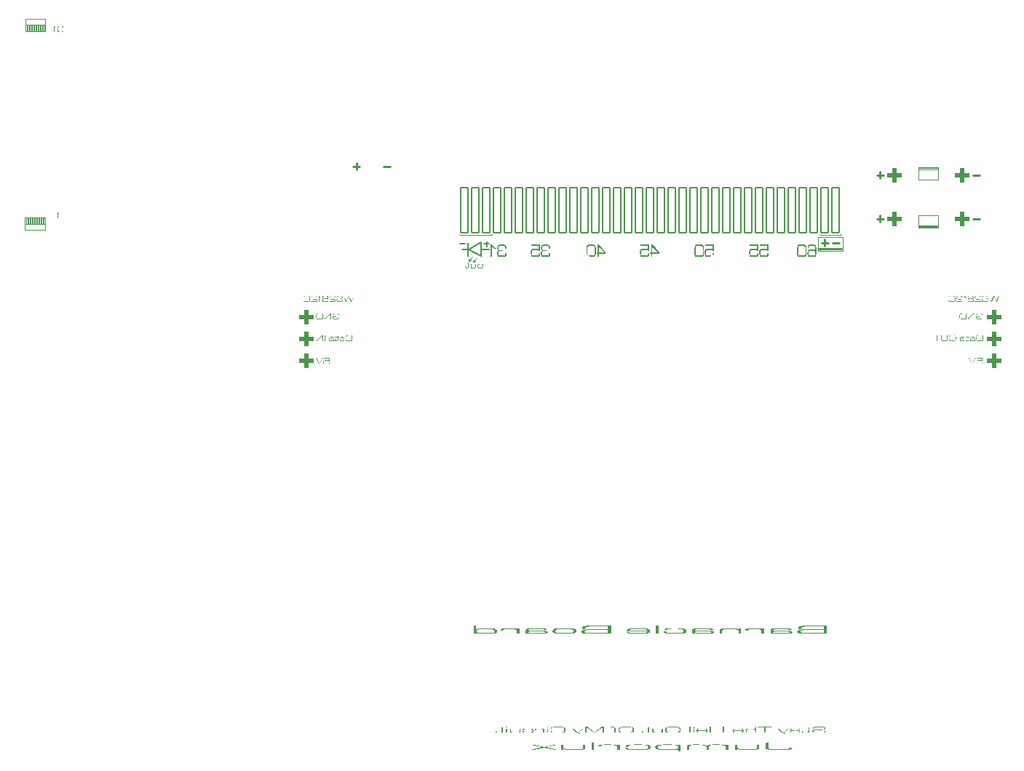
<source format=gbo>
%TF.GenerationSoftware,KiCad,Pcbnew,8.0.0*%
%TF.CreationDate,2024-02-27T09:21:41-08:00*%
%TF.ProjectId,BarnacleBoard,4261726e-6163-46c6-9542-6f6172642e6b,rev?*%
%TF.SameCoordinates,Original*%
%TF.FileFunction,Legend,Bot*%
%TF.FilePolarity,Positive*%
%FSLAX46Y46*%
G04 Gerber Fmt 4.6, Leading zero omitted, Abs format (unit mm)*
G04 Created by KiCad (PCBNEW 8.0.0) date 2024-02-27 09:21:41*
%MOMM*%
%LPD*%
G01*
G04 APERTURE LIST*
G04 Aperture macros list*
%AMRoundRect*
0 Rectangle with rounded corners*
0 $1 Rounding radius*
0 $2 $3 $4 $5 $6 $7 $8 $9 X,Y pos of 4 corners*
0 Add a 4 corners polygon primitive as box body*
4,1,4,$2,$3,$4,$5,$6,$7,$8,$9,$2,$3,0*
0 Add four circle primitives for the rounded corners*
1,1,$1+$1,$2,$3*
1,1,$1+$1,$4,$5*
1,1,$1+$1,$6,$7*
1,1,$1+$1,$8,$9*
0 Add four rect primitives between the rounded corners*
20,1,$1+$1,$2,$3,$4,$5,0*
20,1,$1+$1,$4,$5,$6,$7,0*
20,1,$1+$1,$6,$7,$8,$9,0*
20,1,$1+$1,$8,$9,$2,$3,0*%
G04 Aperture macros list end*
%ADD10C,0.250000*%
%ADD11C,0.150000*%
%ADD12C,0.200000*%
%ADD13C,0.120000*%
%ADD14C,0.187500*%
%ADD15C,0.080000*%
%ADD16C,0.125000*%
%ADD17C,0.225000*%
%ADD18C,0.300000*%
%ADD19C,0.010000*%
%ADD20RoundRect,0.595000X0.255000X-0.255000X0.255000X0.255000X-0.255000X0.255000X-0.255000X-0.255000X0*%
%ADD21C,4.000000*%
%ADD22C,2.000000*%
%ADD23RoundRect,0.595000X-0.255000X-0.255000X0.255000X-0.255000X0.255000X0.255000X-0.255000X0.255000X0*%
%ADD24RoundRect,0.100000X-0.400000X-2.650000X0.400000X-2.650000X0.400000X2.650000X-0.400000X2.650000X0*%
%ADD25C,2.100000*%
%ADD26O,1.800000X1.200000*%
%ADD27O,1.500000X2.000000*%
G04 APERTURE END LIST*
D10*
G36*
X122640885Y-133827062D02*
G01*
X122688940Y-133841946D01*
X122738039Y-133872922D01*
X122781882Y-133918968D01*
X122806701Y-133956638D01*
X122834300Y-134020967D01*
X122850347Y-134094686D01*
X122854911Y-134168096D01*
X122860284Y-134496358D01*
X122859063Y-134831215D01*
X122858762Y-134857270D01*
X122852958Y-134941925D01*
X122839768Y-135016412D01*
X122815649Y-135089090D01*
X122781882Y-135148487D01*
X122771521Y-135161264D01*
X122724498Y-135199491D01*
X122670871Y-135224221D01*
X122616789Y-135239162D01*
X122567376Y-135247405D01*
X122512498Y-135252351D01*
X122452154Y-135254000D01*
X122350061Y-135254000D01*
X122177870Y-135254000D01*
X122165575Y-135253913D01*
X122107588Y-135250883D01*
X122055408Y-135243523D01*
X122000459Y-135228977D01*
X121946923Y-135204128D01*
X121899677Y-135165339D01*
X121864842Y-135109217D01*
X121842526Y-135041064D01*
X121829463Y-134968498D01*
X121821998Y-134882871D01*
X121820054Y-134801540D01*
X121820168Y-134795311D01*
X121951701Y-134795311D01*
X121953220Y-134854679D01*
X121961747Y-134932033D01*
X121983452Y-135002307D01*
X122002534Y-135030357D01*
X122047216Y-135062752D01*
X122098247Y-135077412D01*
X122133092Y-135082266D01*
X122182276Y-135087484D01*
X122235023Y-135089868D01*
X122256027Y-135089868D01*
X122559377Y-135079244D01*
X122597256Y-135070045D01*
X122646626Y-135048860D01*
X122691512Y-135010001D01*
X122708930Y-134979226D01*
X122726620Y-134908902D01*
X122731324Y-134829750D01*
X122731275Y-134819708D01*
X122726458Y-134738473D01*
X122711861Y-134667519D01*
X122681498Y-134609198D01*
X122668035Y-134595460D01*
X122621249Y-134567124D01*
X122572322Y-134554244D01*
X122520787Y-134550580D01*
X122338826Y-134550580D01*
X122120228Y-134550580D01*
X122085782Y-134552280D01*
X122034003Y-134564229D01*
X121987116Y-134598940D01*
X121966953Y-134645781D01*
X121954502Y-134721567D01*
X121951701Y-134795311D01*
X121820168Y-134795311D01*
X121821086Y-134745292D01*
X121827027Y-134665155D01*
X121840026Y-134589508D01*
X121862308Y-134523469D01*
X121896697Y-134469749D01*
X121941764Y-134433518D01*
X121992001Y-134415758D01*
X122012994Y-134411808D01*
X122061793Y-134403662D01*
X122111436Y-134398905D01*
X122114098Y-134398417D01*
X122162971Y-134394875D01*
X122176373Y-134394875D01*
X122226718Y-134394875D01*
X122338581Y-134393043D01*
X122498316Y-134386449D01*
X122504936Y-134386484D01*
X122559897Y-134389991D01*
X122611221Y-134400617D01*
X122659272Y-134422719D01*
X122695600Y-134464914D01*
X122721598Y-134529933D01*
X122737674Y-134601871D01*
X122729859Y-134358239D01*
X122729309Y-134305671D01*
X122725703Y-134225607D01*
X122716120Y-134144975D01*
X122694688Y-134076505D01*
X122654754Y-134026771D01*
X122605783Y-134001400D01*
X122568174Y-133993140D01*
X122516635Y-133987845D01*
X122440919Y-133987845D01*
X122333208Y-133987845D01*
X122303899Y-133987845D01*
X122190570Y-133987845D01*
X122090431Y-133998469D01*
X122075135Y-134001785D01*
X122024943Y-134020907D01*
X121983941Y-134064048D01*
X121973197Y-134098792D01*
X121963885Y-134174149D01*
X121961715Y-134252360D01*
X121829824Y-134252360D01*
X121829824Y-134189711D01*
X121832451Y-134122710D01*
X121844129Y-134044193D01*
X121868434Y-133970642D01*
X121904562Y-133912740D01*
X121950541Y-133869705D01*
X121998257Y-133843275D01*
X122052414Y-133827973D01*
X122105085Y-133823713D01*
X122327591Y-133823713D01*
X122361296Y-133823713D01*
X122487325Y-133823713D01*
X122602120Y-133823713D01*
X122640885Y-133827062D01*
G37*
G36*
X121458709Y-133825502D02*
G01*
X121511477Y-133835806D01*
X121563068Y-133858346D01*
X121610738Y-133896986D01*
X121623079Y-133911279D01*
X121657922Y-133966920D01*
X121683081Y-134034869D01*
X121697444Y-134106547D01*
X121705565Y-134171073D01*
X121712943Y-134247981D01*
X121716006Y-134321236D01*
X121717228Y-134554610D01*
X121713076Y-134774062D01*
X121707196Y-134849680D01*
X121699296Y-134928934D01*
X121690361Y-135004139D01*
X121688128Y-135019250D01*
X121669524Y-135087893D01*
X121638517Y-135145016D01*
X121595106Y-135190618D01*
X121546937Y-135221257D01*
X121498444Y-135240073D01*
X121444607Y-135250967D01*
X121393117Y-135254000D01*
X121173299Y-135254000D01*
X120964715Y-135254000D01*
X120923942Y-135252740D01*
X120868335Y-135246128D01*
X120811881Y-135231252D01*
X120764497Y-135208662D01*
X120721450Y-135173399D01*
X120712362Y-135163131D01*
X120673651Y-135105994D01*
X120646149Y-135039197D01*
X120629859Y-134962740D01*
X120622272Y-134889559D01*
X120617411Y-134812452D01*
X120614566Y-134736649D01*
X120612941Y-134651881D01*
X120612517Y-134574394D01*
X120613142Y-134525301D01*
X120744408Y-134525301D01*
X120747095Y-134714345D01*
X120759796Y-134916578D01*
X120761217Y-134929226D01*
X120778969Y-135002857D01*
X120815972Y-135055064D01*
X120857920Y-135076273D01*
X120909891Y-135087115D01*
X120962029Y-135089868D01*
X121169147Y-135089868D01*
X121367960Y-135089868D01*
X121413069Y-135087075D01*
X121466070Y-135074111D01*
X121515239Y-135045172D01*
X121543050Y-135008636D01*
X121565215Y-134942690D01*
X121574346Y-134869317D01*
X121585581Y-134552412D01*
X121582650Y-134372527D01*
X121572880Y-134166630D01*
X121570796Y-134147518D01*
X121551990Y-134074248D01*
X121515239Y-134024847D01*
X121508940Y-134020367D01*
X121461771Y-133999552D01*
X121410184Y-133990157D01*
X121360877Y-133987845D01*
X121157912Y-133987845D01*
X120952015Y-133987845D01*
X120923381Y-133988901D01*
X120872915Y-133997350D01*
X120825497Y-134017886D01*
X120789086Y-134056355D01*
X120766635Y-134124865D01*
X120760492Y-134159276D01*
X120751543Y-134234275D01*
X120748561Y-134309879D01*
X120744408Y-134525301D01*
X120613142Y-134525301D01*
X120615204Y-134363368D01*
X120616975Y-134303376D01*
X120622287Y-134228912D01*
X120623032Y-134215508D01*
X120629126Y-134142450D01*
X120630950Y-134126770D01*
X120645337Y-134051930D01*
X120668502Y-133983029D01*
X120700445Y-133920067D01*
X120711631Y-133902848D01*
X120753725Y-133857682D01*
X120803213Y-133831335D01*
X120854073Y-133823713D01*
X121157912Y-133823713D01*
X121422427Y-133823713D01*
X121458709Y-133825502D01*
G37*
G36*
X116966981Y-134292660D02*
G01*
X116856339Y-134269212D01*
X116817993Y-134269212D01*
X116648488Y-134269212D01*
X116594972Y-134270500D01*
X116544484Y-134274364D01*
X116487898Y-134282401D01*
X116435674Y-134294148D01*
X116387812Y-134309604D01*
X116358327Y-134321969D01*
X116307571Y-134352995D01*
X116265760Y-134399012D01*
X116238292Y-134463942D01*
X116232054Y-134501854D01*
X116220819Y-134668549D01*
X116219353Y-134772230D01*
X116220874Y-134851090D01*
X116226713Y-134935686D01*
X116236931Y-135009334D01*
X116254387Y-135081419D01*
X116281635Y-135145556D01*
X116319966Y-135193000D01*
X116365302Y-135223394D01*
X116412923Y-135241185D01*
X116468633Y-135251352D01*
X116521237Y-135254000D01*
X116668027Y-135254000D01*
X116967713Y-135254000D01*
X117025061Y-135251295D01*
X117076569Y-135243180D01*
X117129283Y-135226876D01*
X117179795Y-135199227D01*
X117206094Y-135177063D01*
X117243522Y-135121441D01*
X117266507Y-135051271D01*
X117278680Y-134973868D01*
X117283217Y-134895635D01*
X117283519Y-134867119D01*
X117282054Y-134808501D01*
X117158711Y-134808501D01*
X117156219Y-134886962D01*
X117146404Y-134962001D01*
X117127204Y-135017695D01*
X117083645Y-135061470D01*
X117034169Y-135082419D01*
X117000930Y-135089868D01*
X116756443Y-135089868D01*
X116514154Y-135089868D01*
X116461728Y-135083893D01*
X116413551Y-135060950D01*
X116385683Y-135028685D01*
X116361139Y-134960494D01*
X116351497Y-134886353D01*
X116349779Y-134829750D01*
X116350852Y-134745630D01*
X116354818Y-134663021D01*
X116362927Y-134589090D01*
X116380309Y-134523103D01*
X116425112Y-134480168D01*
X116479790Y-134463267D01*
X116535701Y-134457374D01*
X116563247Y-134456791D01*
X116910561Y-134456791D01*
X116963731Y-134457950D01*
X117013792Y-134461957D01*
X117064678Y-134471445D01*
X117109618Y-134504235D01*
X117137554Y-134568581D01*
X117138928Y-134574027D01*
X117267155Y-134574027D01*
X117253966Y-133823713D01*
X116248662Y-133823713D01*
X116248662Y-133987845D01*
X117136485Y-133987845D01*
X117142591Y-134403302D01*
X117104448Y-134352529D01*
X117080798Y-134333692D01*
X117032555Y-134308072D01*
X116983452Y-134294984D01*
X116966981Y-134292660D01*
G37*
G36*
X115791684Y-134292660D02*
G01*
X115681042Y-134269212D01*
X115642696Y-134269212D01*
X115473191Y-134269212D01*
X115419675Y-134270500D01*
X115369188Y-134274364D01*
X115312602Y-134282401D01*
X115260378Y-134294148D01*
X115212516Y-134309604D01*
X115183031Y-134321969D01*
X115132274Y-134352995D01*
X115090464Y-134399012D01*
X115062996Y-134463942D01*
X115056757Y-134501854D01*
X115045522Y-134668549D01*
X115044057Y-134772230D01*
X115045577Y-134851090D01*
X115051416Y-134935686D01*
X115061634Y-135009334D01*
X115079090Y-135081419D01*
X115106339Y-135145556D01*
X115144670Y-135193000D01*
X115190005Y-135223394D01*
X115237627Y-135241185D01*
X115293337Y-135251352D01*
X115345941Y-135254000D01*
X115492731Y-135254000D01*
X115792417Y-135254000D01*
X115849764Y-135251295D01*
X115901273Y-135243180D01*
X115953986Y-135226876D01*
X116004499Y-135199227D01*
X116030798Y-135177063D01*
X116068225Y-135121441D01*
X116091210Y-135051271D01*
X116103384Y-134973868D01*
X116107920Y-134895635D01*
X116108223Y-134867119D01*
X116106757Y-134808501D01*
X115983415Y-134808501D01*
X115980922Y-134886962D01*
X115971107Y-134962001D01*
X115951907Y-135017695D01*
X115908348Y-135061470D01*
X115858873Y-135082419D01*
X115825634Y-135089868D01*
X115581147Y-135089868D01*
X115338858Y-135089868D01*
X115286431Y-135083893D01*
X115238255Y-135060950D01*
X115210386Y-135028685D01*
X115185843Y-134960494D01*
X115176200Y-134886353D01*
X115174482Y-134829750D01*
X115175556Y-134745630D01*
X115179521Y-134663021D01*
X115187631Y-134589090D01*
X115205013Y-134523103D01*
X115249815Y-134480168D01*
X115304493Y-134463267D01*
X115360404Y-134457374D01*
X115387951Y-134456791D01*
X115735264Y-134456791D01*
X115788435Y-134457950D01*
X115838495Y-134461957D01*
X115889381Y-134471445D01*
X115934322Y-134504235D01*
X115962257Y-134568581D01*
X115963631Y-134574027D01*
X116091859Y-134574027D01*
X116078669Y-133823713D01*
X115073366Y-133823713D01*
X115073366Y-133987845D01*
X115961189Y-133987845D01*
X115967295Y-134403302D01*
X115929151Y-134352529D01*
X115905501Y-134333692D01*
X115857259Y-134308072D01*
X115808155Y-134294984D01*
X115791684Y-134292660D01*
G37*
G36*
X110616981Y-134292660D02*
G01*
X110506339Y-134269212D01*
X110467993Y-134269212D01*
X110298488Y-134269212D01*
X110244972Y-134270500D01*
X110194484Y-134274364D01*
X110137898Y-134282401D01*
X110085674Y-134294148D01*
X110037812Y-134309604D01*
X110008327Y-134321969D01*
X109957571Y-134352995D01*
X109915760Y-134399012D01*
X109888292Y-134463942D01*
X109882054Y-134501854D01*
X109870819Y-134668549D01*
X109869353Y-134772230D01*
X109870874Y-134851090D01*
X109876713Y-134935686D01*
X109886931Y-135009334D01*
X109904387Y-135081419D01*
X109931635Y-135145556D01*
X109969966Y-135193000D01*
X110015302Y-135223394D01*
X110062923Y-135241185D01*
X110118633Y-135251352D01*
X110171237Y-135254000D01*
X110318027Y-135254000D01*
X110617713Y-135254000D01*
X110675061Y-135251295D01*
X110726569Y-135243180D01*
X110779283Y-135226876D01*
X110829795Y-135199227D01*
X110856094Y-135177063D01*
X110893522Y-135121441D01*
X110916507Y-135051271D01*
X110928680Y-134973868D01*
X110933217Y-134895635D01*
X110933519Y-134867119D01*
X110932054Y-134808501D01*
X110808711Y-134808501D01*
X110806219Y-134886962D01*
X110796404Y-134962001D01*
X110777204Y-135017695D01*
X110733645Y-135061470D01*
X110684169Y-135082419D01*
X110650930Y-135089868D01*
X110406443Y-135089868D01*
X110164154Y-135089868D01*
X110111728Y-135083893D01*
X110063551Y-135060950D01*
X110035683Y-135028685D01*
X110011139Y-134960494D01*
X110001497Y-134886353D01*
X109999779Y-134829750D01*
X110000852Y-134745630D01*
X110004818Y-134663021D01*
X110012927Y-134589090D01*
X110030309Y-134523103D01*
X110075112Y-134480168D01*
X110129790Y-134463267D01*
X110185701Y-134457374D01*
X110213247Y-134456791D01*
X110560561Y-134456791D01*
X110613731Y-134457950D01*
X110663792Y-134461957D01*
X110714678Y-134471445D01*
X110759618Y-134504235D01*
X110787554Y-134568581D01*
X110788928Y-134574027D01*
X110917155Y-134574027D01*
X110903966Y-133823713D01*
X109898662Y-133823713D01*
X109898662Y-133987845D01*
X110786485Y-133987845D01*
X110792591Y-134403302D01*
X110754448Y-134352529D01*
X110730798Y-134333692D01*
X110682555Y-134308072D01*
X110633452Y-134294984D01*
X110616981Y-134292660D01*
G37*
G36*
X109520709Y-133825502D02*
G01*
X109573477Y-133835806D01*
X109625068Y-133858346D01*
X109672738Y-133896986D01*
X109685079Y-133911279D01*
X109719922Y-133966920D01*
X109745081Y-134034869D01*
X109759444Y-134106547D01*
X109767565Y-134171073D01*
X109774943Y-134247981D01*
X109778006Y-134321236D01*
X109779228Y-134554610D01*
X109775076Y-134774062D01*
X109769196Y-134849680D01*
X109761296Y-134928934D01*
X109752361Y-135004139D01*
X109750128Y-135019250D01*
X109731524Y-135087893D01*
X109700517Y-135145016D01*
X109657106Y-135190618D01*
X109608937Y-135221257D01*
X109560444Y-135240073D01*
X109506607Y-135250967D01*
X109455117Y-135254000D01*
X109235299Y-135254000D01*
X109026715Y-135254000D01*
X108985942Y-135252740D01*
X108930335Y-135246128D01*
X108873881Y-135231252D01*
X108826497Y-135208662D01*
X108783450Y-135173399D01*
X108774362Y-135163131D01*
X108735651Y-135105994D01*
X108708149Y-135039197D01*
X108691859Y-134962740D01*
X108684272Y-134889559D01*
X108679411Y-134812452D01*
X108676566Y-134736649D01*
X108674941Y-134651881D01*
X108674517Y-134574394D01*
X108675142Y-134525301D01*
X108806408Y-134525301D01*
X108809095Y-134714345D01*
X108821796Y-134916578D01*
X108823217Y-134929226D01*
X108840969Y-135002857D01*
X108877972Y-135055064D01*
X108919920Y-135076273D01*
X108971891Y-135087115D01*
X109024029Y-135089868D01*
X109231147Y-135089868D01*
X109429960Y-135089868D01*
X109475069Y-135087075D01*
X109528070Y-135074111D01*
X109577239Y-135045172D01*
X109605050Y-135008636D01*
X109627215Y-134942690D01*
X109636346Y-134869317D01*
X109647581Y-134552412D01*
X109644650Y-134372527D01*
X109634880Y-134166630D01*
X109632796Y-134147518D01*
X109613990Y-134074248D01*
X109577239Y-134024847D01*
X109570940Y-134020367D01*
X109523771Y-133999552D01*
X109472184Y-133990157D01*
X109422877Y-133987845D01*
X109219912Y-133987845D01*
X109014015Y-133987845D01*
X108985381Y-133988901D01*
X108934915Y-133997350D01*
X108887497Y-134017886D01*
X108851086Y-134056355D01*
X108828635Y-134124865D01*
X108822492Y-134159276D01*
X108813543Y-134234275D01*
X108810561Y-134309879D01*
X108806408Y-134525301D01*
X108675142Y-134525301D01*
X108677204Y-134363368D01*
X108678975Y-134303376D01*
X108684287Y-134228912D01*
X108685032Y-134215508D01*
X108691126Y-134142450D01*
X108692950Y-134126770D01*
X108707337Y-134051930D01*
X108730502Y-133983029D01*
X108762445Y-133920067D01*
X108773631Y-133902848D01*
X108815725Y-133857682D01*
X108865213Y-133831335D01*
X108916073Y-133823713D01*
X109219912Y-133823713D01*
X109484427Y-133823713D01*
X109520709Y-133825502D01*
G37*
G36*
X104589137Y-134713612D02*
G01*
X104589137Y-134925737D01*
X103789730Y-134925737D01*
X103789730Y-135254000D01*
X103663457Y-135254000D01*
X103663457Y-134925737D01*
X103515201Y-134925737D01*
X103515201Y-134761606D01*
X103663457Y-134761606D01*
X103663457Y-134011292D01*
X103789730Y-134011292D01*
X103789730Y-134761606D01*
X104457246Y-134761606D01*
X103789730Y-134011292D01*
X103663457Y-134011292D01*
X103663457Y-133823713D01*
X103832228Y-133823713D01*
X104589137Y-134713612D01*
G37*
G36*
X103091684Y-134292660D02*
G01*
X102981042Y-134269212D01*
X102942696Y-134269212D01*
X102773191Y-134269212D01*
X102719675Y-134270500D01*
X102669188Y-134274364D01*
X102612602Y-134282401D01*
X102560378Y-134294148D01*
X102512516Y-134309604D01*
X102483031Y-134321969D01*
X102432274Y-134352995D01*
X102390464Y-134399012D01*
X102362996Y-134463942D01*
X102356757Y-134501854D01*
X102345522Y-134668549D01*
X102344057Y-134772230D01*
X102345577Y-134851090D01*
X102351416Y-134935686D01*
X102361634Y-135009334D01*
X102379090Y-135081419D01*
X102406339Y-135145556D01*
X102444670Y-135193000D01*
X102490005Y-135223394D01*
X102537627Y-135241185D01*
X102593337Y-135251352D01*
X102645941Y-135254000D01*
X102792731Y-135254000D01*
X103092417Y-135254000D01*
X103149764Y-135251295D01*
X103201273Y-135243180D01*
X103253986Y-135226876D01*
X103304499Y-135199227D01*
X103330798Y-135177063D01*
X103368225Y-135121441D01*
X103391210Y-135051271D01*
X103403384Y-134973868D01*
X103407920Y-134895635D01*
X103408223Y-134867119D01*
X103406757Y-134808501D01*
X103283415Y-134808501D01*
X103280922Y-134886962D01*
X103271107Y-134962001D01*
X103251907Y-135017695D01*
X103208348Y-135061470D01*
X103158873Y-135082419D01*
X103125634Y-135089868D01*
X102881147Y-135089868D01*
X102638858Y-135089868D01*
X102586431Y-135083893D01*
X102538255Y-135060950D01*
X102510386Y-135028685D01*
X102485843Y-134960494D01*
X102476200Y-134886353D01*
X102474482Y-134829750D01*
X102475556Y-134745630D01*
X102479521Y-134663021D01*
X102487631Y-134589090D01*
X102505013Y-134523103D01*
X102549815Y-134480168D01*
X102604493Y-134463267D01*
X102660404Y-134457374D01*
X102687951Y-134456791D01*
X103035264Y-134456791D01*
X103088435Y-134457950D01*
X103138495Y-134461957D01*
X103189381Y-134471445D01*
X103234322Y-134504235D01*
X103262257Y-134568581D01*
X103263631Y-134574027D01*
X103391859Y-134574027D01*
X103378669Y-133823713D01*
X102373366Y-133823713D01*
X102373366Y-133987845D01*
X103261189Y-133987845D01*
X103267295Y-134403302D01*
X103229151Y-134352529D01*
X103205501Y-134333692D01*
X103157259Y-134308072D01*
X103108155Y-134294984D01*
X103091684Y-134292660D01*
G37*
G36*
X98366137Y-134713612D02*
G01*
X98366137Y-134925737D01*
X97566730Y-134925737D01*
X97566730Y-135254000D01*
X97440457Y-135254000D01*
X97440457Y-134925737D01*
X97292201Y-134925737D01*
X97292201Y-134761606D01*
X97440457Y-134761606D01*
X97440457Y-134011292D01*
X97566730Y-134011292D01*
X97566730Y-134761606D01*
X98234246Y-134761606D01*
X97566730Y-134011292D01*
X97440457Y-134011292D01*
X97440457Y-133823713D01*
X97609228Y-133823713D01*
X98366137Y-134713612D01*
G37*
G36*
X96947709Y-133825502D02*
G01*
X97000477Y-133835806D01*
X97052068Y-133858346D01*
X97099738Y-133896986D01*
X97112079Y-133911279D01*
X97146922Y-133966920D01*
X97172081Y-134034869D01*
X97186444Y-134106547D01*
X97194565Y-134171073D01*
X97201943Y-134247981D01*
X97205006Y-134321236D01*
X97206228Y-134554610D01*
X97202076Y-134774062D01*
X97196196Y-134849680D01*
X97188296Y-134928934D01*
X97179361Y-135004139D01*
X97177128Y-135019250D01*
X97158524Y-135087893D01*
X97127517Y-135145016D01*
X97084106Y-135190618D01*
X97035937Y-135221257D01*
X96987444Y-135240073D01*
X96933607Y-135250967D01*
X96882117Y-135254000D01*
X96662299Y-135254000D01*
X96453715Y-135254000D01*
X96412942Y-135252740D01*
X96357335Y-135246128D01*
X96300881Y-135231252D01*
X96253497Y-135208662D01*
X96210450Y-135173399D01*
X96201362Y-135163131D01*
X96162651Y-135105994D01*
X96135149Y-135039197D01*
X96118859Y-134962740D01*
X96111272Y-134889559D01*
X96106411Y-134812452D01*
X96103566Y-134736649D01*
X96101941Y-134651881D01*
X96101517Y-134574394D01*
X96102142Y-134525301D01*
X96233408Y-134525301D01*
X96236095Y-134714345D01*
X96248796Y-134916578D01*
X96250217Y-134929226D01*
X96267969Y-135002857D01*
X96304972Y-135055064D01*
X96346920Y-135076273D01*
X96398891Y-135087115D01*
X96451029Y-135089868D01*
X96658147Y-135089868D01*
X96856960Y-135089868D01*
X96902069Y-135087075D01*
X96955070Y-135074111D01*
X97004239Y-135045172D01*
X97032050Y-135008636D01*
X97054215Y-134942690D01*
X97063346Y-134869317D01*
X97074581Y-134552412D01*
X97071650Y-134372527D01*
X97061880Y-134166630D01*
X97059796Y-134147518D01*
X97040990Y-134074248D01*
X97004239Y-134024847D01*
X96997940Y-134020367D01*
X96950771Y-133999552D01*
X96899184Y-133990157D01*
X96849877Y-133987845D01*
X96646912Y-133987845D01*
X96441015Y-133987845D01*
X96412381Y-133988901D01*
X96361915Y-133997350D01*
X96314497Y-134017886D01*
X96278086Y-134056355D01*
X96255635Y-134124865D01*
X96249492Y-134159276D01*
X96240543Y-134234275D01*
X96237561Y-134309879D01*
X96233408Y-134525301D01*
X96102142Y-134525301D01*
X96104204Y-134363368D01*
X96105975Y-134303376D01*
X96111287Y-134228912D01*
X96112032Y-134215508D01*
X96118126Y-134142450D01*
X96119950Y-134126770D01*
X96134337Y-134051930D01*
X96157502Y-133983029D01*
X96189445Y-133920067D01*
X96200631Y-133902848D01*
X96242725Y-133857682D01*
X96292213Y-133831335D01*
X96343073Y-133823713D01*
X96646912Y-133823713D01*
X96911427Y-133823713D01*
X96947709Y-133825502D01*
G37*
G36*
X91114154Y-134433344D02*
G01*
X91062119Y-134426800D01*
X91015737Y-134402628D01*
X91000581Y-134386815D01*
X90972921Y-134324442D01*
X90964025Y-134250429D01*
X90963701Y-134230378D01*
X90965461Y-134153776D01*
X90972794Y-134077320D01*
X90978600Y-134047928D01*
X91020867Y-134001047D01*
X91074066Y-133989311D01*
X91108537Y-133987845D01*
X91300267Y-133987845D01*
X91366213Y-133987845D01*
X91553792Y-133987845D01*
X91603045Y-133990524D01*
X91651651Y-134000421D01*
X91669563Y-134006896D01*
X91713946Y-134039725D01*
X91728669Y-134068078D01*
X91746220Y-134137510D01*
X91748942Y-134153808D01*
X91751872Y-134241002D01*
X91751872Y-134277639D01*
X91877902Y-134277639D01*
X91876700Y-134199032D01*
X91872258Y-134120120D01*
X91863176Y-134046807D01*
X91843708Y-133975388D01*
X91810201Y-133918533D01*
X91765247Y-133877157D01*
X91740637Y-133863281D01*
X91693078Y-133843851D01*
X91668586Y-133835437D01*
X91620131Y-133824858D01*
X91598488Y-133823713D01*
X91548933Y-133823713D01*
X91510316Y-133823713D01*
X91460685Y-133823713D01*
X91440463Y-133823713D01*
X91371831Y-133823713D01*
X91093150Y-133823713D01*
X91042586Y-133827704D01*
X90993993Y-133840927D01*
X90978111Y-133847893D01*
X90932438Y-133876195D01*
X90895069Y-133912740D01*
X90861838Y-133970056D01*
X90842454Y-134041340D01*
X90833592Y-134120372D01*
X90832054Y-134177255D01*
X90833519Y-134251627D01*
X90837916Y-134317206D01*
X90849103Y-134391305D01*
X90856478Y-134418689D01*
X90891547Y-134474097D01*
X90940419Y-134500021D01*
X90981286Y-134508448D01*
X90930406Y-134519754D01*
X90883017Y-134548605D01*
X90849884Y-134598940D01*
X90830116Y-134672939D01*
X90821768Y-134750763D01*
X90819383Y-134826108D01*
X90819353Y-134836344D01*
X90821411Y-134921193D01*
X90827582Y-134995076D01*
X90840419Y-135069260D01*
X90862884Y-135135851D01*
X90903617Y-135189886D01*
X90953885Y-135217936D01*
X91002426Y-135233714D01*
X91060257Y-135244984D01*
X91115547Y-135250932D01*
X91164424Y-135253436D01*
X91203792Y-135254000D01*
X91472459Y-135254000D01*
X91493464Y-135254000D01*
X91545704Y-135252354D01*
X91597737Y-135248058D01*
X91647978Y-135242002D01*
X91681286Y-135237147D01*
X91731860Y-135223958D01*
X91779449Y-135198172D01*
X91820770Y-135155926D01*
X91836869Y-135129436D01*
X91861470Y-135058875D01*
X91874590Y-134982591D01*
X91881287Y-134901379D01*
X91883474Y-134821025D01*
X91883519Y-134806669D01*
X91757490Y-134806669D01*
X91755577Y-134882046D01*
X91748045Y-134957250D01*
X91733310Y-135018061D01*
X91694720Y-135064956D01*
X91645260Y-135085701D01*
X91624866Y-135089868D01*
X91353757Y-135089868D01*
X91104385Y-135089868D01*
X91053616Y-135084710D01*
X91004077Y-135061783D01*
X90976890Y-135024655D01*
X90959337Y-134955103D01*
X90951924Y-134879054D01*
X90949805Y-134804098D01*
X90949779Y-134793846D01*
X90954072Y-134716446D01*
X90973154Y-134647707D01*
X90980309Y-134636676D01*
X91028412Y-134606088D01*
X91081540Y-134597819D01*
X91097302Y-134597475D01*
X91107071Y-134597475D01*
X91492975Y-134597475D01*
X91492975Y-134433344D01*
X91114154Y-134433344D01*
G37*
G36*
X90391684Y-134292660D02*
G01*
X90281042Y-134269212D01*
X90242696Y-134269212D01*
X90073191Y-134269212D01*
X90019675Y-134270500D01*
X89969188Y-134274364D01*
X89912602Y-134282401D01*
X89860378Y-134294148D01*
X89812516Y-134309604D01*
X89783031Y-134321969D01*
X89732274Y-134352995D01*
X89690464Y-134399012D01*
X89662996Y-134463942D01*
X89656757Y-134501854D01*
X89645522Y-134668549D01*
X89644057Y-134772230D01*
X89645577Y-134851090D01*
X89651416Y-134935686D01*
X89661634Y-135009334D01*
X89679090Y-135081419D01*
X89706339Y-135145556D01*
X89744670Y-135193000D01*
X89790005Y-135223394D01*
X89837627Y-135241185D01*
X89893337Y-135251352D01*
X89945941Y-135254000D01*
X90092731Y-135254000D01*
X90392417Y-135254000D01*
X90449764Y-135251295D01*
X90501273Y-135243180D01*
X90553986Y-135226876D01*
X90604499Y-135199227D01*
X90630798Y-135177063D01*
X90668225Y-135121441D01*
X90691210Y-135051271D01*
X90703384Y-134973868D01*
X90707920Y-134895635D01*
X90708223Y-134867119D01*
X90706757Y-134808501D01*
X90583415Y-134808501D01*
X90580922Y-134886962D01*
X90571107Y-134962001D01*
X90551907Y-135017695D01*
X90508348Y-135061470D01*
X90458873Y-135082419D01*
X90425634Y-135089868D01*
X90181147Y-135089868D01*
X89938858Y-135089868D01*
X89886431Y-135083893D01*
X89838255Y-135060950D01*
X89810386Y-135028685D01*
X89785843Y-134960494D01*
X89776200Y-134886353D01*
X89774482Y-134829750D01*
X89775556Y-134745630D01*
X89779521Y-134663021D01*
X89787631Y-134589090D01*
X89805013Y-134523103D01*
X89849815Y-134480168D01*
X89904493Y-134463267D01*
X89960404Y-134457374D01*
X89987951Y-134456791D01*
X90335264Y-134456791D01*
X90388435Y-134457950D01*
X90438495Y-134461957D01*
X90489381Y-134471445D01*
X90534322Y-134504235D01*
X90562257Y-134568581D01*
X90563631Y-134574027D01*
X90691859Y-134574027D01*
X90678669Y-133823713D01*
X89673366Y-133823713D01*
X89673366Y-133987845D01*
X90561189Y-133987845D01*
X90567295Y-134403302D01*
X90529151Y-134352529D01*
X90505501Y-134333692D01*
X90457259Y-134308072D01*
X90408155Y-134294984D01*
X90391684Y-134292660D01*
G37*
G36*
X86034154Y-134433344D02*
G01*
X85982119Y-134426800D01*
X85935737Y-134402628D01*
X85920581Y-134386815D01*
X85892921Y-134324442D01*
X85884025Y-134250429D01*
X85883701Y-134230378D01*
X85885461Y-134153776D01*
X85892794Y-134077320D01*
X85898600Y-134047928D01*
X85940867Y-134001047D01*
X85994066Y-133989311D01*
X86028537Y-133987845D01*
X86220267Y-133987845D01*
X86286213Y-133987845D01*
X86473792Y-133987845D01*
X86523045Y-133990524D01*
X86571651Y-134000421D01*
X86589563Y-134006896D01*
X86633946Y-134039725D01*
X86648669Y-134068078D01*
X86666220Y-134137510D01*
X86668942Y-134153808D01*
X86671872Y-134241002D01*
X86671872Y-134277639D01*
X86797902Y-134277639D01*
X86796700Y-134199032D01*
X86792258Y-134120120D01*
X86783176Y-134046807D01*
X86763708Y-133975388D01*
X86730201Y-133918533D01*
X86685247Y-133877157D01*
X86660637Y-133863281D01*
X86613078Y-133843851D01*
X86588586Y-133835437D01*
X86540131Y-133824858D01*
X86518488Y-133823713D01*
X86468933Y-133823713D01*
X86430316Y-133823713D01*
X86380685Y-133823713D01*
X86360463Y-133823713D01*
X86291831Y-133823713D01*
X86013150Y-133823713D01*
X85962586Y-133827704D01*
X85913993Y-133840927D01*
X85898111Y-133847893D01*
X85852438Y-133876195D01*
X85815069Y-133912740D01*
X85781838Y-133970056D01*
X85762454Y-134041340D01*
X85753592Y-134120372D01*
X85752054Y-134177255D01*
X85753519Y-134251627D01*
X85757916Y-134317206D01*
X85769103Y-134391305D01*
X85776478Y-134418689D01*
X85811547Y-134474097D01*
X85860419Y-134500021D01*
X85901286Y-134508448D01*
X85850406Y-134519754D01*
X85803017Y-134548605D01*
X85769884Y-134598940D01*
X85750116Y-134672939D01*
X85741768Y-134750763D01*
X85739383Y-134826108D01*
X85739353Y-134836344D01*
X85741411Y-134921193D01*
X85747582Y-134995076D01*
X85760419Y-135069260D01*
X85782884Y-135135851D01*
X85823617Y-135189886D01*
X85873885Y-135217936D01*
X85922426Y-135233714D01*
X85980257Y-135244984D01*
X86035547Y-135250932D01*
X86084424Y-135253436D01*
X86123792Y-135254000D01*
X86392459Y-135254000D01*
X86413464Y-135254000D01*
X86465704Y-135252354D01*
X86517737Y-135248058D01*
X86567978Y-135242002D01*
X86601286Y-135237147D01*
X86651860Y-135223958D01*
X86699449Y-135198172D01*
X86740770Y-135155926D01*
X86756869Y-135129436D01*
X86781470Y-135058875D01*
X86794590Y-134982591D01*
X86801287Y-134901379D01*
X86803474Y-134821025D01*
X86803519Y-134806669D01*
X86677490Y-134806669D01*
X86675577Y-134882046D01*
X86668045Y-134957250D01*
X86653310Y-135018061D01*
X86614720Y-135064956D01*
X86565260Y-135085701D01*
X86544866Y-135089868D01*
X86273757Y-135089868D01*
X86024385Y-135089868D01*
X85973616Y-135084710D01*
X85924077Y-135061783D01*
X85896890Y-135024655D01*
X85879337Y-134955103D01*
X85871924Y-134879054D01*
X85869805Y-134804098D01*
X85869779Y-134793846D01*
X85874072Y-134716446D01*
X85893154Y-134647707D01*
X85900309Y-134636676D01*
X85948412Y-134606088D01*
X86001540Y-134597819D01*
X86017302Y-134597475D01*
X86027071Y-134597475D01*
X86412975Y-134597475D01*
X86412975Y-134433344D01*
X86034154Y-134433344D01*
G37*
G36*
X85524175Y-134293759D02*
G01*
X85127525Y-133823713D01*
X84972919Y-133823713D01*
X84972919Y-135254000D01*
X85099193Y-135254000D01*
X85099193Y-133999202D01*
X85448949Y-134416491D01*
X85524175Y-134293759D01*
G37*
D11*
G36*
X83883875Y-136041961D02*
G01*
X83923344Y-136045488D01*
X83940404Y-136047545D01*
X83979227Y-136052522D01*
X83993366Y-136054819D01*
X84031351Y-136067295D01*
X84065763Y-136090983D01*
X84091969Y-136125013D01*
X84102102Y-136145979D01*
X84114741Y-136185458D01*
X84122195Y-136225992D01*
X84125904Y-136265186D01*
X84127140Y-136308488D01*
X84126843Y-136329130D01*
X84123494Y-136376486D01*
X84116424Y-136417775D01*
X84103029Y-136459311D01*
X84080629Y-136496727D01*
X84050937Y-136522250D01*
X84046066Y-136524990D01*
X84005911Y-136541740D01*
X83963053Y-136552704D01*
X83921387Y-136559447D01*
X83874312Y-136564015D01*
X83832758Y-136566103D01*
X83787741Y-136566800D01*
X83762098Y-136566619D01*
X83714056Y-136565178D01*
X83670336Y-136562296D01*
X83630940Y-136557973D01*
X83587774Y-136550543D01*
X83544891Y-136538654D01*
X83507154Y-136520686D01*
X83486665Y-136502938D01*
X83463814Y-136467078D01*
X83449644Y-136426116D01*
X83441657Y-136384772D01*
X83437142Y-136336872D01*
X83436868Y-136326269D01*
X83518878Y-136326269D01*
X83521008Y-136366963D01*
X83528875Y-136406174D01*
X83547508Y-136443509D01*
X83579450Y-136467735D01*
X83581493Y-136468569D01*
X83620948Y-136480305D01*
X83660148Y-136486492D01*
X83663182Y-136486817D01*
X83704201Y-136489908D01*
X83744890Y-136491351D01*
X83786568Y-136491768D01*
X83816854Y-136491768D01*
X83824896Y-136491733D01*
X83869794Y-136490029D01*
X83914916Y-136484812D01*
X83956914Y-136474590D01*
X83995054Y-136455425D01*
X84020402Y-136424860D01*
X84035188Y-136384137D01*
X84041431Y-136343808D01*
X84043121Y-136303213D01*
X84041465Y-136260266D01*
X84035349Y-136218287D01*
X84022841Y-136181028D01*
X83996031Y-136148460D01*
X83982982Y-136140996D01*
X83944291Y-136127839D01*
X83905264Y-136121090D01*
X83865591Y-136117731D01*
X83820176Y-136116611D01*
X83796729Y-136116611D01*
X83713882Y-136116611D01*
X83619702Y-136125013D01*
X83598787Y-136129952D01*
X83562803Y-136150410D01*
X83539590Y-136184218D01*
X83533623Y-136200823D01*
X83524723Y-136240245D01*
X83520173Y-136282806D01*
X83518878Y-136326269D01*
X83436868Y-136326269D01*
X83436031Y-136293834D01*
X83436190Y-136279146D01*
X83438583Y-136238195D01*
X83445004Y-136196324D01*
X83457128Y-136156256D01*
X83476868Y-136121105D01*
X83482076Y-136114595D01*
X83511206Y-136086759D01*
X83545488Y-136066784D01*
X83584921Y-136054671D01*
X83622730Y-136048944D01*
X83662705Y-136045274D01*
X83702089Y-136043127D01*
X83746199Y-136041899D01*
X83786568Y-136041580D01*
X83868438Y-136041580D01*
X83883875Y-136041961D01*
G37*
G36*
X82717566Y-136466758D02*
G01*
X82739304Y-136501506D01*
X82768929Y-136527628D01*
X82790448Y-136540226D01*
X82829443Y-136554239D01*
X82869487Y-136561713D01*
X82910976Y-136565528D01*
X82951331Y-136566774D01*
X82958487Y-136566800D01*
X83004313Y-136565990D01*
X83046048Y-136563563D01*
X83092464Y-136558254D01*
X83132487Y-136550416D01*
X83172078Y-136537674D01*
X83206632Y-136518206D01*
X83210546Y-136515020D01*
X83236961Y-136486041D01*
X83255829Y-136450882D01*
X83267149Y-136409544D01*
X83270864Y-136368304D01*
X83270923Y-136362026D01*
X83270923Y-136345418D01*
X83270923Y-136041580D01*
X83192374Y-136041580D01*
X83192374Y-136320407D01*
X83190074Y-136364671D01*
X83181813Y-136406214D01*
X83163036Y-136444575D01*
X83144307Y-136462459D01*
X83106217Y-136477915D01*
X83065386Y-136486158D01*
X83022105Y-136490366D01*
X82979396Y-136491739D01*
X82971774Y-136491768D01*
X82926187Y-136490738D01*
X82885120Y-136487646D01*
X82842921Y-136481435D01*
X82802227Y-136470903D01*
X82780874Y-136462459D01*
X82747489Y-136435993D01*
X82728014Y-136398241D01*
X82719792Y-136359753D01*
X82717566Y-136320407D01*
X82717566Y-136041580D01*
X82639213Y-136041580D01*
X82639213Y-136566800D01*
X82717566Y-136566800D01*
X82717566Y-136466758D01*
G37*
G36*
X81995584Y-136116611D02*
G01*
X82359604Y-136116611D01*
X82359604Y-136355383D01*
X82357208Y-136397026D01*
X82347773Y-136436548D01*
X82329318Y-136465390D01*
X82291229Y-136483422D01*
X82250879Y-136490119D01*
X82210713Y-136491768D01*
X82168170Y-136490300D01*
X82129129Y-136485224D01*
X82091327Y-136473206D01*
X82063191Y-136443017D01*
X82054142Y-136401368D01*
X82053812Y-136389577D01*
X82054984Y-136334866D01*
X81982102Y-136334866D01*
X81982951Y-136376563D01*
X81986212Y-136420454D01*
X81993107Y-136463186D01*
X82005062Y-136500848D01*
X82016882Y-136521273D01*
X82049794Y-136545281D01*
X82092390Y-136558085D01*
X82133826Y-136563954D01*
X82174568Y-136566399D01*
X82201725Y-136566800D01*
X82245174Y-136565721D01*
X82290116Y-136561737D01*
X82328869Y-136554816D01*
X82369599Y-136541605D01*
X82380902Y-136536123D01*
X82410989Y-136509195D01*
X82428541Y-136471908D01*
X82436564Y-136428384D01*
X82437957Y-136396220D01*
X82437957Y-136360659D01*
X82437957Y-136116611D01*
X82565745Y-136116611D01*
X82565745Y-136041580D01*
X82437957Y-136041580D01*
X82437957Y-135916527D01*
X82359604Y-135916527D01*
X82359604Y-136041580D01*
X81995584Y-136041580D01*
X81995584Y-136116611D01*
G37*
D12*
X82016561Y-133749733D02*
X81407038Y-133749733D01*
X84810561Y-133749733D02*
X84201038Y-133749733D01*
X84505799Y-134054495D02*
X84505799Y-133444971D01*
D13*
X83400900Y-135331200D02*
X82943700Y-135839200D01*
X82943700Y-135839200D02*
X82969100Y-135585200D01*
X83197700Y-135763000D02*
X82943700Y-135839200D01*
X82969100Y-135585200D02*
X83197700Y-135763000D01*
X82626200Y-135636000D02*
X82372200Y-135712200D01*
X82397600Y-135458200D02*
X82626200Y-135636000D01*
X82372200Y-135712200D02*
X82397600Y-135458200D01*
X82829400Y-135204200D02*
X82372200Y-135712200D01*
D12*
X82346800Y-134366000D02*
X81661000Y-134366000D01*
X82423000Y-134366000D02*
X83845400Y-135153400D01*
X82346800Y-133604000D02*
X82346800Y-135128000D01*
X83845400Y-135153400D02*
X83845400Y-133578600D01*
X83845400Y-133578600D02*
X82423000Y-134366000D01*
X84785200Y-134366000D02*
X83845400Y-134366000D01*
X125856998Y-134378702D02*
X123088398Y-134378702D01*
D13*
X123012198Y-134518400D02*
X125933198Y-134518400D01*
X123012198Y-132943602D02*
X123012198Y-134518403D01*
X125933198Y-132943602D02*
X123012198Y-132943602D01*
X123012198Y-134239002D02*
X125933198Y-134239002D01*
X125933196Y-134518400D02*
X125933196Y-132943602D01*
X123291600Y-134264402D02*
X123291600Y-134493000D01*
D10*
X124205951Y-133595666D02*
X123444047Y-133595666D01*
X123824999Y-133976619D02*
X123824999Y-133214714D01*
X125475951Y-133595666D02*
X124714047Y-133595666D01*
D14*
G36*
X124094219Y-179128600D02*
G01*
X121608022Y-179128600D01*
X121513131Y-179128067D01*
X121338724Y-179123808D01*
X121161155Y-179113456D01*
X120992384Y-179094528D01*
X120860053Y-179068027D01*
X120819128Y-179055847D01*
X120729674Y-179015768D01*
X120668845Y-178964638D01*
X120639102Y-178910832D01*
X120633581Y-178874587D01*
X121007771Y-178874587D01*
X121017980Y-178917497D01*
X121065358Y-178964286D01*
X121171121Y-179001349D01*
X121192251Y-179005401D01*
X121348908Y-179024223D01*
X121518580Y-179032719D01*
X121679927Y-179034810D01*
X123731567Y-179034810D01*
X123731567Y-178690916D01*
X121688525Y-178690916D01*
X121639285Y-178690916D01*
X121393088Y-178696534D01*
X121324842Y-178701057D01*
X121173465Y-178718760D01*
X121114175Y-178733438D01*
X121037471Y-178776646D01*
X121014297Y-178822656D01*
X121007771Y-178874587D01*
X120633581Y-178874587D01*
X120631051Y-178857978D01*
X120633334Y-178828414D01*
X120651604Y-178776176D01*
X120693994Y-178728394D01*
X120777206Y-178685787D01*
X120817078Y-178674167D01*
X120963124Y-178650199D01*
X121122321Y-178639305D01*
X121293828Y-178636206D01*
X121134435Y-178624467D01*
X120978196Y-178606659D01*
X120839732Y-178575878D01*
X120833240Y-178573367D01*
X120767604Y-178528267D01*
X120740813Y-178477830D01*
X120735374Y-178436415D01*
X121110157Y-178436415D01*
X121116815Y-178474919D01*
X121154176Y-178523475D01*
X121249278Y-178564154D01*
X121378971Y-178584247D01*
X121543429Y-178594519D01*
X121710409Y-178597127D01*
X123731567Y-178597127D01*
X123731567Y-178284496D01*
X121656480Y-178284496D01*
X121535380Y-178285969D01*
X121378025Y-178294233D01*
X121235991Y-178315271D01*
X121175163Y-178337296D01*
X121122446Y-178385754D01*
X121110157Y-178436415D01*
X120735374Y-178436415D01*
X120734219Y-178427623D01*
X120741775Y-178382769D01*
X120775359Y-178330737D01*
X120845254Y-178282822D01*
X120949153Y-178246150D01*
X121068392Y-178221894D01*
X121230680Y-178202889D01*
X121399952Y-178193360D01*
X121567380Y-178190707D01*
X124094219Y-178190707D01*
X124094219Y-179128600D01*
G37*
G36*
X118862342Y-178472075D02*
G01*
X118957596Y-178472453D01*
X119120262Y-178474761D01*
X119145818Y-178475293D01*
X119308802Y-178479071D01*
X119474317Y-178483310D01*
X119541606Y-178485953D01*
X119699411Y-178500415D01*
X119841658Y-178528251D01*
X119930245Y-178566215D01*
X119975532Y-178616223D01*
X119987031Y-178667957D01*
X119646264Y-178667957D01*
X119642209Y-178647044D01*
X119581393Y-178600058D01*
X119545342Y-178589540D01*
X119393814Y-178572459D01*
X119349099Y-178571005D01*
X119192167Y-178567085D01*
X119041323Y-178565864D01*
X118745887Y-178565864D01*
X118365259Y-178565864D01*
X118306396Y-178566307D01*
X118150325Y-178572947D01*
X118144450Y-178573393D01*
X117997917Y-178590533D01*
X117936155Y-178604953D01*
X117857234Y-178647930D01*
X117834959Y-178689512D01*
X117827534Y-178740498D01*
X117827534Y-178810595D01*
X117897446Y-178784112D01*
X118025273Y-178752466D01*
X118129000Y-178741947D01*
X118284756Y-178737811D01*
X118875629Y-178753442D01*
X119203109Y-178753442D01*
X119605622Y-178761258D01*
X119674609Y-178764494D01*
X119829864Y-178780329D01*
X119958113Y-178809374D01*
X120032888Y-178847487D01*
X120071114Y-178896606D01*
X120080820Y-178946883D01*
X120063113Y-178997959D01*
X120002730Y-179044832D01*
X119899495Y-179081949D01*
X119818336Y-179097803D01*
X119669177Y-179113839D01*
X119500274Y-179123087D01*
X119326984Y-179127461D01*
X119162467Y-179128600D01*
X118888915Y-179128600D01*
X118311330Y-179128600D01*
X118155014Y-179121516D01*
X118024491Y-179104664D01*
X117917024Y-179075355D01*
X117827534Y-179034810D01*
X117827534Y-179128600D01*
X117514121Y-179128600D01*
X117514121Y-178932472D01*
X117827534Y-178932472D01*
X117828260Y-178940898D01*
X117874037Y-178987855D01*
X118013549Y-179015759D01*
X118098594Y-179022110D01*
X118258183Y-179032368D01*
X118391832Y-179034810D01*
X118423828Y-179034810D01*
X118580192Y-179034810D01*
X118636425Y-179034810D01*
X118795126Y-179034810D01*
X118885007Y-179034810D01*
X119252349Y-179034810D01*
X119341158Y-179034190D01*
X119501476Y-179028460D01*
X119648608Y-179009409D01*
X119703341Y-178989810D01*
X119744742Y-178940533D01*
X119744156Y-178932667D01*
X119707227Y-178885089D01*
X119693522Y-178877990D01*
X119559509Y-178850163D01*
X119481713Y-178843333D01*
X119321909Y-178835264D01*
X119198408Y-178833031D01*
X119037115Y-178831890D01*
X118870939Y-178831600D01*
X118593479Y-178831600D01*
X118248804Y-178836485D01*
X118108395Y-178843745D01*
X117953368Y-178858711D01*
X117863047Y-178882825D01*
X117827534Y-178932472D01*
X117514121Y-178932472D01*
X117514121Y-178718516D01*
X117514211Y-178712673D01*
X117523128Y-178663132D01*
X117550147Y-178614522D01*
X117606347Y-178565131D01*
X117652712Y-178541045D01*
X117772555Y-178506856D01*
X117922104Y-178487462D01*
X118028651Y-178478706D01*
X118196336Y-178468700D01*
X118356661Y-178464992D01*
X118862342Y-178472075D01*
G37*
G36*
X116485566Y-178586869D02*
G01*
X116400844Y-178541767D01*
X116274668Y-178508776D01*
X116241714Y-178502849D01*
X116089715Y-178485328D01*
X115924686Y-178476402D01*
X115747268Y-178472556D01*
X115647715Y-178472075D01*
X115468952Y-178473178D01*
X115307821Y-178476487D01*
X115137736Y-178483371D01*
X114971393Y-178495417D01*
X114823602Y-178514480D01*
X114808301Y-178517260D01*
X114692313Y-178552315D01*
X114621079Y-178599889D01*
X114583354Y-178654188D01*
X114569294Y-178710145D01*
X114568357Y-178730728D01*
X114573047Y-178760281D01*
X114881769Y-178760281D01*
X114889488Y-178707968D01*
X114920842Y-178655498D01*
X114990305Y-178611489D01*
X115005259Y-178606164D01*
X115151266Y-178580071D01*
X115306602Y-178569800D01*
X115481944Y-178566021D01*
X115531260Y-178565864D01*
X115639118Y-178565864D01*
X115801106Y-178567221D01*
X115966893Y-178572233D01*
X116125773Y-178582483D01*
X116278486Y-178602080D01*
X116290953Y-178604454D01*
X116401753Y-178641664D01*
X116458198Y-178687993D01*
X116482525Y-178741177D01*
X116485566Y-178772005D01*
X116485566Y-179128600D01*
X116798978Y-179128600D01*
X116798978Y-178470609D01*
X116485566Y-178470609D01*
X116485566Y-178586869D01*
G37*
G36*
X113806319Y-178606408D02*
G01*
X113730574Y-178558476D01*
X113614459Y-178519855D01*
X113463989Y-178496011D01*
X113295598Y-178483388D01*
X113138575Y-178476656D01*
X112961718Y-178472916D01*
X112816061Y-178472075D01*
X112776201Y-178472075D01*
X112608992Y-178472762D01*
X112444355Y-178475177D01*
X112276883Y-178480490D01*
X112225189Y-178483066D01*
X112068605Y-178494618D01*
X111917328Y-178516667D01*
X111843779Y-178532647D01*
X111725639Y-178567796D01*
X111649527Y-178611370D01*
X111640569Y-178620819D01*
X111609714Y-178672095D01*
X111598254Y-178722439D01*
X111597582Y-178739032D01*
X111597582Y-179128600D01*
X111911776Y-179128600D01*
X111911776Y-178754419D01*
X111924966Y-178700610D01*
X111971334Y-178652445D01*
X112073343Y-178611366D01*
X112122802Y-178601279D01*
X112276950Y-178582603D01*
X112433021Y-178572643D01*
X112593466Y-178567559D01*
X112776201Y-178565864D01*
X112958797Y-178567058D01*
X113123807Y-178570638D01*
X113294093Y-178577833D01*
X113459397Y-178590033D01*
X113546836Y-178599814D01*
X113683673Y-178630955D01*
X113763494Y-178675949D01*
X113799984Y-178729438D01*
X113806319Y-178769318D01*
X113806319Y-179128600D01*
X114119732Y-179128600D01*
X114119732Y-178470609D01*
X113806319Y-178470609D01*
X113806319Y-178606408D01*
G37*
G36*
X109752279Y-178472075D02*
G01*
X109847534Y-178472453D01*
X110010199Y-178474761D01*
X110035756Y-178475293D01*
X110198739Y-178479071D01*
X110364254Y-178483310D01*
X110431543Y-178485953D01*
X110589348Y-178500415D01*
X110731595Y-178528251D01*
X110820182Y-178566215D01*
X110865469Y-178616223D01*
X110876968Y-178667957D01*
X110536201Y-178667957D01*
X110532146Y-178647044D01*
X110471330Y-178600058D01*
X110435280Y-178589540D01*
X110283751Y-178572459D01*
X110239037Y-178571005D01*
X110082104Y-178567085D01*
X109931260Y-178565864D01*
X109635824Y-178565864D01*
X109255196Y-178565864D01*
X109196333Y-178566307D01*
X109040262Y-178572947D01*
X109034387Y-178573393D01*
X108887855Y-178590533D01*
X108826092Y-178604953D01*
X108747171Y-178647930D01*
X108724896Y-178689512D01*
X108717471Y-178740498D01*
X108717471Y-178810595D01*
X108787383Y-178784112D01*
X108915210Y-178752466D01*
X109018937Y-178741947D01*
X109174693Y-178737811D01*
X109765566Y-178753442D01*
X110093047Y-178753442D01*
X110495559Y-178761258D01*
X110564546Y-178764494D01*
X110719801Y-178780329D01*
X110848050Y-178809374D01*
X110922825Y-178847487D01*
X110961051Y-178896606D01*
X110970758Y-178946883D01*
X110953050Y-178997959D01*
X110892667Y-179044832D01*
X110789432Y-179081949D01*
X110708273Y-179097803D01*
X110559114Y-179113839D01*
X110390211Y-179123087D01*
X110216921Y-179127461D01*
X110052405Y-179128600D01*
X109778853Y-179128600D01*
X109201267Y-179128600D01*
X109044952Y-179121516D01*
X108914428Y-179104664D01*
X108806961Y-179075355D01*
X108717471Y-179034810D01*
X108717471Y-179128600D01*
X108404058Y-179128600D01*
X108404058Y-178932472D01*
X108717471Y-178932472D01*
X108718197Y-178940898D01*
X108763975Y-178987855D01*
X108903486Y-179015759D01*
X108988532Y-179022110D01*
X109148120Y-179032368D01*
X109281769Y-179034810D01*
X109313765Y-179034810D01*
X109470130Y-179034810D01*
X109526363Y-179034810D01*
X109685063Y-179034810D01*
X109774945Y-179034810D01*
X110142286Y-179034810D01*
X110231095Y-179034190D01*
X110391414Y-179028460D01*
X110538545Y-179009409D01*
X110593278Y-178989810D01*
X110634679Y-178940533D01*
X110634093Y-178932667D01*
X110597164Y-178885089D01*
X110583459Y-178877990D01*
X110449446Y-178850163D01*
X110371650Y-178843333D01*
X110211846Y-178835264D01*
X110088345Y-178833031D01*
X109927052Y-178831890D01*
X109760876Y-178831600D01*
X109483416Y-178831600D01*
X109138741Y-178836485D01*
X108998332Y-178843745D01*
X108843305Y-178858711D01*
X108752984Y-178882825D01*
X108717471Y-178932472D01*
X108404058Y-178932472D01*
X108404058Y-178718516D01*
X108404148Y-178712673D01*
X108413065Y-178663132D01*
X108440084Y-178614522D01*
X108496284Y-178565131D01*
X108542649Y-178541045D01*
X108662492Y-178506856D01*
X108812042Y-178487462D01*
X108918588Y-178478706D01*
X109086273Y-178468700D01*
X109246599Y-178464992D01*
X109752279Y-178472075D01*
G37*
G36*
X106081211Y-179128600D02*
G01*
X106430576Y-179128600D01*
X106597223Y-179127645D01*
X106788977Y-179123770D01*
X106962336Y-179116912D01*
X107117300Y-179107073D01*
X107278977Y-179091331D01*
X107434121Y-179067539D01*
X107556242Y-179034210D01*
X107648368Y-178987650D01*
X107703460Y-178937212D01*
X107732536Y-178887756D01*
X107746309Y-178831549D01*
X107747534Y-178807176D01*
X107745409Y-178754581D01*
X107737422Y-178703586D01*
X107729557Y-178678216D01*
X107687548Y-178630039D01*
X107611359Y-178584578D01*
X107597471Y-178577832D01*
X107491445Y-178541184D01*
X107358337Y-178514651D01*
X107223877Y-178497964D01*
X107070430Y-178485449D01*
X106902887Y-178477030D01*
X106742126Y-178472985D01*
X106614247Y-178472075D01*
X106425887Y-178472075D01*
X106257881Y-178472367D01*
X106083198Y-178473445D01*
X105911678Y-178475651D01*
X105754570Y-178479373D01*
X105724812Y-178480379D01*
X105571840Y-178490648D01*
X105417600Y-178512252D01*
X105310576Y-178535578D01*
X105206006Y-178574981D01*
X105148609Y-178623524D01*
X105127623Y-178677573D01*
X105126906Y-178690916D01*
X105453605Y-178690916D01*
X105470396Y-178641056D01*
X105496592Y-178616911D01*
X105598197Y-178577755D01*
X105631023Y-178571237D01*
X105780438Y-178554140D01*
X105903793Y-178546813D01*
X106068534Y-178541278D01*
X106235133Y-178538799D01*
X106371958Y-178538265D01*
X106425887Y-178538265D01*
X106598300Y-178538651D01*
X106763858Y-178540173D01*
X106887799Y-178543149D01*
X107044565Y-178553944D01*
X107161351Y-178567085D01*
X107294891Y-178596048D01*
X107353619Y-178629367D01*
X107387227Y-178674308D01*
X107402858Y-178706059D01*
X107411455Y-178776890D01*
X107411455Y-178796185D01*
X107406294Y-178847142D01*
X107387756Y-178896449D01*
X107345624Y-178944687D01*
X107303598Y-178969597D01*
X107184323Y-179003651D01*
X107038913Y-179021683D01*
X107003472Y-179023819D01*
X106658797Y-179034810D01*
X106322719Y-179034810D01*
X106089809Y-179034810D01*
X105922356Y-179029742D01*
X105768922Y-179020378D01*
X105688860Y-179014538D01*
X105548313Y-178992542D01*
X105459821Y-178951894D01*
X105424684Y-178899363D01*
X105422342Y-178878495D01*
X105095642Y-178878495D01*
X105104545Y-178928544D01*
X105137435Y-178979163D01*
X105204700Y-179026768D01*
X105318209Y-179067258D01*
X105348873Y-179074378D01*
X105489606Y-179098100D01*
X105658573Y-179115044D01*
X105829581Y-179124310D01*
X105993364Y-179128123D01*
X106081211Y-179128600D01*
G37*
G36*
X104155405Y-179128600D02*
G01*
X104468818Y-179128600D01*
X104468818Y-178190707D01*
X104155405Y-178190707D01*
X104155405Y-179128600D01*
G37*
G36*
X102392750Y-178472142D02*
G01*
X102583125Y-178474479D01*
X102753771Y-178480156D01*
X102932502Y-178491376D01*
X103105112Y-178510543D01*
X103255028Y-178540463D01*
X103270320Y-178544859D01*
X103375173Y-178588823D01*
X103441435Y-178640114D01*
X103479298Y-178693603D01*
X103497502Y-178744894D01*
X103503570Y-178802291D01*
X103502880Y-178821753D01*
X103492530Y-178875915D01*
X103464758Y-178931095D01*
X103412319Y-178983595D01*
X103326933Y-179029193D01*
X103304399Y-179037535D01*
X103181011Y-179073065D01*
X103039762Y-179098290D01*
X102880653Y-179113212D01*
X102863530Y-179114159D01*
X102703575Y-179120650D01*
X102530116Y-179124753D01*
X102356551Y-179127097D01*
X102194366Y-179128224D01*
X102016229Y-179128600D01*
X101983349Y-179128565D01*
X101824675Y-179127354D01*
X101646860Y-179123619D01*
X101482784Y-179117394D01*
X101308726Y-179106984D01*
X101153368Y-179093184D01*
X101039950Y-179076970D01*
X100913823Y-179041990D01*
X100840492Y-178994220D01*
X100819634Y-178941021D01*
X101151023Y-178941021D01*
X101151888Y-178942782D01*
X101213549Y-178987916D01*
X101226701Y-178992438D01*
X101365957Y-179017469D01*
X101440117Y-179023992D01*
X101599648Y-179031635D01*
X101755145Y-179034113D01*
X101921658Y-179034810D01*
X101975587Y-179034810D01*
X102145970Y-179034810D01*
X102517220Y-179034810D01*
X102746222Y-179027483D01*
X102843427Y-179020365D01*
X102996787Y-178999688D01*
X103106529Y-178964713D01*
X103150218Y-178931563D01*
X103181285Y-178881646D01*
X103189376Y-178831600D01*
X100819634Y-178831600D01*
X100814945Y-178793987D01*
X100815540Y-178775588D01*
X100822104Y-178737811D01*
X101142425Y-178737811D01*
X103180779Y-178737811D01*
X103172181Y-178698732D01*
X103149515Y-178664782D01*
X103118695Y-178643945D01*
X103012739Y-178606164D01*
X102872688Y-178584577D01*
X102719648Y-178574412D01*
X102575391Y-178569546D01*
X102414509Y-178566699D01*
X102253828Y-178565864D01*
X102006850Y-178565864D01*
X101893219Y-178566509D01*
X101736424Y-178569772D01*
X101690198Y-178571280D01*
X101532432Y-178578809D01*
X101414427Y-178589972D01*
X101276857Y-178614224D01*
X101244217Y-178624320D01*
X101169781Y-178668202D01*
X101155355Y-178688643D01*
X101142425Y-178737811D01*
X100822104Y-178737811D01*
X100824470Y-178724194D01*
X100848433Y-178671441D01*
X100893679Y-178620654D01*
X100967352Y-178575634D01*
X100976978Y-178571395D01*
X101084323Y-178534568D01*
X101225676Y-178505738D01*
X101375335Y-178490149D01*
X101537048Y-178481354D01*
X101702816Y-178476227D01*
X101812966Y-178474220D01*
X101974258Y-178472565D01*
X102136592Y-178472075D01*
X102352307Y-178472075D01*
X102392750Y-178472142D01*
G37*
G36*
X98980583Y-179128600D02*
G01*
X96494386Y-179128600D01*
X96399496Y-179128067D01*
X96225088Y-179123808D01*
X96047520Y-179113456D01*
X95878748Y-179094528D01*
X95746417Y-179068027D01*
X95705492Y-179055847D01*
X95616038Y-179015768D01*
X95555209Y-178964638D01*
X95525466Y-178910832D01*
X95519945Y-178874587D01*
X95894135Y-178874587D01*
X95904345Y-178917497D01*
X95951722Y-178964286D01*
X96057485Y-179001349D01*
X96078615Y-179005401D01*
X96235272Y-179024223D01*
X96404945Y-179032719D01*
X96566291Y-179034810D01*
X98617931Y-179034810D01*
X98617931Y-178690916D01*
X96574889Y-178690916D01*
X96525649Y-178690916D01*
X96279453Y-178696534D01*
X96211206Y-178701057D01*
X96059830Y-178718760D01*
X96000540Y-178733438D01*
X95923835Y-178776646D01*
X95900661Y-178822656D01*
X95894135Y-178874587D01*
X95519945Y-178874587D01*
X95517415Y-178857978D01*
X95519699Y-178828414D01*
X95537968Y-178776176D01*
X95580359Y-178728394D01*
X95663570Y-178685787D01*
X95703443Y-178674167D01*
X95849488Y-178650199D01*
X96008685Y-178639305D01*
X96180192Y-178636206D01*
X96020800Y-178624467D01*
X95864560Y-178606659D01*
X95726096Y-178575878D01*
X95719605Y-178573367D01*
X95653968Y-178528267D01*
X95627178Y-178477830D01*
X95621738Y-178436415D01*
X95996522Y-178436415D01*
X96003179Y-178474919D01*
X96040540Y-178523475D01*
X96135642Y-178564154D01*
X96265335Y-178584247D01*
X96429793Y-178594519D01*
X96596773Y-178597127D01*
X98617931Y-178597127D01*
X98617931Y-178284496D01*
X96542844Y-178284496D01*
X96421744Y-178285969D01*
X96264389Y-178294233D01*
X96122356Y-178315271D01*
X96061528Y-178337296D01*
X96008810Y-178385754D01*
X95996522Y-178436415D01*
X95621738Y-178436415D01*
X95620583Y-178427623D01*
X95628139Y-178382769D01*
X95661723Y-178330737D01*
X95731618Y-178282822D01*
X95835517Y-178246150D01*
X95954756Y-178221894D01*
X96117044Y-178202889D01*
X96286317Y-178193360D01*
X96453744Y-178190707D01*
X98980583Y-178190707D01*
X98980583Y-179128600D01*
G37*
G36*
X93967551Y-178472552D02*
G01*
X94125426Y-178476960D01*
X94193666Y-178479531D01*
X94348957Y-178485752D01*
X94405512Y-178488624D01*
X94557455Y-178504219D01*
X94695101Y-178533829D01*
X94799927Y-178576366D01*
X94840456Y-178602574D01*
X94891015Y-178651922D01*
X94920827Y-178702590D01*
X94935665Y-178751583D01*
X94940611Y-178805710D01*
X94939420Y-178831512D01*
X94926025Y-178890708D01*
X94897746Y-178942319D01*
X94844166Y-178994239D01*
X94754567Y-179041009D01*
X94635796Y-179072912D01*
X94616312Y-179076338D01*
X94455691Y-179097275D01*
X94284260Y-179110980D01*
X94117599Y-179119409D01*
X93929299Y-179125119D01*
X93763080Y-179127729D01*
X93583012Y-179128600D01*
X93480442Y-179128374D01*
X93288272Y-179126573D01*
X93113394Y-179122970D01*
X92955808Y-179117567D01*
X92783144Y-179108279D01*
X92611612Y-179093418D01*
X92460667Y-179070958D01*
X92378708Y-179048772D01*
X92287303Y-179003948D01*
X92230627Y-178952746D01*
X92198677Y-178901065D01*
X92180618Y-178841191D01*
X92179523Y-178827937D01*
X92507562Y-178827937D01*
X92516080Y-178878804D01*
X92547549Y-178927818D01*
X92622081Y-178974486D01*
X92749850Y-179004768D01*
X92758021Y-179005812D01*
X92915841Y-179020482D01*
X93072642Y-179028216D01*
X93084777Y-179028621D01*
X93248853Y-179032485D01*
X93411610Y-179034289D01*
X93578322Y-179034810D01*
X93699467Y-179034810D01*
X93731632Y-179034766D01*
X93911224Y-179032636D01*
X94091715Y-179026115D01*
X94259705Y-179013338D01*
X94412265Y-178989381D01*
X94513656Y-178951175D01*
X94572801Y-178900271D01*
X94597774Y-178849860D01*
X94604533Y-178799116D01*
X94597911Y-178745432D01*
X94573446Y-178692959D01*
X94523413Y-178646385D01*
X94416173Y-178605676D01*
X94363978Y-178596345D01*
X94209212Y-178579899D01*
X94053106Y-178571462D01*
X93894415Y-178567264D01*
X93712753Y-178565864D01*
X93618964Y-178565864D01*
X93287575Y-178565864D01*
X92910855Y-178576366D01*
X92827196Y-178582540D01*
X92683262Y-178608112D01*
X92590409Y-178650372D01*
X92566542Y-178671129D01*
X92530943Y-178720407D01*
X92512739Y-178773608D01*
X92507562Y-178827937D01*
X92179523Y-178827937D01*
X92176173Y-178787392D01*
X92176811Y-178769032D01*
X92186382Y-178717844D01*
X92212065Y-178665505D01*
X92260560Y-178615420D01*
X92339522Y-178571482D01*
X92360353Y-178563343D01*
X92476872Y-178528548D01*
X92614000Y-178503580D01*
X92771735Y-178488439D01*
X92922970Y-178481280D01*
X93082869Y-178476693D01*
X93240406Y-178474008D01*
X93416847Y-178472474D01*
X93578322Y-178472075D01*
X93905803Y-178472075D01*
X93967551Y-178472552D01*
G37*
G36*
X90391051Y-178472075D02*
G01*
X90486305Y-178472453D01*
X90648971Y-178474761D01*
X90674527Y-178475293D01*
X90837511Y-178479071D01*
X91003026Y-178483310D01*
X91070315Y-178485953D01*
X91228120Y-178500415D01*
X91370367Y-178528251D01*
X91458954Y-178566215D01*
X91504241Y-178616223D01*
X91515740Y-178667957D01*
X91174973Y-178667957D01*
X91170918Y-178647044D01*
X91110102Y-178600058D01*
X91074051Y-178589540D01*
X90922523Y-178572459D01*
X90877808Y-178571005D01*
X90720876Y-178567085D01*
X90570032Y-178565864D01*
X90274596Y-178565864D01*
X89893968Y-178565864D01*
X89835105Y-178566307D01*
X89679034Y-178572947D01*
X89673159Y-178573393D01*
X89526626Y-178590533D01*
X89464864Y-178604953D01*
X89385943Y-178647930D01*
X89363668Y-178689512D01*
X89356243Y-178740498D01*
X89356243Y-178810595D01*
X89426155Y-178784112D01*
X89553982Y-178752466D01*
X89657709Y-178741947D01*
X89813465Y-178737811D01*
X90404338Y-178753442D01*
X90731818Y-178753442D01*
X91134331Y-178761258D01*
X91203318Y-178764494D01*
X91358573Y-178780329D01*
X91486822Y-178809374D01*
X91561597Y-178847487D01*
X91599823Y-178896606D01*
X91609529Y-178946883D01*
X91591822Y-178997959D01*
X91531439Y-179044832D01*
X91428204Y-179081949D01*
X91347045Y-179097803D01*
X91197886Y-179113839D01*
X91028983Y-179123087D01*
X90855693Y-179127461D01*
X90691176Y-179128600D01*
X90417624Y-179128600D01*
X89840039Y-179128600D01*
X89683723Y-179121516D01*
X89553200Y-179104664D01*
X89445733Y-179075355D01*
X89356243Y-179034810D01*
X89356243Y-179128600D01*
X89042830Y-179128600D01*
X89042830Y-178932472D01*
X89356243Y-178932472D01*
X89356969Y-178940898D01*
X89402746Y-178987855D01*
X89542258Y-179015759D01*
X89627303Y-179022110D01*
X89786892Y-179032368D01*
X89920541Y-179034810D01*
X89952537Y-179034810D01*
X90108901Y-179034810D01*
X90165134Y-179034810D01*
X90323835Y-179034810D01*
X90413716Y-179034810D01*
X90781058Y-179034810D01*
X90869867Y-179034190D01*
X91030185Y-179028460D01*
X91177317Y-179009409D01*
X91232050Y-178989810D01*
X91273451Y-178940533D01*
X91272865Y-178932667D01*
X91235936Y-178885089D01*
X91222231Y-178877990D01*
X91088218Y-178850163D01*
X91010422Y-178843333D01*
X90850618Y-178835264D01*
X90727117Y-178833031D01*
X90565824Y-178831890D01*
X90399648Y-178831600D01*
X90122188Y-178831600D01*
X89777513Y-178836485D01*
X89637104Y-178843745D01*
X89482077Y-178858711D01*
X89391756Y-178882825D01*
X89356243Y-178932472D01*
X89042830Y-178932472D01*
X89042830Y-178718516D01*
X89042920Y-178712673D01*
X89051837Y-178663132D01*
X89078856Y-178614522D01*
X89135056Y-178565131D01*
X89181421Y-178541045D01*
X89301264Y-178506856D01*
X89450813Y-178487462D01*
X89557360Y-178478706D01*
X89725045Y-178468700D01*
X89885370Y-178464992D01*
X90391051Y-178472075D01*
G37*
G36*
X88014275Y-178586869D02*
G01*
X87929553Y-178541767D01*
X87803377Y-178508776D01*
X87770423Y-178502849D01*
X87618424Y-178485328D01*
X87453395Y-178476402D01*
X87275977Y-178472556D01*
X87176424Y-178472075D01*
X86997661Y-178473178D01*
X86836530Y-178476487D01*
X86666445Y-178483371D01*
X86500102Y-178495417D01*
X86352311Y-178514480D01*
X86337010Y-178517260D01*
X86221022Y-178552315D01*
X86149788Y-178599889D01*
X86112063Y-178654188D01*
X86098003Y-178710145D01*
X86097066Y-178730728D01*
X86101756Y-178760281D01*
X86410478Y-178760281D01*
X86418197Y-178707968D01*
X86449551Y-178655498D01*
X86519014Y-178611489D01*
X86533968Y-178606164D01*
X86679975Y-178580071D01*
X86835311Y-178569800D01*
X87010653Y-178566021D01*
X87059969Y-178565864D01*
X87167827Y-178565864D01*
X87329815Y-178567221D01*
X87495602Y-178572233D01*
X87654482Y-178582483D01*
X87807195Y-178602080D01*
X87819662Y-178604454D01*
X87930462Y-178641664D01*
X87986907Y-178687993D01*
X88011234Y-178741177D01*
X88014275Y-178772005D01*
X88014275Y-179128600D01*
X88327687Y-179128600D01*
X88327687Y-178470609D01*
X88014275Y-178470609D01*
X88014275Y-178586869D01*
G37*
G36*
X83296675Y-178577099D02*
G01*
X83324143Y-178564126D01*
X83424072Y-178525808D01*
X83454398Y-178517206D01*
X83594456Y-178492591D01*
X83677987Y-178484188D01*
X83836745Y-178475983D01*
X83999658Y-178473311D01*
X84168964Y-178472319D01*
X84336173Y-178472075D01*
X84582370Y-178472075D01*
X84622847Y-178472142D01*
X84812959Y-178474513D01*
X84982616Y-178480271D01*
X85159204Y-178491651D01*
X85327994Y-178511093D01*
X85471804Y-178541440D01*
X85486278Y-178545900D01*
X85585526Y-178590562D01*
X85648245Y-178642739D01*
X85684085Y-178697193D01*
X85701316Y-178749432D01*
X85707059Y-178807909D01*
X85706781Y-178820916D01*
X85697057Y-178881399D01*
X85673442Y-178934298D01*
X85626767Y-178987764D01*
X85547031Y-179036337D01*
X85422565Y-179073645D01*
X85404353Y-179077026D01*
X85252719Y-179097688D01*
X85089109Y-179111212D01*
X84929050Y-179119530D01*
X84747429Y-179125165D01*
X84586607Y-179127741D01*
X84411986Y-179128600D01*
X84121239Y-179128600D01*
X84081913Y-179128529D01*
X83915751Y-179126464D01*
X83751864Y-179120816D01*
X83596801Y-179110526D01*
X83523381Y-179102282D01*
X83391454Y-179074996D01*
X83296675Y-179034810D01*
X83296675Y-179128600D01*
X82983263Y-179128600D01*
X82983263Y-178801070D01*
X83301365Y-178801070D01*
X83301577Y-178810635D01*
X83311762Y-178863300D01*
X83342953Y-178914498D01*
X83404063Y-178959499D01*
X83518643Y-178995487D01*
X83671527Y-179014496D01*
X83832837Y-179024979D01*
X84000632Y-179030970D01*
X84161283Y-179033850D01*
X84340862Y-179034810D01*
X84739467Y-179034810D01*
X84787073Y-179034605D01*
X84956553Y-179029682D01*
X85121279Y-179014298D01*
X85249836Y-178982298D01*
X85278230Y-178968101D01*
X85336791Y-178918671D01*
X85363409Y-178866893D01*
X85370981Y-178812305D01*
X85370793Y-178801973D01*
X85361781Y-178745221D01*
X85334180Y-178690362D01*
X85280104Y-178642635D01*
X85178713Y-178605431D01*
X85093433Y-178591985D01*
X84939633Y-178578383D01*
X84767471Y-178570539D01*
X84591983Y-178566830D01*
X84426054Y-178565864D01*
X84103263Y-178565864D01*
X84069173Y-178566027D01*
X83912558Y-178570505D01*
X83868373Y-178572500D01*
X83709348Y-178579053D01*
X83641200Y-178583713D01*
X83495987Y-178605148D01*
X83391246Y-178643289D01*
X83380362Y-178650059D01*
X83329804Y-178699335D01*
X83306982Y-178751733D01*
X83301365Y-178801070D01*
X82983263Y-178801070D01*
X82983263Y-178190707D01*
X83296675Y-178190707D01*
X83296675Y-178577099D01*
G37*
D13*
X137007600Y-126237996D02*
X137007600Y-124790196D01*
D15*
X31750002Y-108254799D02*
X31750003Y-108965999D01*
X30937203Y-131394199D02*
X30937203Y-130682999D01*
X31877003Y-108254799D02*
X31877003Y-108965999D01*
D13*
X33121604Y-132130799D02*
X33121604Y-130682999D01*
D15*
X32512004Y-108254800D02*
X32512002Y-108965998D01*
X31064203Y-131394199D02*
X31064203Y-130682999D01*
D13*
X33121604Y-130682999D02*
X30784803Y-130683002D01*
D15*
X32461203Y-131394199D02*
X32461203Y-130682999D01*
X31826203Y-131394199D02*
X31826203Y-130682999D01*
D13*
X137007595Y-131622801D02*
X137007594Y-131737097D01*
D15*
X32004003Y-108254799D02*
X32004003Y-108965999D01*
X32766001Y-108254799D02*
X32766003Y-108965999D01*
X32080203Y-131394199D02*
X32080203Y-130682999D01*
X31115003Y-108254799D02*
X31115002Y-108966000D01*
D13*
X30784803Y-130683002D02*
X30784800Y-132130800D01*
X30835601Y-108966000D02*
X33172403Y-108965995D01*
D12*
X134823199Y-124929899D02*
X136905999Y-124929897D01*
D15*
X32588203Y-131394199D02*
X32588203Y-130682999D01*
D13*
X137007599Y-125069596D02*
X134721602Y-125069597D01*
D15*
X32842203Y-131394199D02*
X32842203Y-130682999D01*
D13*
X30835602Y-107518199D02*
X30835601Y-108966000D01*
D15*
X30835604Y-131406901D02*
X33121604Y-131406899D01*
X31496004Y-108254799D02*
X31496004Y-108966000D01*
X31953203Y-131394199D02*
X31953203Y-130682999D01*
X31369003Y-108254799D02*
X31369003Y-108965999D01*
D13*
X33172406Y-107518198D02*
X30835602Y-107518199D01*
D15*
X32715203Y-131394199D02*
X32715203Y-130682999D01*
X31699203Y-131394199D02*
X31699203Y-130682999D01*
D13*
X134721596Y-131622799D02*
X134721596Y-131851397D01*
D15*
X33121602Y-108242097D02*
X30835602Y-108242099D01*
X30988002Y-108254799D02*
X30988003Y-108965999D01*
X31572203Y-131394199D02*
X31572203Y-130682999D01*
X32893003Y-108254799D02*
X32893004Y-108965998D01*
X32639003Y-108254797D02*
X32639002Y-108965997D01*
X31242003Y-108254799D02*
X31242003Y-108965999D01*
X32207203Y-131394199D02*
X32207203Y-130682999D01*
X32969203Y-131394199D02*
X32969203Y-130682999D01*
X31623002Y-108254800D02*
X31623004Y-108965999D01*
X31191203Y-131394199D02*
X31191203Y-130682999D01*
D13*
X137007593Y-131876797D02*
X137007596Y-130428999D01*
X137007596Y-130428999D02*
X134721595Y-130429000D01*
X137007599Y-125044197D02*
X137007599Y-124815599D01*
X30784800Y-132130800D02*
X33121604Y-132130799D01*
X134721599Y-126237997D02*
X137007600Y-126237996D01*
X137007596Y-131546600D02*
X137007595Y-131622801D01*
X134721600Y-125044195D02*
X134721601Y-124929899D01*
X30835603Y-108711998D02*
X30835604Y-108940594D01*
X134721596Y-131597400D02*
X137007593Y-131597399D01*
X134721595Y-130429000D02*
X134721595Y-131876800D01*
D15*
X31318203Y-131394199D02*
X31318203Y-130682999D01*
D12*
X136905996Y-131737097D02*
X134823196Y-131737099D01*
D15*
X32131003Y-108254799D02*
X32131003Y-108965999D01*
D13*
X33172403Y-108965995D02*
X33172406Y-107518198D01*
D15*
X32334203Y-131394199D02*
X32334203Y-130682999D01*
X32385003Y-108254799D02*
X32385002Y-108966000D01*
D13*
X33121603Y-130937000D02*
X33121603Y-130708402D01*
X134721595Y-131876800D02*
X137007593Y-131876797D01*
D15*
X32258002Y-108254800D02*
X32258002Y-108966000D01*
X31445203Y-131394199D02*
X31445203Y-130682999D01*
D13*
X134721602Y-124790199D02*
X134721599Y-126237997D01*
D15*
X33020003Y-108254799D02*
X33020003Y-108965999D01*
D13*
X134721599Y-125120396D02*
X134721600Y-125044195D01*
X137007600Y-124790196D02*
X134721602Y-124790199D01*
D16*
G36*
X34598036Y-130764199D02*
G01*
X34649327Y-130764199D01*
X34649327Y-130147852D01*
X34653260Y-130147852D01*
X34899457Y-130358487D01*
X34929889Y-130321044D01*
X34667963Y-130096732D01*
X34598036Y-130096732D01*
X34598036Y-130764199D01*
G37*
D10*
X69722922Y-124705666D02*
X68961018Y-124705666D01*
X69341970Y-125086619D02*
X69341970Y-124324714D01*
D11*
G36*
X68875344Y-145042000D02*
G01*
X68472538Y-145042000D01*
X68467027Y-145041995D01*
X68429796Y-145041722D01*
X68394921Y-145041023D01*
X68357948Y-145039703D01*
X68320033Y-145037554D01*
X68316045Y-145037268D01*
X68281899Y-145033975D01*
X68247638Y-145028792D01*
X68211638Y-145020457D01*
X68203457Y-145017972D01*
X68169329Y-145004227D01*
X68140173Y-144985579D01*
X68138497Y-144984187D01*
X68115090Y-144958141D01*
X68098969Y-144927279D01*
X68093136Y-144910651D01*
X68084690Y-144876081D01*
X68079649Y-144839913D01*
X68078487Y-144826826D01*
X68076260Y-144791420D01*
X68075083Y-144756271D01*
X68074691Y-144718011D01*
X68074691Y-144714250D01*
X68127863Y-144714250D01*
X68127866Y-144718261D01*
X68128197Y-144752765D01*
X68129198Y-144787740D01*
X68131282Y-144825039D01*
X68131994Y-144833568D01*
X68136710Y-144867610D01*
X68146157Y-144903001D01*
X68157215Y-144926612D01*
X68180180Y-144953608D01*
X68208790Y-144971081D01*
X68241729Y-144982331D01*
X68264966Y-144987368D01*
X68300325Y-144992401D01*
X68337130Y-144995325D01*
X68366943Y-144996596D01*
X68404110Y-144997593D01*
X68440371Y-144998092D01*
X68474590Y-144998231D01*
X68822172Y-144998231D01*
X68822172Y-144418301D01*
X68474590Y-144418301D01*
X68450207Y-144418376D01*
X68413555Y-144418809D01*
X68375796Y-144419756D01*
X68338156Y-144421378D01*
X68314264Y-144422961D01*
X68277343Y-144427120D01*
X68243096Y-144433688D01*
X68212480Y-144443749D01*
X68182060Y-144462069D01*
X68164160Y-144480914D01*
X68147011Y-144512163D01*
X68144073Y-144520226D01*
X68135528Y-144554742D01*
X68131282Y-144590126D01*
X68130868Y-144596034D01*
X68129068Y-144631153D01*
X68128133Y-144666936D01*
X68127863Y-144702282D01*
X68127863Y-144714250D01*
X68074691Y-144714250D01*
X68074691Y-144698521D01*
X68074777Y-144680670D01*
X68075594Y-144642812D01*
X68077277Y-144608146D01*
X68080162Y-144573371D01*
X68082486Y-144554201D01*
X68089154Y-144519323D01*
X68100337Y-144484466D01*
X68101268Y-144482215D01*
X68118288Y-144451897D01*
X68142737Y-144426678D01*
X68149872Y-144421405D01*
X68181150Y-144404390D01*
X68214032Y-144393168D01*
X68216786Y-144392439D01*
X68252866Y-144384966D01*
X68287194Y-144380538D01*
X68321401Y-144377952D01*
X68325389Y-144377742D01*
X68363415Y-144376149D01*
X68400441Y-144375187D01*
X68435328Y-144374696D01*
X68472538Y-144374533D01*
X68875344Y-144374533D01*
X68875344Y-145042000D01*
G37*
G36*
X67734640Y-144561066D02*
G01*
X67768901Y-144562618D01*
X67804900Y-144565848D01*
X67810372Y-144566525D01*
X67845121Y-144573285D01*
X67877221Y-144585339D01*
X67896110Y-144597721D01*
X67918083Y-144625517D01*
X67928088Y-144657156D01*
X67930905Y-144692366D01*
X67930905Y-144702795D01*
X67882692Y-144702795D01*
X67882692Y-144694247D01*
X67882525Y-144686490D01*
X67875853Y-144651675D01*
X67873895Y-144647505D01*
X67848669Y-144624149D01*
X67826186Y-144615649D01*
X67792078Y-144609103D01*
X67767097Y-144606579D01*
X67731257Y-144604784D01*
X67696505Y-144604316D01*
X67680776Y-144604316D01*
X67671560Y-144604338D01*
X67637152Y-144604851D01*
X67599672Y-144606453D01*
X67562807Y-144609787D01*
X67528801Y-144617029D01*
X67496812Y-144633552D01*
X67480057Y-144652486D01*
X67467748Y-144685869D01*
X67464905Y-144704334D01*
X67462018Y-144740538D01*
X67461251Y-144777167D01*
X67461251Y-144813584D01*
X67464157Y-144813584D01*
X67467184Y-144809528D01*
X67492709Y-144786228D01*
X67504250Y-144779840D01*
X67537161Y-144768960D01*
X67567551Y-144763489D01*
X67603669Y-144760070D01*
X67626865Y-144758830D01*
X67662044Y-144757808D01*
X67698557Y-144757505D01*
X67717193Y-144757505D01*
X67721423Y-144757512D01*
X67757451Y-144758190D01*
X67793168Y-144760244D01*
X67830033Y-144764515D01*
X67835561Y-144765428D01*
X67870296Y-144773876D01*
X67901498Y-144787938D01*
X67920519Y-144803108D01*
X67939283Y-144831877D01*
X67948087Y-144865092D01*
X67950567Y-144901291D01*
X67950567Y-144910182D01*
X67948702Y-144943500D01*
X67940822Y-144978741D01*
X67930028Y-144999161D01*
X67904405Y-145022509D01*
X67899224Y-145025504D01*
X67865500Y-145038684D01*
X67830546Y-145045932D01*
X67815049Y-145047951D01*
X67779874Y-145050963D01*
X67743447Y-145052503D01*
X67707277Y-145052942D01*
X67689667Y-145052942D01*
X67670577Y-145052773D01*
X67635571Y-145051427D01*
X67600078Y-145048154D01*
X67571519Y-145043813D01*
X67536478Y-145035845D01*
X67523965Y-145031709D01*
X67493222Y-145015841D01*
X67486903Y-145011039D01*
X67463131Y-144985921D01*
X67460225Y-144985921D01*
X67460225Y-145042000D01*
X67410986Y-145042000D01*
X67410986Y-144906249D01*
X67460225Y-144906249D01*
X67460806Y-144922433D01*
X67467577Y-144956173D01*
X67472310Y-144965501D01*
X67499206Y-144987460D01*
X67532872Y-144998484D01*
X67568107Y-145004215D01*
X67579773Y-145005377D01*
X67616676Y-145007774D01*
X67652128Y-145008863D01*
X67687615Y-145009173D01*
X67704370Y-145009173D01*
X67733478Y-145008927D01*
X67768895Y-145007787D01*
X67803875Y-145005241D01*
X67830265Y-145001178D01*
X67863885Y-144990025D01*
X67871541Y-144985557D01*
X67893463Y-144959250D01*
X67898255Y-144942725D01*
X67901327Y-144907275D01*
X67901327Y-144902146D01*
X67900746Y-144885466D01*
X67893976Y-144851197D01*
X67890732Y-144844124D01*
X67865424Y-144820422D01*
X67839949Y-144811105D01*
X67805926Y-144805377D01*
X67776691Y-144803041D01*
X67741881Y-144801674D01*
X67705396Y-144801274D01*
X67687615Y-144801274D01*
X67683396Y-144801277D01*
X67647497Y-144801624D01*
X67611987Y-144802676D01*
X67575459Y-144804864D01*
X67540280Y-144809231D01*
X67505532Y-144818884D01*
X67495073Y-144823955D01*
X67470141Y-144849145D01*
X67464098Y-144865526D01*
X67460225Y-144900094D01*
X67460225Y-144906249D01*
X67410986Y-144906249D01*
X67410986Y-144785545D01*
X67411022Y-144776283D01*
X67412097Y-144737580D01*
X67415035Y-144700287D01*
X67420389Y-144666207D01*
X67422287Y-144658056D01*
X67435554Y-144624864D01*
X67457831Y-144598161D01*
X67473422Y-144587337D01*
X67505456Y-144574259D01*
X67539042Y-144567558D01*
X67567722Y-144564491D01*
X67604994Y-144562088D01*
X67642576Y-144560883D01*
X67678896Y-144560548D01*
X67696505Y-144560548D01*
X67734640Y-144561066D01*
G37*
G36*
X67054855Y-145052942D02*
G01*
X67089306Y-145052012D01*
X67124290Y-145048518D01*
X67142734Y-145045077D01*
X67175000Y-145032571D01*
X67196418Y-145014644D01*
X67214228Y-144983383D01*
X67222919Y-144951214D01*
X67227398Y-144917178D01*
X67229689Y-144880022D01*
X67230270Y-144845384D01*
X67230270Y-144615258D01*
X67325672Y-144615258D01*
X67325672Y-144571490D01*
X67230270Y-144571490D01*
X67230270Y-144451127D01*
X67180005Y-144451127D01*
X67180005Y-144571490D01*
X66835330Y-144571490D01*
X66835330Y-144615258D01*
X67180005Y-144615258D01*
X67180005Y-144840768D01*
X67179419Y-144876168D01*
X67177216Y-144911389D01*
X67175047Y-144929501D01*
X67166085Y-144963607D01*
X67156411Y-144980621D01*
X67127364Y-145000891D01*
X67116575Y-145003873D01*
X67082008Y-145008159D01*
X67048016Y-145009173D01*
X67027329Y-145009173D01*
X66991400Y-145008157D01*
X66956090Y-145004118D01*
X66950563Y-145003018D01*
X66917850Y-144989949D01*
X66907308Y-144980963D01*
X66890432Y-144949545D01*
X66887988Y-144938392D01*
X66884394Y-144903704D01*
X66883543Y-144870517D01*
X66883543Y-144823158D01*
X66837210Y-144823158D01*
X66837210Y-144877013D01*
X66838533Y-144914015D01*
X66842950Y-144948186D01*
X66846614Y-144964037D01*
X66860090Y-144996182D01*
X66878072Y-145017893D01*
X66907891Y-145036309D01*
X66937741Y-145045248D01*
X66974266Y-145050507D01*
X67011564Y-145052671D01*
X67032287Y-145052942D01*
X67054855Y-145052942D01*
G37*
G36*
X66520069Y-144561066D02*
G01*
X66554330Y-144562618D01*
X66590330Y-144565848D01*
X66595801Y-144566525D01*
X66630550Y-144573285D01*
X66662650Y-144585339D01*
X66681539Y-144597721D01*
X66703512Y-144625517D01*
X66713517Y-144657156D01*
X66716334Y-144692366D01*
X66716334Y-144702795D01*
X66668121Y-144702795D01*
X66668121Y-144694247D01*
X66667954Y-144686490D01*
X66661282Y-144651675D01*
X66659324Y-144647505D01*
X66634098Y-144624149D01*
X66611616Y-144615649D01*
X66577507Y-144609103D01*
X66552526Y-144606579D01*
X66516686Y-144604784D01*
X66481935Y-144604316D01*
X66466205Y-144604316D01*
X66456989Y-144604338D01*
X66422581Y-144604851D01*
X66385101Y-144606453D01*
X66348236Y-144609787D01*
X66314230Y-144617029D01*
X66282242Y-144633552D01*
X66265487Y-144652486D01*
X66253177Y-144685869D01*
X66250334Y-144704334D01*
X66247448Y-144740538D01*
X66246680Y-144777167D01*
X66246680Y-144813584D01*
X66249586Y-144813584D01*
X66252613Y-144809528D01*
X66278138Y-144786228D01*
X66289679Y-144779840D01*
X66322591Y-144768960D01*
X66352980Y-144763489D01*
X66389098Y-144760070D01*
X66412295Y-144758830D01*
X66447473Y-144757808D01*
X66483986Y-144757505D01*
X66502622Y-144757505D01*
X66506852Y-144757512D01*
X66542880Y-144758190D01*
X66578597Y-144760244D01*
X66615462Y-144764515D01*
X66620991Y-144765428D01*
X66655726Y-144773876D01*
X66686928Y-144787938D01*
X66705948Y-144803108D01*
X66724712Y-144831877D01*
X66733517Y-144865092D01*
X66735996Y-144901291D01*
X66735996Y-144910182D01*
X66734131Y-144943500D01*
X66726251Y-144978741D01*
X66715457Y-144999161D01*
X66689834Y-145022509D01*
X66684653Y-145025504D01*
X66650929Y-145038684D01*
X66615975Y-145045932D01*
X66600478Y-145047951D01*
X66565303Y-145050963D01*
X66528877Y-145052503D01*
X66492706Y-145052942D01*
X66475096Y-145052942D01*
X66456006Y-145052773D01*
X66421000Y-145051427D01*
X66385508Y-145048154D01*
X66356948Y-145043813D01*
X66321907Y-145035845D01*
X66309394Y-145031709D01*
X66278651Y-145015841D01*
X66272332Y-145011039D01*
X66248561Y-144985921D01*
X66245654Y-144985921D01*
X66245654Y-145042000D01*
X66196415Y-145042000D01*
X66196415Y-144906249D01*
X66245654Y-144906249D01*
X66246236Y-144922433D01*
X66253006Y-144956173D01*
X66257740Y-144965501D01*
X66284635Y-144987460D01*
X66318301Y-144998484D01*
X66353536Y-145004215D01*
X66365202Y-145005377D01*
X66402105Y-145007774D01*
X66437557Y-145008863D01*
X66473044Y-145009173D01*
X66489799Y-145009173D01*
X66518907Y-145008927D01*
X66554324Y-145007787D01*
X66589304Y-145005241D01*
X66615695Y-145001178D01*
X66649314Y-144990025D01*
X66656970Y-144985557D01*
X66678892Y-144959250D01*
X66683685Y-144942725D01*
X66686757Y-144907275D01*
X66686757Y-144902146D01*
X66686175Y-144885466D01*
X66679405Y-144851197D01*
X66676161Y-144844124D01*
X66650853Y-144820422D01*
X66625378Y-144811105D01*
X66591355Y-144805377D01*
X66562121Y-144803041D01*
X66527310Y-144801674D01*
X66490825Y-144801274D01*
X66473044Y-144801274D01*
X66468825Y-144801277D01*
X66432926Y-144801624D01*
X66397417Y-144802676D01*
X66360888Y-144804864D01*
X66325709Y-144809231D01*
X66290961Y-144818884D01*
X66280502Y-144823955D01*
X66255570Y-144849145D01*
X66249528Y-144865526D01*
X66245654Y-144900094D01*
X66245654Y-144906249D01*
X66196415Y-144906249D01*
X66196415Y-144785545D01*
X66196451Y-144776283D01*
X66197526Y-144737580D01*
X66200464Y-144700287D01*
X66205818Y-144666207D01*
X66207716Y-144658056D01*
X66220983Y-144624864D01*
X66243260Y-144598161D01*
X66258851Y-144587337D01*
X66290885Y-144574259D01*
X66324471Y-144567558D01*
X66353151Y-144564491D01*
X66390424Y-144562088D01*
X66428005Y-144560883D01*
X66464325Y-144560548D01*
X66481935Y-144560548D01*
X66520069Y-144561066D01*
G37*
G36*
X65655124Y-145042000D02*
G01*
X65708295Y-145042000D01*
X65708295Y-144374533D01*
X65655124Y-144374533D01*
X65655124Y-145042000D01*
G37*
G36*
X64693588Y-145042000D02*
G01*
X64781296Y-145042000D01*
X65427221Y-144419669D01*
X65432179Y-144419669D01*
X65432179Y-145042000D01*
X65485351Y-145042000D01*
X65485351Y-144374533D01*
X65396788Y-144374533D01*
X64750692Y-144996863D01*
X64746760Y-144996863D01*
X64746760Y-144374533D01*
X64693588Y-144374533D01*
X64693588Y-145042000D01*
G37*
D10*
X73278951Y-124705666D02*
X72517047Y-124705666D01*
D11*
G36*
X142251639Y-145042000D02*
G01*
X141848833Y-145042000D01*
X141843322Y-145041995D01*
X141806091Y-145041722D01*
X141771216Y-145041023D01*
X141734243Y-145039703D01*
X141696328Y-145037554D01*
X141692340Y-145037268D01*
X141658194Y-145033975D01*
X141623933Y-145028792D01*
X141587933Y-145020457D01*
X141579752Y-145017972D01*
X141545624Y-145004227D01*
X141516468Y-144985579D01*
X141514792Y-144984187D01*
X141491385Y-144958141D01*
X141475264Y-144927279D01*
X141469431Y-144910651D01*
X141460985Y-144876081D01*
X141455944Y-144839913D01*
X141454782Y-144826826D01*
X141452555Y-144791420D01*
X141451378Y-144756271D01*
X141450986Y-144718011D01*
X141450986Y-144714250D01*
X141504158Y-144714250D01*
X141504161Y-144718261D01*
X141504492Y-144752765D01*
X141505493Y-144787740D01*
X141507577Y-144825039D01*
X141508289Y-144833568D01*
X141513005Y-144867610D01*
X141522452Y-144903001D01*
X141533510Y-144926612D01*
X141556475Y-144953608D01*
X141585085Y-144971081D01*
X141618024Y-144982331D01*
X141641261Y-144987368D01*
X141676620Y-144992401D01*
X141713425Y-144995325D01*
X141743238Y-144996596D01*
X141780405Y-144997593D01*
X141816666Y-144998092D01*
X141850885Y-144998231D01*
X142198467Y-144998231D01*
X142198467Y-144418301D01*
X141850885Y-144418301D01*
X141826502Y-144418376D01*
X141789850Y-144418809D01*
X141752091Y-144419756D01*
X141714451Y-144421378D01*
X141690559Y-144422961D01*
X141653638Y-144427120D01*
X141619391Y-144433688D01*
X141588775Y-144443749D01*
X141558355Y-144462069D01*
X141540455Y-144480914D01*
X141523306Y-144512163D01*
X141520368Y-144520226D01*
X141511823Y-144554742D01*
X141507577Y-144590126D01*
X141507163Y-144596034D01*
X141505363Y-144631153D01*
X141504428Y-144666936D01*
X141504158Y-144702282D01*
X141504158Y-144714250D01*
X141450986Y-144714250D01*
X141450986Y-144698521D01*
X141451072Y-144680670D01*
X141451889Y-144642812D01*
X141453572Y-144608146D01*
X141456457Y-144573371D01*
X141458781Y-144554201D01*
X141465449Y-144519323D01*
X141476632Y-144484466D01*
X141477563Y-144482215D01*
X141494583Y-144451897D01*
X141519032Y-144426678D01*
X141526167Y-144421405D01*
X141557445Y-144404390D01*
X141590327Y-144393168D01*
X141593081Y-144392439D01*
X141629161Y-144384966D01*
X141663489Y-144380538D01*
X141697696Y-144377952D01*
X141701684Y-144377742D01*
X141739710Y-144376149D01*
X141776736Y-144375187D01*
X141811623Y-144374696D01*
X141848833Y-144374533D01*
X142251639Y-144374533D01*
X142251639Y-145042000D01*
G37*
G36*
X141110935Y-144561066D02*
G01*
X141145196Y-144562618D01*
X141181195Y-144565848D01*
X141186667Y-144566525D01*
X141221416Y-144573285D01*
X141253516Y-144585339D01*
X141272405Y-144597721D01*
X141294378Y-144625517D01*
X141304383Y-144657156D01*
X141307200Y-144692366D01*
X141307200Y-144702795D01*
X141258987Y-144702795D01*
X141258987Y-144694247D01*
X141258820Y-144686490D01*
X141252148Y-144651675D01*
X141250190Y-144647505D01*
X141224964Y-144624149D01*
X141202481Y-144615649D01*
X141168373Y-144609103D01*
X141143392Y-144606579D01*
X141107552Y-144604784D01*
X141072800Y-144604316D01*
X141057071Y-144604316D01*
X141047855Y-144604338D01*
X141013447Y-144604851D01*
X140975967Y-144606453D01*
X140939102Y-144609787D01*
X140905096Y-144617029D01*
X140873107Y-144633552D01*
X140856352Y-144652486D01*
X140844043Y-144685869D01*
X140841200Y-144704334D01*
X140838313Y-144740538D01*
X140837546Y-144777167D01*
X140837546Y-144813584D01*
X140840452Y-144813584D01*
X140843479Y-144809528D01*
X140869004Y-144786228D01*
X140880545Y-144779840D01*
X140913456Y-144768960D01*
X140943846Y-144763489D01*
X140979964Y-144760070D01*
X141003160Y-144758830D01*
X141038339Y-144757808D01*
X141074852Y-144757505D01*
X141093488Y-144757505D01*
X141097718Y-144757512D01*
X141133746Y-144758190D01*
X141169463Y-144760244D01*
X141206328Y-144764515D01*
X141211856Y-144765428D01*
X141246591Y-144773876D01*
X141277793Y-144787938D01*
X141296814Y-144803108D01*
X141315578Y-144831877D01*
X141324382Y-144865092D01*
X141326862Y-144901291D01*
X141326862Y-144910182D01*
X141324997Y-144943500D01*
X141317117Y-144978741D01*
X141306323Y-144999161D01*
X141280700Y-145022509D01*
X141275519Y-145025504D01*
X141241795Y-145038684D01*
X141206841Y-145045932D01*
X141191344Y-145047951D01*
X141156169Y-145050963D01*
X141119742Y-145052503D01*
X141083572Y-145052942D01*
X141065962Y-145052942D01*
X141046872Y-145052773D01*
X141011866Y-145051427D01*
X140976373Y-145048154D01*
X140947814Y-145043813D01*
X140912773Y-145035845D01*
X140900260Y-145031709D01*
X140869517Y-145015841D01*
X140863198Y-145011039D01*
X140839426Y-144985921D01*
X140836520Y-144985921D01*
X140836520Y-145042000D01*
X140787281Y-145042000D01*
X140787281Y-144906249D01*
X140836520Y-144906249D01*
X140837101Y-144922433D01*
X140843872Y-144956173D01*
X140848605Y-144965501D01*
X140875501Y-144987460D01*
X140909167Y-144998484D01*
X140944402Y-145004215D01*
X140956068Y-145005377D01*
X140992971Y-145007774D01*
X141028423Y-145008863D01*
X141063910Y-145009173D01*
X141080665Y-145009173D01*
X141109773Y-145008927D01*
X141145190Y-145007787D01*
X141180170Y-145005241D01*
X141206560Y-145001178D01*
X141240180Y-144990025D01*
X141247836Y-144985557D01*
X141269758Y-144959250D01*
X141274550Y-144942725D01*
X141277622Y-144907275D01*
X141277622Y-144902146D01*
X141277041Y-144885466D01*
X141270271Y-144851197D01*
X141267027Y-144844124D01*
X141241719Y-144820422D01*
X141216244Y-144811105D01*
X141182221Y-144805377D01*
X141152986Y-144803041D01*
X141118176Y-144801674D01*
X141081691Y-144801274D01*
X141063910Y-144801274D01*
X141059691Y-144801277D01*
X141023792Y-144801624D01*
X140988282Y-144802676D01*
X140951754Y-144804864D01*
X140916575Y-144809231D01*
X140881827Y-144818884D01*
X140871368Y-144823955D01*
X140846436Y-144849145D01*
X140840393Y-144865526D01*
X140836520Y-144900094D01*
X140836520Y-144906249D01*
X140787281Y-144906249D01*
X140787281Y-144785545D01*
X140787317Y-144776283D01*
X140788392Y-144737580D01*
X140791330Y-144700287D01*
X140796684Y-144666207D01*
X140798582Y-144658056D01*
X140811849Y-144624864D01*
X140834126Y-144598161D01*
X140849717Y-144587337D01*
X140881751Y-144574259D01*
X140915337Y-144567558D01*
X140944017Y-144564491D01*
X140981289Y-144562088D01*
X141018871Y-144560883D01*
X141055191Y-144560548D01*
X141072800Y-144560548D01*
X141110935Y-144561066D01*
G37*
G36*
X140431150Y-145052942D02*
G01*
X140465601Y-145052012D01*
X140500585Y-145048518D01*
X140519029Y-145045077D01*
X140551295Y-145032571D01*
X140572713Y-145014644D01*
X140590523Y-144983383D01*
X140599214Y-144951214D01*
X140603693Y-144917178D01*
X140605984Y-144880022D01*
X140606565Y-144845384D01*
X140606565Y-144615258D01*
X140701967Y-144615258D01*
X140701967Y-144571490D01*
X140606565Y-144571490D01*
X140606565Y-144451127D01*
X140556300Y-144451127D01*
X140556300Y-144571490D01*
X140211625Y-144571490D01*
X140211625Y-144615258D01*
X140556300Y-144615258D01*
X140556300Y-144840768D01*
X140555714Y-144876168D01*
X140553511Y-144911389D01*
X140551342Y-144929501D01*
X140542380Y-144963607D01*
X140532706Y-144980621D01*
X140503659Y-145000891D01*
X140492870Y-145003873D01*
X140458303Y-145008159D01*
X140424311Y-145009173D01*
X140403624Y-145009173D01*
X140367695Y-145008157D01*
X140332385Y-145004118D01*
X140326858Y-145003018D01*
X140294145Y-144989949D01*
X140283603Y-144980963D01*
X140266727Y-144949545D01*
X140264283Y-144938392D01*
X140260689Y-144903704D01*
X140259838Y-144870517D01*
X140259838Y-144823158D01*
X140213505Y-144823158D01*
X140213505Y-144877013D01*
X140214828Y-144914015D01*
X140219245Y-144948186D01*
X140222909Y-144964037D01*
X140236385Y-144996182D01*
X140254367Y-145017893D01*
X140284186Y-145036309D01*
X140314036Y-145045248D01*
X140350561Y-145050507D01*
X140387859Y-145052671D01*
X140408582Y-145052942D01*
X140431150Y-145052942D01*
G37*
G36*
X139896364Y-144561066D02*
G01*
X139930625Y-144562618D01*
X139966625Y-144565848D01*
X139972096Y-144566525D01*
X140006845Y-144573285D01*
X140038945Y-144585339D01*
X140057834Y-144597721D01*
X140079807Y-144625517D01*
X140089812Y-144657156D01*
X140092629Y-144692366D01*
X140092629Y-144702795D01*
X140044416Y-144702795D01*
X140044416Y-144694247D01*
X140044249Y-144686490D01*
X140037577Y-144651675D01*
X140035619Y-144647505D01*
X140010393Y-144624149D01*
X139987911Y-144615649D01*
X139953802Y-144609103D01*
X139928821Y-144606579D01*
X139892981Y-144604784D01*
X139858230Y-144604316D01*
X139842500Y-144604316D01*
X139833284Y-144604338D01*
X139798876Y-144604851D01*
X139761396Y-144606453D01*
X139724531Y-144609787D01*
X139690525Y-144617029D01*
X139658537Y-144633552D01*
X139641782Y-144652486D01*
X139629472Y-144685869D01*
X139626629Y-144704334D01*
X139623743Y-144740538D01*
X139622975Y-144777167D01*
X139622975Y-144813584D01*
X139625881Y-144813584D01*
X139628908Y-144809528D01*
X139654433Y-144786228D01*
X139665974Y-144779840D01*
X139698886Y-144768960D01*
X139729275Y-144763489D01*
X139765393Y-144760070D01*
X139788590Y-144758830D01*
X139823768Y-144757808D01*
X139860281Y-144757505D01*
X139878917Y-144757505D01*
X139883147Y-144757512D01*
X139919175Y-144758190D01*
X139954892Y-144760244D01*
X139991757Y-144764515D01*
X139997286Y-144765428D01*
X140032021Y-144773876D01*
X140063223Y-144787938D01*
X140082243Y-144803108D01*
X140101007Y-144831877D01*
X140109812Y-144865092D01*
X140112291Y-144901291D01*
X140112291Y-144910182D01*
X140110426Y-144943500D01*
X140102546Y-144978741D01*
X140091752Y-144999161D01*
X140066129Y-145022509D01*
X140060948Y-145025504D01*
X140027224Y-145038684D01*
X139992270Y-145045932D01*
X139976773Y-145047951D01*
X139941598Y-145050963D01*
X139905172Y-145052503D01*
X139869001Y-145052942D01*
X139851391Y-145052942D01*
X139832301Y-145052773D01*
X139797295Y-145051427D01*
X139761803Y-145048154D01*
X139733243Y-145043813D01*
X139698202Y-145035845D01*
X139685689Y-145031709D01*
X139654946Y-145015841D01*
X139648627Y-145011039D01*
X139624856Y-144985921D01*
X139621949Y-144985921D01*
X139621949Y-145042000D01*
X139572710Y-145042000D01*
X139572710Y-144906249D01*
X139621949Y-144906249D01*
X139622531Y-144922433D01*
X139629301Y-144956173D01*
X139634035Y-144965501D01*
X139660930Y-144987460D01*
X139694596Y-144998484D01*
X139729831Y-145004215D01*
X139741497Y-145005377D01*
X139778400Y-145007774D01*
X139813852Y-145008863D01*
X139849339Y-145009173D01*
X139866094Y-145009173D01*
X139895202Y-145008927D01*
X139930619Y-145007787D01*
X139965599Y-145005241D01*
X139991990Y-145001178D01*
X140025609Y-144990025D01*
X140033265Y-144985557D01*
X140055187Y-144959250D01*
X140059980Y-144942725D01*
X140063052Y-144907275D01*
X140063052Y-144902146D01*
X140062470Y-144885466D01*
X140055700Y-144851197D01*
X140052456Y-144844124D01*
X140027148Y-144820422D01*
X140001673Y-144811105D01*
X139967650Y-144805377D01*
X139938416Y-144803041D01*
X139903605Y-144801674D01*
X139867120Y-144801274D01*
X139849339Y-144801274D01*
X139845120Y-144801277D01*
X139809221Y-144801624D01*
X139773712Y-144802676D01*
X139737183Y-144804864D01*
X139702004Y-144809231D01*
X139667256Y-144818884D01*
X139656797Y-144823955D01*
X139631865Y-144849145D01*
X139625823Y-144865526D01*
X139621949Y-144900094D01*
X139621949Y-144906249D01*
X139572710Y-144906249D01*
X139572710Y-144785545D01*
X139572746Y-144776283D01*
X139573821Y-144737580D01*
X139576759Y-144700287D01*
X139582113Y-144666207D01*
X139584011Y-144658056D01*
X139597278Y-144624864D01*
X139619555Y-144598161D01*
X139635146Y-144587337D01*
X139667180Y-144574259D01*
X139700766Y-144567558D01*
X139729446Y-144564491D01*
X139766719Y-144562088D01*
X139804300Y-144560883D01*
X139840620Y-144560548D01*
X139858230Y-144560548D01*
X139896364Y-144561066D01*
G37*
G36*
X138725867Y-144363696D02*
G01*
X138762974Y-144364339D01*
X138797728Y-144365566D01*
X138836324Y-144367810D01*
X138871531Y-144370895D01*
X138908320Y-144375558D01*
X138932074Y-144379829D01*
X138966434Y-144389094D01*
X138999724Y-144403093D01*
X139030051Y-144423088D01*
X139037820Y-144430023D01*
X139060180Y-144457005D01*
X139077097Y-144489930D01*
X139087668Y-144524644D01*
X139092665Y-144550807D01*
X139097188Y-144585067D01*
X139100304Y-144623353D01*
X139101854Y-144659373D01*
X139102371Y-144698350D01*
X139102371Y-144718182D01*
X139102142Y-144744498D01*
X139100935Y-144781518D01*
X139098222Y-144820985D01*
X139094101Y-144856444D01*
X139087668Y-144892059D01*
X139084634Y-144904136D01*
X139072593Y-144937195D01*
X139054044Y-144968343D01*
X139030051Y-144993615D01*
X139009558Y-145008044D01*
X138978162Y-145023278D01*
X138945485Y-145033686D01*
X138908320Y-145041145D01*
X138893118Y-145043253D01*
X138854351Y-145047366D01*
X138817450Y-145049992D01*
X138777158Y-145051790D01*
X138740992Y-145052654D01*
X138702472Y-145052942D01*
X138674946Y-145052942D01*
X138651556Y-145052838D01*
X138614476Y-145052204D01*
X138579776Y-145050995D01*
X138541275Y-145048783D01*
X138506201Y-145045741D01*
X138469611Y-145041145D01*
X138446009Y-145036829D01*
X138411858Y-145027527D01*
X138378751Y-145013537D01*
X138348565Y-144993615D01*
X138340766Y-144986651D01*
X138318353Y-144959616D01*
X138301450Y-144926704D01*
X138290948Y-144892059D01*
X138285893Y-144865838D01*
X138281317Y-144831525D01*
X138278165Y-144793203D01*
X138276596Y-144757165D01*
X138276073Y-144718182D01*
X138276073Y-144714250D01*
X138329245Y-144714250D01*
X138329262Y-144722343D01*
X138329770Y-144757010D01*
X138331159Y-144792165D01*
X138333690Y-144826748D01*
X138334932Y-144838278D01*
X138340778Y-144872650D01*
X138350958Y-144906420D01*
X138364240Y-144932488D01*
X138387375Y-144959079D01*
X138416641Y-144977824D01*
X138449437Y-144990196D01*
X138472359Y-144995810D01*
X138507212Y-145001612D01*
X138543470Y-145005241D01*
X138568803Y-145006773D01*
X138604378Y-145008190D01*
X138638840Y-145008927D01*
X138675972Y-145009173D01*
X138701618Y-145009173D01*
X138725093Y-145009077D01*
X138760519Y-145008524D01*
X138797231Y-145007315D01*
X138834119Y-145005241D01*
X138857636Y-145003119D01*
X138894257Y-144997957D01*
X138928666Y-144990196D01*
X138961707Y-144977824D01*
X138991070Y-144959079D01*
X139010822Y-144937461D01*
X139027486Y-144906420D01*
X139031289Y-144895865D01*
X139039760Y-144862579D01*
X139044754Y-144826748D01*
X139045293Y-144820779D01*
X139047632Y-144785417D01*
X139048848Y-144749554D01*
X139049200Y-144714250D01*
X139049200Y-144702282D01*
X139049182Y-144694190D01*
X139048674Y-144659543D01*
X139047285Y-144624441D01*
X139044754Y-144589955D01*
X139043512Y-144578388D01*
X139037667Y-144543968D01*
X139027486Y-144510283D01*
X139014205Y-144484131D01*
X138991070Y-144457624D01*
X138961707Y-144438794D01*
X138928666Y-144426508D01*
X138905427Y-144420824D01*
X138870361Y-144415014D01*
X138834119Y-144411462D01*
X138808728Y-144409863D01*
X138773126Y-144408385D01*
X138738686Y-144407615D01*
X138701618Y-144407359D01*
X138675972Y-144407359D01*
X138652451Y-144407459D01*
X138616988Y-144408036D01*
X138580286Y-144409298D01*
X138543470Y-144411462D01*
X138519920Y-144413526D01*
X138483432Y-144418663D01*
X138449437Y-144426508D01*
X138416641Y-144438794D01*
X138387375Y-144457624D01*
X138367622Y-144479157D01*
X138350958Y-144510283D01*
X138347156Y-144520793D01*
X138338685Y-144554041D01*
X138333690Y-144589955D01*
X138333152Y-144595903D01*
X138330812Y-144631175D01*
X138329597Y-144666992D01*
X138329245Y-144702282D01*
X138329245Y-144714250D01*
X138276073Y-144714250D01*
X138276073Y-144698350D01*
X138276306Y-144672036D01*
X138277526Y-144635031D01*
X138280271Y-144595595D01*
X138284440Y-144560185D01*
X138290948Y-144524644D01*
X138293953Y-144512538D01*
X138305942Y-144479428D01*
X138324499Y-144448286D01*
X138348565Y-144423088D01*
X138365843Y-144410530D01*
X138396450Y-144394848D01*
X138432682Y-144382953D01*
X138469611Y-144375558D01*
X138484722Y-144373420D01*
X138523310Y-144369247D01*
X138560097Y-144366583D01*
X138600311Y-144364759D01*
X138636439Y-144363883D01*
X138674946Y-144363591D01*
X138702472Y-144363591D01*
X138725867Y-144363696D01*
G37*
G36*
X137759744Y-145052942D02*
G01*
X137796139Y-145052712D01*
X137836739Y-145051830D01*
X137873985Y-145050288D01*
X137913200Y-145047652D01*
X137947850Y-145044117D01*
X137952427Y-145043538D01*
X137986557Y-145037800D01*
X138020099Y-145028867D01*
X138054117Y-145014385D01*
X138064583Y-145008147D01*
X138090662Y-144985692D01*
X138110340Y-144954961D01*
X138117242Y-144935656D01*
X138124543Y-144900408D01*
X138128550Y-144862474D01*
X138129952Y-144828088D01*
X138130065Y-144814267D01*
X138130065Y-144374533D01*
X138076893Y-144374533D01*
X138076893Y-144810848D01*
X138075992Y-144847547D01*
X138072917Y-144882592D01*
X138067661Y-144912062D01*
X138053886Y-144944605D01*
X138030194Y-144969785D01*
X138026286Y-144972586D01*
X137995317Y-144987886D01*
X137961531Y-144997173D01*
X137932595Y-145001822D01*
X137894511Y-145005375D01*
X137860103Y-145007335D01*
X137821507Y-145008592D01*
X137785090Y-145009109D01*
X137765728Y-145009173D01*
X137734269Y-145009173D01*
X137696464Y-145008943D01*
X137661715Y-145008254D01*
X137626689Y-145006948D01*
X137613736Y-145006267D01*
X137577888Y-145003285D01*
X137541718Y-144998106D01*
X137528080Y-144995325D01*
X137494604Y-144985146D01*
X137471318Y-144973441D01*
X137445228Y-144949470D01*
X137437807Y-144937879D01*
X137425711Y-144905106D01*
X137422078Y-144884707D01*
X137419129Y-144850599D01*
X137418161Y-144816125D01*
X137418146Y-144810848D01*
X137418146Y-144374533D01*
X137364974Y-144374533D01*
X137364974Y-144814267D01*
X137365840Y-144849551D01*
X137368883Y-144885107D01*
X137374833Y-144919475D01*
X137378823Y-144934630D01*
X137392856Y-144966615D01*
X137416577Y-144995025D01*
X137433020Y-145007635D01*
X137464659Y-145023833D01*
X137500189Y-145035053D01*
X137537676Y-145042296D01*
X137546715Y-145043538D01*
X137581038Y-145047202D01*
X137619827Y-145049966D01*
X137656630Y-145051619D01*
X137696715Y-145052611D01*
X137732627Y-145052932D01*
X137740082Y-145052942D01*
X137759744Y-145052942D01*
G37*
G36*
X136877197Y-145042000D02*
G01*
X136930368Y-145042000D01*
X136930368Y-144418301D01*
X137275044Y-144418301D01*
X137275044Y-144374533D01*
X136532521Y-144374533D01*
X136532521Y-144418301D01*
X136877197Y-144418301D01*
X136877197Y-145042000D01*
G37*
G36*
X141827269Y-142512942D02*
G01*
X141865448Y-142512654D01*
X141901230Y-142511790D01*
X141941007Y-142509992D01*
X141977333Y-142507366D01*
X142015354Y-142503253D01*
X142030210Y-142501145D01*
X142066413Y-142493686D01*
X142101930Y-142481770D01*
X142134922Y-142464152D01*
X142148864Y-142453615D01*
X142172305Y-142428343D01*
X142190270Y-142397195D01*
X142201757Y-142364136D01*
X142204600Y-142352059D01*
X142210584Y-142316444D01*
X142214417Y-142280985D01*
X142216942Y-142241518D01*
X142218064Y-142204498D01*
X142218277Y-142178182D01*
X142218277Y-142158350D01*
X142217797Y-142119663D01*
X142216354Y-142083874D01*
X142213456Y-142045781D01*
X142209248Y-142011632D01*
X142204600Y-141985499D01*
X142194592Y-141950867D01*
X142178270Y-141918002D01*
X142156471Y-141891048D01*
X142148864Y-141884114D01*
X142119278Y-141864068D01*
X142086826Y-141849939D01*
X142053348Y-141840490D01*
X142030210Y-141836071D01*
X141994203Y-141831208D01*
X141959601Y-141827991D01*
X141921550Y-141825650D01*
X141887205Y-141824371D01*
X141850464Y-141823700D01*
X141827269Y-141823591D01*
X141799743Y-141823591D01*
X141763647Y-141823799D01*
X141723352Y-141824601D01*
X141686350Y-141826003D01*
X141647344Y-141828399D01*
X141612822Y-141831613D01*
X141608256Y-141832139D01*
X141574116Y-141837151D01*
X141540740Y-141844756D01*
X141507184Y-141856879D01*
X141496955Y-141862059D01*
X141467853Y-141884050D01*
X141447785Y-141914584D01*
X141445151Y-141921556D01*
X141436849Y-141955866D01*
X141433130Y-141990318D01*
X141432328Y-142018496D01*
X141432328Y-142031490D01*
X141483619Y-142031490D01*
X141483619Y-142021232D01*
X141485419Y-141984683D01*
X141491884Y-141950126D01*
X141493023Y-141946347D01*
X141510928Y-141916775D01*
X141535252Y-141899159D01*
X141569884Y-141885864D01*
X141605176Y-141878172D01*
X141631337Y-141874540D01*
X141665585Y-141871398D01*
X141699987Y-141869385D01*
X141738528Y-141868060D01*
X141774859Y-141867471D01*
X141800769Y-141867359D01*
X141826414Y-141867359D01*
X141866886Y-141867677D01*
X141904184Y-141868633D01*
X141943688Y-141870553D01*
X141978871Y-141873341D01*
X142005591Y-141876420D01*
X142040788Y-141883221D01*
X142074027Y-141894775D01*
X142103454Y-141912344D01*
X142108002Y-141916085D01*
X142131107Y-141942901D01*
X142146246Y-141974494D01*
X142154335Y-142005332D01*
X142159541Y-142041456D01*
X142162739Y-142078834D01*
X142164433Y-142115607D01*
X142165064Y-142150149D01*
X142165106Y-142162282D01*
X142165106Y-142174250D01*
X142164727Y-142209727D01*
X142163328Y-142247607D01*
X142160467Y-142286270D01*
X142155639Y-142323865D01*
X142154335Y-142331371D01*
X142145108Y-142365285D01*
X142129444Y-142396265D01*
X142108002Y-142420618D01*
X142077011Y-142440437D01*
X142044390Y-142452361D01*
X142009749Y-142459525D01*
X142005591Y-142460112D01*
X141969249Y-142464076D01*
X141932804Y-142466616D01*
X141898115Y-142468103D01*
X141860239Y-142468952D01*
X141826243Y-142469173D01*
X141800769Y-142469173D01*
X141761026Y-142468915D01*
X141724505Y-142468139D01*
X141685970Y-142466581D01*
X141651819Y-142464320D01*
X141626037Y-142461822D01*
X141592146Y-142456616D01*
X141557409Y-142447610D01*
X141527901Y-142434466D01*
X141500332Y-142411001D01*
X141484645Y-142380611D01*
X141477528Y-142344517D01*
X141474971Y-142309366D01*
X141474729Y-142293074D01*
X141474729Y-142228448D01*
X141862660Y-142228448D01*
X141862660Y-142184679D01*
X141422412Y-142184679D01*
X141422412Y-142293758D01*
X141423589Y-142330584D01*
X141427656Y-142366521D01*
X141435485Y-142399997D01*
X141437286Y-142405401D01*
X141453550Y-142436778D01*
X141478448Y-142462286D01*
X141492852Y-142472080D01*
X141524783Y-142486872D01*
X141560473Y-142497023D01*
X141598018Y-142503475D01*
X141607060Y-142504564D01*
X141641300Y-142507828D01*
X141679844Y-142510291D01*
X141716307Y-142511763D01*
X141755931Y-142512647D01*
X141791367Y-142512933D01*
X141798717Y-142512942D01*
X141827269Y-142512942D01*
G37*
G36*
X140477974Y-142502000D02*
G01*
X140565681Y-142502000D01*
X141211606Y-141879669D01*
X141216564Y-141879669D01*
X141216564Y-142502000D01*
X141269736Y-142502000D01*
X141269736Y-141834533D01*
X141181173Y-141834533D01*
X140535078Y-142456863D01*
X140531146Y-142456863D01*
X140531146Y-141834533D01*
X140477974Y-141834533D01*
X140477974Y-142502000D01*
G37*
G36*
X140311620Y-142502000D02*
G01*
X139908815Y-142502000D01*
X139903304Y-142501995D01*
X139866072Y-142501722D01*
X139831197Y-142501023D01*
X139794225Y-142499703D01*
X139756310Y-142497554D01*
X139752322Y-142497268D01*
X139718175Y-142493975D01*
X139683914Y-142488792D01*
X139647915Y-142480457D01*
X139639733Y-142477972D01*
X139605606Y-142464227D01*
X139576449Y-142445579D01*
X139574773Y-142444187D01*
X139551366Y-142418141D01*
X139535245Y-142387279D01*
X139529412Y-142370651D01*
X139520967Y-142336081D01*
X139515926Y-142299913D01*
X139514764Y-142286826D01*
X139512536Y-142251420D01*
X139511360Y-142216271D01*
X139510968Y-142178011D01*
X139510968Y-142174250D01*
X139564139Y-142174250D01*
X139564143Y-142178261D01*
X139564473Y-142212765D01*
X139565475Y-142247740D01*
X139567559Y-142285039D01*
X139568270Y-142293568D01*
X139572987Y-142327610D01*
X139582433Y-142363001D01*
X139593492Y-142386612D01*
X139616456Y-142413608D01*
X139645067Y-142431081D01*
X139678005Y-142442331D01*
X139701242Y-142447368D01*
X139736601Y-142452401D01*
X139773407Y-142455325D01*
X139803219Y-142456596D01*
X139840386Y-142457593D01*
X139876648Y-142458092D01*
X139910866Y-142458231D01*
X140258448Y-142458231D01*
X140258448Y-141878301D01*
X139910866Y-141878301D01*
X139886483Y-141878376D01*
X139849831Y-141878809D01*
X139812072Y-141879756D01*
X139774432Y-141881378D01*
X139750541Y-141882961D01*
X139713619Y-141887120D01*
X139679373Y-141893688D01*
X139648757Y-141903749D01*
X139618337Y-141922069D01*
X139600436Y-141940914D01*
X139583288Y-141972163D01*
X139580349Y-141980226D01*
X139571804Y-142014742D01*
X139567559Y-142050126D01*
X139567145Y-142056034D01*
X139565345Y-142091153D01*
X139564410Y-142126936D01*
X139564139Y-142162282D01*
X139564139Y-142174250D01*
X139510968Y-142174250D01*
X139510968Y-142158521D01*
X139511053Y-142140670D01*
X139511871Y-142102812D01*
X139513553Y-142068146D01*
X139516439Y-142033371D01*
X139518763Y-142014201D01*
X139525431Y-141979323D01*
X139536613Y-141944466D01*
X139537545Y-141942215D01*
X139554565Y-141911897D01*
X139579014Y-141886678D01*
X139586149Y-141881405D01*
X139617427Y-141864390D01*
X139650308Y-141853168D01*
X139653063Y-141852439D01*
X139689143Y-141844966D01*
X139723471Y-141840538D01*
X139757677Y-141837952D01*
X139761665Y-141837742D01*
X139799692Y-141836149D01*
X139836718Y-141835187D01*
X139871604Y-141834696D01*
X139908815Y-141834533D01*
X140311620Y-141834533D01*
X140311620Y-142502000D01*
G37*
G36*
X141868709Y-147719942D02*
G01*
X141906772Y-147719713D01*
X141941975Y-147719028D01*
X141979428Y-147717651D01*
X142017464Y-147715316D01*
X142038653Y-147713445D01*
X142072583Y-147708804D01*
X142107736Y-147700195D01*
X142138158Y-147687115D01*
X142165671Y-147664257D01*
X142182817Y-147633510D01*
X142184320Y-147628815D01*
X142191626Y-147593494D01*
X142194898Y-147557039D01*
X142195604Y-147526745D01*
X142195604Y-147512042D01*
X142145338Y-147512042D01*
X142145338Y-147525891D01*
X142144088Y-147561482D01*
X142139469Y-147595408D01*
X142136448Y-147607443D01*
X142118658Y-147637993D01*
X142098151Y-147652921D01*
X142064711Y-147664830D01*
X142029737Y-147670732D01*
X142013008Y-147672241D01*
X141978667Y-147674142D01*
X141943124Y-147675309D01*
X141908150Y-147675927D01*
X141869559Y-147676169D01*
X141863751Y-147676173D01*
X141836054Y-147676173D01*
X141798756Y-147675969D01*
X141764439Y-147675356D01*
X141728170Y-147674124D01*
X141691690Y-147672035D01*
X141671581Y-147670360D01*
X141636271Y-147665468D01*
X141601393Y-147656556D01*
X141578573Y-147646595D01*
X141551117Y-147623843D01*
X141537711Y-147597356D01*
X141531330Y-147563383D01*
X141528960Y-147526951D01*
X141528821Y-147514436D01*
X141528821Y-147491697D01*
X141529806Y-147454727D01*
X141533448Y-147418950D01*
X141535830Y-147406041D01*
X141550070Y-147374010D01*
X141570195Y-147355605D01*
X141601749Y-147341565D01*
X141635268Y-147334119D01*
X141651406Y-147332011D01*
X141688949Y-147328855D01*
X141724730Y-147327172D01*
X141760228Y-147326313D01*
X141799637Y-147326027D01*
X141834173Y-147326027D01*
X141870547Y-147326123D01*
X141907891Y-147326461D01*
X141944944Y-147327122D01*
X141961717Y-147327565D01*
X141997965Y-147329361D01*
X142033995Y-147333400D01*
X142047373Y-147335772D01*
X142080942Y-147345275D01*
X142100544Y-147355434D01*
X142124651Y-147380694D01*
X142130635Y-147391679D01*
X142182781Y-147391679D01*
X142182781Y-147041533D01*
X141497362Y-147041533D01*
X141497362Y-147085301D01*
X142131490Y-147085301D01*
X142131490Y-147351159D01*
X142130464Y-147351159D01*
X142108834Y-147323322D01*
X142101057Y-147317136D01*
X142069894Y-147301989D01*
X142048398Y-147295936D01*
X142012182Y-147289652D01*
X141976987Y-147286194D01*
X141960691Y-147285165D01*
X141924300Y-147283632D01*
X141886694Y-147282738D01*
X141849406Y-147282329D01*
X141824257Y-147282258D01*
X141790747Y-147282258D01*
X141752773Y-147282571D01*
X141717841Y-147283509D01*
X141680931Y-147285393D01*
X141643817Y-147288588D01*
X141623367Y-147291149D01*
X141587467Y-147297984D01*
X141554649Y-147308704D01*
X141528821Y-147322778D01*
X141503363Y-147348051D01*
X141487898Y-147380911D01*
X141486591Y-147385866D01*
X141480171Y-147422096D01*
X141477295Y-147458571D01*
X141476675Y-147488448D01*
X141476675Y-147515803D01*
X141477877Y-147553126D01*
X141481976Y-147588820D01*
X141488985Y-147618898D01*
X141504763Y-147650216D01*
X141530554Y-147675054D01*
X141539763Y-147680960D01*
X141573150Y-147695763D01*
X141608099Y-147705049D01*
X141645091Y-147711037D01*
X141649525Y-147711564D01*
X141688111Y-147715229D01*
X141726555Y-147717577D01*
X141762983Y-147718952D01*
X141802622Y-147719737D01*
X141838105Y-147719942D01*
X141868709Y-147719942D01*
G37*
G36*
X140968723Y-147709000D02*
G01*
X141034717Y-147709000D01*
X141422648Y-147041533D01*
X141361612Y-147041533D01*
X141003259Y-147660957D01*
X140998301Y-147660957D01*
X140645761Y-147041533D01*
X140586605Y-147041533D01*
X140968723Y-147709000D01*
G37*
D10*
X130657551Y-125721666D02*
X129895647Y-125721666D01*
X130276599Y-126102619D02*
X130276599Y-125340714D01*
D11*
G36*
X66978116Y-142512942D02*
G01*
X67016295Y-142512654D01*
X67052077Y-142511790D01*
X67091854Y-142509992D01*
X67128180Y-142507366D01*
X67166201Y-142503253D01*
X67181057Y-142501145D01*
X67217260Y-142493686D01*
X67252777Y-142481770D01*
X67285769Y-142464152D01*
X67299711Y-142453615D01*
X67323152Y-142428343D01*
X67341117Y-142397195D01*
X67352604Y-142364136D01*
X67355447Y-142352059D01*
X67361431Y-142316444D01*
X67365264Y-142280985D01*
X67367789Y-142241518D01*
X67368911Y-142204498D01*
X67369124Y-142178182D01*
X67369124Y-142158350D01*
X67368644Y-142119663D01*
X67367201Y-142083874D01*
X67364303Y-142045781D01*
X67360095Y-142011632D01*
X67355447Y-141985499D01*
X67345439Y-141950867D01*
X67329117Y-141918002D01*
X67307318Y-141891048D01*
X67299711Y-141884114D01*
X67270125Y-141864068D01*
X67237673Y-141849939D01*
X67204195Y-141840490D01*
X67181057Y-141836071D01*
X67145050Y-141831208D01*
X67110448Y-141827991D01*
X67072397Y-141825650D01*
X67038052Y-141824371D01*
X67001311Y-141823700D01*
X66978116Y-141823591D01*
X66950590Y-141823591D01*
X66914494Y-141823799D01*
X66874199Y-141824601D01*
X66837197Y-141826003D01*
X66798191Y-141828399D01*
X66763669Y-141831613D01*
X66759103Y-141832139D01*
X66724963Y-141837151D01*
X66691587Y-141844756D01*
X66658031Y-141856879D01*
X66647802Y-141862059D01*
X66618700Y-141884050D01*
X66598632Y-141914584D01*
X66595998Y-141921556D01*
X66587696Y-141955866D01*
X66583977Y-141990318D01*
X66583175Y-142018496D01*
X66583175Y-142031490D01*
X66634466Y-142031490D01*
X66634466Y-142021232D01*
X66636266Y-141984683D01*
X66642731Y-141950126D01*
X66643870Y-141946347D01*
X66661775Y-141916775D01*
X66686099Y-141899159D01*
X66720731Y-141885864D01*
X66756023Y-141878172D01*
X66782184Y-141874540D01*
X66816432Y-141871398D01*
X66850834Y-141869385D01*
X66889375Y-141868060D01*
X66925706Y-141867471D01*
X66951616Y-141867359D01*
X66977261Y-141867359D01*
X67017733Y-141867677D01*
X67055031Y-141868633D01*
X67094535Y-141870553D01*
X67129718Y-141873341D01*
X67156438Y-141876420D01*
X67191635Y-141883221D01*
X67224874Y-141894775D01*
X67254301Y-141912344D01*
X67258849Y-141916085D01*
X67281954Y-141942901D01*
X67297093Y-141974494D01*
X67305182Y-142005332D01*
X67310388Y-142041456D01*
X67313586Y-142078834D01*
X67315280Y-142115607D01*
X67315911Y-142150149D01*
X67315953Y-142162282D01*
X67315953Y-142174250D01*
X67315574Y-142209727D01*
X67314175Y-142247607D01*
X67311314Y-142286270D01*
X67306486Y-142323865D01*
X67305182Y-142331371D01*
X67295955Y-142365285D01*
X67280291Y-142396265D01*
X67258849Y-142420618D01*
X67227858Y-142440437D01*
X67195237Y-142452361D01*
X67160596Y-142459525D01*
X67156438Y-142460112D01*
X67120096Y-142464076D01*
X67083651Y-142466616D01*
X67048962Y-142468103D01*
X67011086Y-142468952D01*
X66977090Y-142469173D01*
X66951616Y-142469173D01*
X66911873Y-142468915D01*
X66875352Y-142468139D01*
X66836817Y-142466581D01*
X66802666Y-142464320D01*
X66776884Y-142461822D01*
X66742993Y-142456616D01*
X66708256Y-142447610D01*
X66678748Y-142434466D01*
X66651179Y-142411001D01*
X66635492Y-142380611D01*
X66628375Y-142344517D01*
X66625818Y-142309366D01*
X66625576Y-142293074D01*
X66625576Y-142228448D01*
X67013507Y-142228448D01*
X67013507Y-142184679D01*
X66573259Y-142184679D01*
X66573259Y-142293758D01*
X66574436Y-142330584D01*
X66578503Y-142366521D01*
X66586332Y-142399997D01*
X66588133Y-142405401D01*
X66604397Y-142436778D01*
X66629295Y-142462286D01*
X66643699Y-142472080D01*
X66675630Y-142486872D01*
X66711320Y-142497023D01*
X66748865Y-142503475D01*
X66757907Y-142504564D01*
X66792147Y-142507828D01*
X66830691Y-142510291D01*
X66867154Y-142511763D01*
X66906778Y-142512647D01*
X66942214Y-142512933D01*
X66949564Y-142512942D01*
X66978116Y-142512942D01*
G37*
G36*
X65628821Y-142502000D02*
G01*
X65716528Y-142502000D01*
X66362453Y-141879669D01*
X66367411Y-141879669D01*
X66367411Y-142502000D01*
X66420583Y-142502000D01*
X66420583Y-141834533D01*
X66332020Y-141834533D01*
X65685925Y-142456863D01*
X65681993Y-142456863D01*
X65681993Y-141834533D01*
X65628821Y-141834533D01*
X65628821Y-142502000D01*
G37*
G36*
X65462467Y-142502000D02*
G01*
X65059662Y-142502000D01*
X65054151Y-142501995D01*
X65016919Y-142501722D01*
X64982044Y-142501023D01*
X64945072Y-142499703D01*
X64907157Y-142497554D01*
X64903169Y-142497268D01*
X64869022Y-142493975D01*
X64834761Y-142488792D01*
X64798762Y-142480457D01*
X64790580Y-142477972D01*
X64756453Y-142464227D01*
X64727296Y-142445579D01*
X64725620Y-142444187D01*
X64702213Y-142418141D01*
X64686092Y-142387279D01*
X64680259Y-142370651D01*
X64671814Y-142336081D01*
X64666773Y-142299913D01*
X64665611Y-142286826D01*
X64663383Y-142251420D01*
X64662207Y-142216271D01*
X64661815Y-142178011D01*
X64661815Y-142174250D01*
X64714986Y-142174250D01*
X64714990Y-142178261D01*
X64715320Y-142212765D01*
X64716322Y-142247740D01*
X64718406Y-142285039D01*
X64719117Y-142293568D01*
X64723834Y-142327610D01*
X64733280Y-142363001D01*
X64744339Y-142386612D01*
X64767303Y-142413608D01*
X64795914Y-142431081D01*
X64828852Y-142442331D01*
X64852089Y-142447368D01*
X64887448Y-142452401D01*
X64924254Y-142455325D01*
X64954066Y-142456596D01*
X64991233Y-142457593D01*
X65027495Y-142458092D01*
X65061713Y-142458231D01*
X65409295Y-142458231D01*
X65409295Y-141878301D01*
X65061713Y-141878301D01*
X65037330Y-141878376D01*
X65000678Y-141878809D01*
X64962919Y-141879756D01*
X64925279Y-141881378D01*
X64901388Y-141882961D01*
X64864466Y-141887120D01*
X64830220Y-141893688D01*
X64799604Y-141903749D01*
X64769184Y-141922069D01*
X64751283Y-141940914D01*
X64734135Y-141972163D01*
X64731196Y-141980226D01*
X64722651Y-142014742D01*
X64718406Y-142050126D01*
X64717992Y-142056034D01*
X64716192Y-142091153D01*
X64715257Y-142126936D01*
X64714986Y-142162282D01*
X64714986Y-142174250D01*
X64661815Y-142174250D01*
X64661815Y-142158521D01*
X64661900Y-142140670D01*
X64662718Y-142102812D01*
X64664400Y-142068146D01*
X64667286Y-142033371D01*
X64669610Y-142014201D01*
X64676278Y-141979323D01*
X64687460Y-141944466D01*
X64688392Y-141942215D01*
X64705412Y-141911897D01*
X64729861Y-141886678D01*
X64736996Y-141881405D01*
X64768274Y-141864390D01*
X64801155Y-141853168D01*
X64803910Y-141852439D01*
X64839990Y-141844966D01*
X64874318Y-141840538D01*
X64908524Y-141837952D01*
X64912512Y-141837742D01*
X64950539Y-141836149D01*
X64987565Y-141835187D01*
X65022451Y-141834696D01*
X65059662Y-141834533D01*
X65462467Y-141834533D01*
X65462467Y-142502000D01*
G37*
D10*
X130657551Y-130801666D02*
X129895647Y-130801666D01*
X130276599Y-131182619D02*
X130276599Y-130420714D01*
D11*
G36*
X68120993Y-140470000D02*
G01*
X68184081Y-140470000D01*
X68449939Y-139857585D01*
X68451991Y-139857585D01*
X68717849Y-140470000D01*
X68782818Y-140470000D01*
X69069364Y-139802533D01*
X69014140Y-139802533D01*
X68750163Y-140422812D01*
X68748282Y-140422812D01*
X68479346Y-139802533D01*
X68421217Y-139802533D01*
X68152452Y-140422812D01*
X68149545Y-140422812D01*
X67889500Y-139802533D01*
X67834448Y-139802533D01*
X68120993Y-140470000D01*
G37*
G36*
X67033282Y-140296807D02*
G01*
X67034979Y-140333930D01*
X67040701Y-140368483D01*
X67047644Y-140390327D01*
X67065756Y-140420408D01*
X67093485Y-140443652D01*
X67097909Y-140446235D01*
X67131567Y-140460399D01*
X67167055Y-140469123D01*
X67196900Y-140473590D01*
X67235023Y-140477144D01*
X67273497Y-140479326D01*
X67310702Y-140480482D01*
X67345224Y-140480913D01*
X67357270Y-140480942D01*
X67387874Y-140480942D01*
X67425353Y-140480766D01*
X67460319Y-140480240D01*
X67498962Y-140479146D01*
X67533986Y-140477548D01*
X67570274Y-140475044D01*
X67584318Y-140473761D01*
X67618267Y-140469369D01*
X67654481Y-140461385D01*
X67688814Y-140448145D01*
X67693568Y-140445551D01*
X67720809Y-140423284D01*
X67738739Y-140391510D01*
X67740927Y-140384173D01*
X67747178Y-140350537D01*
X67750374Y-140313326D01*
X67751185Y-140278342D01*
X67751185Y-140262100D01*
X67699039Y-140262100D01*
X67699039Y-140277658D01*
X67697861Y-140314532D01*
X67693509Y-140349954D01*
X67690662Y-140362630D01*
X67674096Y-140393483D01*
X67651339Y-140410673D01*
X67618287Y-140422674D01*
X67584144Y-140429210D01*
X67558673Y-140432044D01*
X67520508Y-140434524D01*
X67485925Y-140435891D01*
X67447055Y-140436768D01*
X67410326Y-140437128D01*
X67390780Y-140437173D01*
X67361203Y-140437173D01*
X67325258Y-140436936D01*
X67287925Y-140436084D01*
X67250703Y-140434384D01*
X67221862Y-140432215D01*
X67187762Y-140427537D01*
X67152485Y-140418253D01*
X67138258Y-140412212D01*
X67110518Y-140391337D01*
X67097396Y-140369640D01*
X67088858Y-140335338D01*
X67086464Y-140299771D01*
X67086454Y-140296978D01*
X67086454Y-140283984D01*
X67088805Y-140248380D01*
X67095857Y-140219870D01*
X67117399Y-140191228D01*
X67136206Y-140179692D01*
X67168879Y-140168262D01*
X67205793Y-140161226D01*
X67227333Y-140158663D01*
X67264294Y-140155771D01*
X67302530Y-140153994D01*
X67340141Y-140153053D01*
X67375466Y-140152703D01*
X67387874Y-140152679D01*
X67422741Y-140152487D01*
X67461562Y-140151750D01*
X67497089Y-140150460D01*
X67534374Y-140148255D01*
X67571496Y-140144815D01*
X67607367Y-140139361D01*
X67641134Y-140131113D01*
X67673191Y-140118174D01*
X67675445Y-140116946D01*
X67703140Y-140095311D01*
X67720589Y-140065524D01*
X67721265Y-140063433D01*
X67728628Y-140027687D01*
X67731273Y-139993086D01*
X67731524Y-139977093D01*
X67731524Y-139963244D01*
X67729600Y-139927814D01*
X67722494Y-139892859D01*
X67717846Y-139879982D01*
X67698740Y-139850404D01*
X67671279Y-139828576D01*
X67669120Y-139827323D01*
X67636523Y-139813185D01*
X67602505Y-139804306D01*
X67574060Y-139799626D01*
X67537571Y-139795742D01*
X67500708Y-139793356D01*
X67465035Y-139792093D01*
X67426171Y-139791598D01*
X67420358Y-139791591D01*
X67398645Y-139791591D01*
X67358782Y-139791867D01*
X67321901Y-139792697D01*
X67282641Y-139794363D01*
X67247438Y-139796782D01*
X67220494Y-139799455D01*
X67184720Y-139804920D01*
X67150840Y-139813435D01*
X67118339Y-139827048D01*
X67116032Y-139828349D01*
X67088781Y-139849957D01*
X67069825Y-139880225D01*
X67067305Y-139887163D01*
X67059335Y-139921503D01*
X67055765Y-139956245D01*
X67054995Y-139984787D01*
X67054995Y-139999490D01*
X67107141Y-139999490D01*
X67107141Y-139986496D01*
X67108608Y-139950453D01*
X67113948Y-139916297D01*
X67116032Y-139908534D01*
X67133882Y-139877744D01*
X67154500Y-139862372D01*
X67188079Y-139849635D01*
X67223598Y-139842798D01*
X67240669Y-139840830D01*
X67275571Y-139838185D01*
X67311750Y-139836561D01*
X67347386Y-139835701D01*
X67386736Y-139835364D01*
X67392661Y-139835359D01*
X67413348Y-139835359D01*
X67448870Y-139835604D01*
X67485599Y-139836486D01*
X67521989Y-139838244D01*
X67549953Y-139840488D01*
X67585432Y-139845633D01*
X67618620Y-139854918D01*
X67630138Y-139859979D01*
X67657474Y-139880627D01*
X67668607Y-139899131D01*
X67676744Y-139933655D01*
X67678352Y-139962903D01*
X67678352Y-139976238D01*
X67676849Y-140010429D01*
X67671513Y-140041549D01*
X67652667Y-140070419D01*
X67635096Y-140081898D01*
X67600906Y-140093804D01*
X67564249Y-140100624D01*
X67546534Y-140102756D01*
X67509756Y-140105731D01*
X67471184Y-140107558D01*
X67432892Y-140108526D01*
X67396698Y-140108887D01*
X67383942Y-140108911D01*
X67349308Y-140109115D01*
X67310680Y-140109901D01*
X67275249Y-140111275D01*
X67237955Y-140113623D01*
X67200662Y-140117288D01*
X67164393Y-140122851D01*
X67129932Y-140131253D01*
X67096689Y-140144420D01*
X67094318Y-140145669D01*
X67066465Y-140165725D01*
X67046654Y-140194897D01*
X67045079Y-140199012D01*
X67036612Y-140234099D01*
X67033466Y-140270707D01*
X67033282Y-140283129D01*
X67033282Y-140296807D01*
G37*
G36*
X66203394Y-140470000D02*
G01*
X66911551Y-140470000D01*
X66912064Y-140451364D01*
X66912577Y-140428625D01*
X66912577Y-140406057D01*
X66912577Y-140388276D01*
X66911744Y-140352714D01*
X66908814Y-140317203D01*
X66903083Y-140283330D01*
X66899242Y-140268597D01*
X66884202Y-140235420D01*
X66860754Y-140208960D01*
X66847096Y-140199012D01*
X66816357Y-140183945D01*
X66781575Y-140173473D01*
X66744704Y-140166675D01*
X66735794Y-140165502D01*
X66696770Y-140161367D01*
X66657926Y-140158257D01*
X66621141Y-140155969D01*
X66581134Y-140154029D01*
X66545334Y-140152679D01*
X66508924Y-140151236D01*
X66471019Y-140149165D01*
X66433103Y-140146300D01*
X66403600Y-140143276D01*
X66368543Y-140137658D01*
X66334613Y-140128049D01*
X66317773Y-140120537D01*
X66290709Y-140099189D01*
X66275885Y-140073862D01*
X66267422Y-140038258D01*
X66264700Y-140001461D01*
X66264601Y-139991967D01*
X66264601Y-139977093D01*
X66266761Y-139940703D01*
X66275191Y-139905666D01*
X66275885Y-139903918D01*
X66296096Y-139875224D01*
X66317773Y-139860662D01*
X66351535Y-139848528D01*
X66385848Y-139842121D01*
X66402061Y-139840317D01*
X66438562Y-139837702D01*
X66476638Y-139836177D01*
X66514639Y-139835480D01*
X66540376Y-139835359D01*
X66557986Y-139835359D01*
X66596711Y-139835604D01*
X66631803Y-139836341D01*
X66667461Y-139837783D01*
X66701905Y-139840172D01*
X66705362Y-139840488D01*
X66739726Y-139845388D01*
X66774405Y-139855598D01*
X66787940Y-139862372D01*
X66813263Y-139886090D01*
X66824357Y-139911270D01*
X66830370Y-139945863D01*
X66832530Y-139980192D01*
X66832734Y-139996242D01*
X66832734Y-140010432D01*
X66883000Y-140010432D01*
X66883000Y-139996413D01*
X66882026Y-139961181D01*
X66878660Y-139926920D01*
X66871447Y-139892595D01*
X66870690Y-139890069D01*
X66855599Y-139858481D01*
X66829843Y-139832552D01*
X66823502Y-139828349D01*
X66790425Y-139813049D01*
X66755253Y-139803761D01*
X66725536Y-139799113D01*
X66687006Y-139795477D01*
X66652831Y-139793471D01*
X66614974Y-139792186D01*
X66579596Y-139791657D01*
X66560892Y-139791591D01*
X66543282Y-139791591D01*
X66507200Y-139791831D01*
X66468219Y-139792719D01*
X66432592Y-139794262D01*
X66395983Y-139796827D01*
X66379322Y-139798429D01*
X66345160Y-139803331D01*
X66309358Y-139812187D01*
X66277766Y-139825443D01*
X66249805Y-139846008D01*
X66229506Y-139874506D01*
X66226646Y-139881008D01*
X66216828Y-139915935D01*
X66212789Y-139952175D01*
X66212284Y-139972477D01*
X66212284Y-139992138D01*
X66213870Y-140029558D01*
X66219279Y-140065089D01*
X66228526Y-140094720D01*
X66246698Y-140125407D01*
X66272789Y-140149548D01*
X66281698Y-140155244D01*
X66315541Y-140170574D01*
X66350172Y-140180152D01*
X66378809Y-140185163D01*
X66414675Y-140189443D01*
X66450097Y-140192521D01*
X66488854Y-140194914D01*
X66525501Y-140196448D01*
X66563360Y-140197911D01*
X66598292Y-140199397D01*
X66634090Y-140201093D01*
X66659371Y-140202431D01*
X66695236Y-140204915D01*
X66729569Y-140208729D01*
X66752036Y-140212348D01*
X66785418Y-140220469D01*
X66811021Y-140231154D01*
X66837436Y-140253370D01*
X66843505Y-140262784D01*
X66855014Y-140295886D01*
X66857354Y-140311339D01*
X66859704Y-140347439D01*
X66860260Y-140380753D01*
X66860260Y-140426231D01*
X66203394Y-140426231D01*
X66203394Y-140470000D01*
G37*
G36*
X65777796Y-139791689D02*
G01*
X65814253Y-139792208D01*
X65853078Y-139793376D01*
X65887911Y-139795149D01*
X65922832Y-139797916D01*
X65953222Y-139801806D01*
X65989006Y-139809527D01*
X66022337Y-139822194D01*
X66049850Y-139842029D01*
X66068498Y-139871775D01*
X66072333Y-139884304D01*
X66078196Y-139918725D01*
X66079782Y-139954012D01*
X66079782Y-139963757D01*
X66079776Y-139966593D01*
X66078280Y-140002609D01*
X66072944Y-140037103D01*
X66068352Y-140051804D01*
X66050718Y-140081385D01*
X66041333Y-140090024D01*
X66009856Y-140105833D01*
X65981261Y-140112800D01*
X65946768Y-140118314D01*
X65946768Y-140120366D01*
X65978431Y-140124723D01*
X66013275Y-140133018D01*
X66031400Y-140140087D01*
X66059608Y-140160202D01*
X66073004Y-140177431D01*
X66087305Y-140210125D01*
X66089965Y-140220291D01*
X66095239Y-140256100D01*
X66096538Y-140290481D01*
X66096538Y-140300568D01*
X66096159Y-140321353D01*
X66093129Y-140358379D01*
X66085766Y-140393918D01*
X66085058Y-140396135D01*
X66067096Y-140427203D01*
X66038921Y-140448799D01*
X66036645Y-140449973D01*
X66004388Y-140462159D01*
X65970528Y-140469632D01*
X65934629Y-140474274D01*
X65897496Y-140477191D01*
X65860325Y-140479060D01*
X65824986Y-140480154D01*
X65786438Y-140480779D01*
X65751862Y-140480942D01*
X65730149Y-140480942D01*
X65695578Y-140480779D01*
X65657045Y-140480154D01*
X65621734Y-140479060D01*
X65584611Y-140477191D01*
X65547553Y-140474274D01*
X65511572Y-140469632D01*
X65477651Y-140462159D01*
X65443090Y-140448799D01*
X65440871Y-140447586D01*
X65413470Y-140425505D01*
X65396415Y-140393918D01*
X65391126Y-140372018D01*
X65386766Y-140337517D01*
X65385473Y-140300568D01*
X65385473Y-140294584D01*
X65437619Y-140294584D01*
X65437920Y-140313451D01*
X65440697Y-140348611D01*
X65441533Y-140354114D01*
X65453519Y-140387250D01*
X65456103Y-140391209D01*
X65482413Y-140413237D01*
X65500201Y-140420394D01*
X65534217Y-140428112D01*
X65542579Y-140429306D01*
X65578217Y-140432975D01*
X65614573Y-140435122D01*
X65620615Y-140435370D01*
X65656659Y-140436450D01*
X65693565Y-140437011D01*
X65730149Y-140437173D01*
X65751862Y-140437173D01*
X65760268Y-140437165D01*
X65796162Y-140436931D01*
X65832333Y-140436290D01*
X65867609Y-140435122D01*
X65876420Y-140434711D01*
X65911548Y-140432343D01*
X65947965Y-140428112D01*
X65966965Y-140424455D01*
X65999598Y-140413237D01*
X66003107Y-140411353D01*
X66028662Y-140387250D01*
X66031545Y-140382024D01*
X66041485Y-140348611D01*
X66043367Y-140328889D01*
X66044392Y-140294584D01*
X66044392Y-140283300D01*
X66044288Y-140273762D01*
X66041442Y-140237224D01*
X66032595Y-140202944D01*
X66018411Y-140180808D01*
X65988826Y-140160715D01*
X65971195Y-140154496D01*
X65935890Y-140147398D01*
X65899580Y-140144302D01*
X65895978Y-140144144D01*
X65860618Y-140142949D01*
X65824735Y-140142228D01*
X65789902Y-140141860D01*
X65751862Y-140141737D01*
X65730149Y-140141737D01*
X65724518Y-140141740D01*
X65686936Y-140141897D01*
X65652561Y-140142301D01*
X65617202Y-140143062D01*
X65582431Y-140144302D01*
X65561900Y-140145660D01*
X65526141Y-140150757D01*
X65493355Y-140160715D01*
X65470598Y-140174283D01*
X65449416Y-140202944D01*
X65446018Y-140212389D01*
X65439278Y-140247637D01*
X65437619Y-140283300D01*
X65437619Y-140294584D01*
X65385473Y-140294584D01*
X65385473Y-140290652D01*
X65385620Y-140278577D01*
X65388127Y-140243172D01*
X65394877Y-140209612D01*
X65403147Y-140187685D01*
X65422916Y-140159689D01*
X65438287Y-140147443D01*
X65470103Y-140133018D01*
X65503239Y-140125189D01*
X65537124Y-140120366D01*
X65537124Y-140118485D01*
X65508013Y-140113921D01*
X65473181Y-140105321D01*
X65460978Y-140100630D01*
X65431806Y-140080530D01*
X65422844Y-140069080D01*
X65409238Y-140036249D01*
X65408807Y-140034501D01*
X65403570Y-139999680D01*
X65402407Y-139968545D01*
X65453519Y-139968545D01*
X65454927Y-140004107D01*
X65460871Y-140039155D01*
X65469318Y-140056738D01*
X65496433Y-140078136D01*
X65510001Y-140083363D01*
X65544941Y-140091067D01*
X65579695Y-140094549D01*
X65586734Y-140094963D01*
X65622312Y-140096496D01*
X65659294Y-140097404D01*
X65695792Y-140097849D01*
X65730149Y-140097969D01*
X65751862Y-140097969D01*
X65757733Y-140097965D01*
X65796678Y-140097723D01*
X65831859Y-140097105D01*
X65867458Y-140095937D01*
X65901632Y-140094036D01*
X65914973Y-140092904D01*
X65949931Y-140087711D01*
X65984723Y-140076598D01*
X66000277Y-140066914D01*
X66020627Y-140037616D01*
X66026986Y-140003308D01*
X66028491Y-139968545D01*
X66028491Y-139958799D01*
X66026968Y-139929000D01*
X66019259Y-139894685D01*
X66009442Y-139878040D01*
X65980791Y-139857243D01*
X65966856Y-139851909D01*
X65931672Y-139843793D01*
X65897187Y-139839804D01*
X65893732Y-139839531D01*
X65859486Y-139837460D01*
X65824277Y-139836210D01*
X65789788Y-139835572D01*
X65751862Y-139835359D01*
X65730149Y-139835359D01*
X65692231Y-139835572D01*
X65657766Y-139836210D01*
X65622605Y-139837460D01*
X65584995Y-139839804D01*
X65568524Y-139841357D01*
X65534103Y-139846855D01*
X65501220Y-139857243D01*
X65484991Y-139866556D01*
X65462923Y-139894685D01*
X65455870Y-139922853D01*
X65453519Y-139958799D01*
X65453519Y-139968545D01*
X65402407Y-139968545D01*
X65402228Y-139963757D01*
X65402228Y-139954012D01*
X65402405Y-139941657D01*
X65405413Y-139905598D01*
X65413512Y-139871775D01*
X65430738Y-139843565D01*
X65459845Y-139822194D01*
X65490187Y-139810365D01*
X65525350Y-139802394D01*
X65559350Y-139797916D01*
X65580515Y-139796094D01*
X65618633Y-139793821D01*
X65656282Y-139792480D01*
X65691743Y-139791813D01*
X65730149Y-139791591D01*
X65751862Y-139791591D01*
X65777796Y-139791689D01*
G37*
G36*
X64986942Y-140470000D02*
G01*
X65038233Y-140470000D01*
X65038233Y-139853653D01*
X65042166Y-139853653D01*
X65288362Y-140064288D01*
X65318795Y-140026845D01*
X65056869Y-139802533D01*
X64986942Y-139802533D01*
X64986942Y-140470000D01*
G37*
G36*
X64075843Y-140470000D02*
G01*
X64784001Y-140470000D01*
X64784514Y-140451364D01*
X64785027Y-140428625D01*
X64785027Y-140406057D01*
X64785027Y-140388276D01*
X64784193Y-140352714D01*
X64781263Y-140317203D01*
X64775533Y-140283330D01*
X64771691Y-140268597D01*
X64756652Y-140235420D01*
X64733203Y-140208960D01*
X64719545Y-140199012D01*
X64688806Y-140183945D01*
X64654024Y-140173473D01*
X64617154Y-140166675D01*
X64608244Y-140165502D01*
X64569220Y-140161367D01*
X64530376Y-140158257D01*
X64493590Y-140155969D01*
X64453583Y-140154029D01*
X64417783Y-140152679D01*
X64381373Y-140151236D01*
X64343469Y-140149165D01*
X64305552Y-140146300D01*
X64276049Y-140143276D01*
X64240992Y-140137658D01*
X64207063Y-140128049D01*
X64190222Y-140120537D01*
X64163158Y-140099189D01*
X64148334Y-140073862D01*
X64139871Y-140038258D01*
X64137150Y-140001461D01*
X64137050Y-139991967D01*
X64137050Y-139977093D01*
X64139210Y-139940703D01*
X64147640Y-139905666D01*
X64148334Y-139903918D01*
X64168545Y-139875224D01*
X64190222Y-139860662D01*
X64223985Y-139848528D01*
X64258297Y-139842121D01*
X64274510Y-139840317D01*
X64311012Y-139837702D01*
X64349088Y-139836177D01*
X64387089Y-139835480D01*
X64412825Y-139835359D01*
X64430435Y-139835359D01*
X64469160Y-139835604D01*
X64504253Y-139836341D01*
X64539911Y-139837783D01*
X64574355Y-139840172D01*
X64577811Y-139840488D01*
X64612176Y-139845388D01*
X64646854Y-139855598D01*
X64660390Y-139862372D01*
X64685713Y-139886090D01*
X64696806Y-139911270D01*
X64702819Y-139945863D01*
X64704979Y-139980192D01*
X64705184Y-139996242D01*
X64705184Y-140010432D01*
X64755449Y-140010432D01*
X64755449Y-139996413D01*
X64754475Y-139961181D01*
X64751109Y-139926920D01*
X64743896Y-139892595D01*
X64743139Y-139890069D01*
X64728048Y-139858481D01*
X64702293Y-139832552D01*
X64695951Y-139828349D01*
X64662875Y-139813049D01*
X64627702Y-139803761D01*
X64597986Y-139799113D01*
X64559456Y-139795477D01*
X64525281Y-139793471D01*
X64487424Y-139792186D01*
X64452045Y-139791657D01*
X64433341Y-139791591D01*
X64415732Y-139791591D01*
X64379650Y-139791831D01*
X64340669Y-139792719D01*
X64305042Y-139794262D01*
X64268433Y-139796827D01*
X64251771Y-139798429D01*
X64217610Y-139803331D01*
X64181807Y-139812187D01*
X64150215Y-139825443D01*
X64122254Y-139846008D01*
X64101956Y-139874506D01*
X64099095Y-139881008D01*
X64089278Y-139915935D01*
X64085239Y-139952175D01*
X64084734Y-139972477D01*
X64084734Y-139992138D01*
X64086320Y-140029558D01*
X64091729Y-140065089D01*
X64100976Y-140094720D01*
X64119147Y-140125407D01*
X64145238Y-140149548D01*
X64154147Y-140155244D01*
X64187990Y-140170574D01*
X64222621Y-140180152D01*
X64251258Y-140185163D01*
X64287124Y-140189443D01*
X64322547Y-140192521D01*
X64361304Y-140194914D01*
X64397951Y-140196448D01*
X64435810Y-140197911D01*
X64470741Y-140199397D01*
X64506539Y-140201093D01*
X64531820Y-140202431D01*
X64567685Y-140204915D01*
X64602018Y-140208729D01*
X64624486Y-140212348D01*
X64657868Y-140220469D01*
X64683471Y-140231154D01*
X64709885Y-140253370D01*
X64715955Y-140262784D01*
X64727464Y-140295886D01*
X64729803Y-140311339D01*
X64732154Y-140347439D01*
X64732710Y-140380753D01*
X64732710Y-140426231D01*
X64075843Y-140426231D01*
X64075843Y-140470000D01*
G37*
G36*
X63571140Y-140480942D02*
G01*
X63606728Y-140480729D01*
X63644795Y-140479965D01*
X63680085Y-140478645D01*
X63716464Y-140476496D01*
X63753163Y-140472850D01*
X63789443Y-140466833D01*
X63821440Y-140458715D01*
X63853989Y-140446133D01*
X63885094Y-140427618D01*
X63892221Y-140421957D01*
X63916713Y-140395243D01*
X63934161Y-140363910D01*
X63935135Y-140361605D01*
X63945974Y-140328836D01*
X63953275Y-140293930D01*
X63956335Y-140271503D01*
X63959401Y-140236491D01*
X63961189Y-140201754D01*
X63962057Y-140163961D01*
X63962148Y-140146182D01*
X63962148Y-140126350D01*
X63961667Y-140087681D01*
X63960225Y-140051946D01*
X63957326Y-140013962D01*
X63953119Y-139979970D01*
X63948471Y-139954012D01*
X63938463Y-139919587D01*
X63922140Y-139886763D01*
X63900342Y-139859648D01*
X63892734Y-139852627D01*
X63863148Y-139832311D01*
X63830697Y-139818023D01*
X63797219Y-139808503D01*
X63774081Y-139804071D01*
X63738073Y-139799208D01*
X63703472Y-139795991D01*
X63665421Y-139793650D01*
X63631075Y-139792371D01*
X63594334Y-139791700D01*
X63571140Y-139791591D01*
X63543614Y-139791591D01*
X63507518Y-139791774D01*
X63467222Y-139792479D01*
X63430221Y-139793714D01*
X63391215Y-139795822D01*
X63356693Y-139798650D01*
X63352127Y-139799113D01*
X63317987Y-139803665D01*
X63281231Y-139811820D01*
X63248399Y-139823952D01*
X63240826Y-139827836D01*
X63211724Y-139849626D01*
X63191656Y-139880163D01*
X63189022Y-139887163D01*
X63180720Y-139921978D01*
X63177001Y-139957431D01*
X63176199Y-139986667D01*
X63176199Y-139999490D01*
X63227490Y-139999490D01*
X63227490Y-139988377D01*
X63228696Y-139953913D01*
X63230909Y-139933667D01*
X63241157Y-139900988D01*
X63245784Y-139893147D01*
X63270667Y-139869150D01*
X63278268Y-139864766D01*
X63312128Y-139852168D01*
X63334859Y-139847156D01*
X63368870Y-139842107D01*
X63405901Y-139838825D01*
X63421541Y-139837923D01*
X63459151Y-139836463D01*
X63493589Y-139835720D01*
X63531327Y-139835381D01*
X63544639Y-139835359D01*
X63570285Y-139835359D01*
X63606360Y-139835583D01*
X63643878Y-139836372D01*
X63678151Y-139837729D01*
X63699196Y-139838949D01*
X63734477Y-139842209D01*
X63768449Y-139847839D01*
X63790836Y-139853482D01*
X63822783Y-139865769D01*
X63851360Y-139884598D01*
X63874080Y-139911105D01*
X63887263Y-139937257D01*
X63897444Y-139971054D01*
X63903289Y-140005755D01*
X63904531Y-140017442D01*
X63907062Y-140052220D01*
X63908451Y-140087482D01*
X63908959Y-140122188D01*
X63908976Y-140130282D01*
X63908976Y-140142250D01*
X63908665Y-140177554D01*
X63907590Y-140213417D01*
X63905520Y-140248779D01*
X63905044Y-140254748D01*
X63900467Y-140290579D01*
X63892444Y-140323865D01*
X63888802Y-140334420D01*
X63872683Y-140365461D01*
X63853411Y-140387079D01*
X63824701Y-140405824D01*
X63792717Y-140418196D01*
X63756682Y-140426461D01*
X63720586Y-140431462D01*
X63700735Y-140433241D01*
X63664471Y-140435315D01*
X63628292Y-140436524D01*
X63593318Y-140437077D01*
X63570114Y-140437173D01*
X63544639Y-140437173D01*
X63504530Y-140436963D01*
X63467679Y-140436332D01*
X63428803Y-140435064D01*
X63394361Y-140433223D01*
X63368369Y-140431189D01*
X63334230Y-140426902D01*
X63299300Y-140419422D01*
X63269720Y-140408450D01*
X63240967Y-140387018D01*
X63226977Y-140361775D01*
X63219925Y-140326983D01*
X63217656Y-140292042D01*
X63217574Y-140283129D01*
X63217574Y-140273042D01*
X63166283Y-140273042D01*
X63166283Y-140287745D01*
X63167735Y-140323679D01*
X63172689Y-140357845D01*
X63181157Y-140386395D01*
X63199128Y-140416048D01*
X63227308Y-140439484D01*
X63237235Y-140445038D01*
X63269458Y-140457977D01*
X63305309Y-140466899D01*
X63342913Y-140472617D01*
X63351956Y-140473590D01*
X63386148Y-140476454D01*
X63424544Y-140478615D01*
X63460803Y-140479908D01*
X63500150Y-140480683D01*
X63535300Y-140480934D01*
X63542588Y-140480942D01*
X63571140Y-140480942D01*
G37*
D17*
G36*
X118659955Y-192647068D02*
G01*
X118842097Y-192646658D01*
X119030124Y-192645184D01*
X119215981Y-192642246D01*
X119358367Y-192638495D01*
X119539128Y-192629417D01*
X119707777Y-192611716D01*
X119766131Y-192601785D01*
X119885382Y-192567439D01*
X119951374Y-192524358D01*
X119954198Y-192521112D01*
X119980244Y-192477258D01*
X119993559Y-192429238D01*
X119996940Y-192384385D01*
X119996940Y-192351632D01*
X119685775Y-192351632D01*
X119685775Y-192375812D01*
X119682168Y-192423406D01*
X119668845Y-192468384D01*
X119660129Y-192484182D01*
X119598954Y-192525896D01*
X119535321Y-192543753D01*
X119379593Y-192562780D01*
X119229285Y-192570351D01*
X119052251Y-192574236D01*
X118871296Y-192576103D01*
X118682456Y-192576720D01*
X118659955Y-192576726D01*
X118531727Y-192576726D01*
X118343624Y-192576400D01*
X118151590Y-192575229D01*
X117964801Y-192572893D01*
X117824766Y-192569912D01*
X117651178Y-192561730D01*
X117486937Y-192543331D01*
X117445213Y-192535180D01*
X117339753Y-192497811D01*
X117290947Y-192455111D01*
X117288775Y-192451649D01*
X117269307Y-192407861D01*
X117258622Y-192358676D01*
X117254882Y-192312899D01*
X117254581Y-192294259D01*
X117254581Y-191760759D01*
X116934013Y-191760759D01*
X116934013Y-192293819D01*
X116936016Y-192338917D01*
X116942848Y-192384160D01*
X116954529Y-192424831D01*
X116979587Y-192470657D01*
X117027458Y-192515610D01*
X117034885Y-192520672D01*
X117119936Y-192560842D01*
X117209274Y-192585739D01*
X117356505Y-192610491D01*
X117499068Y-192624646D01*
X117667881Y-192634804D01*
X117851008Y-192641072D01*
X117928203Y-192642672D01*
X118112569Y-192645175D01*
X118298232Y-192646548D01*
X118480032Y-192647051D01*
X118522324Y-192647068D01*
X118659955Y-192647068D01*
G37*
G36*
X113376982Y-192633000D02*
G01*
X113683018Y-192633000D01*
X113660792Y-192504406D01*
X113655663Y-192505065D01*
X113718842Y-192546350D01*
X113775342Y-192567494D01*
X113903837Y-192596929D01*
X114002732Y-192611457D01*
X114173531Y-192627722D01*
X114344260Y-192637484D01*
X114357495Y-192638055D01*
X114530682Y-192643547D01*
X114714360Y-192646355D01*
X114882373Y-192647068D01*
X114965293Y-192647068D01*
X115141499Y-192646299D01*
X115321594Y-192643594D01*
X115499175Y-192638304D01*
X115579075Y-192634758D01*
X115749257Y-192622991D01*
X115912858Y-192602855D01*
X115971452Y-192592113D01*
X116089148Y-192558844D01*
X116164087Y-192519078D01*
X116175761Y-192509461D01*
X116211184Y-192466442D01*
X116229292Y-192420654D01*
X116233890Y-192378669D01*
X116233890Y-192013990D01*
X115927854Y-192013990D01*
X115927854Y-192348774D01*
X115923713Y-192394168D01*
X115908139Y-192439779D01*
X115892805Y-192463519D01*
X115835115Y-192504943D01*
X115751755Y-192532323D01*
X115603712Y-192555360D01*
X115447428Y-192566834D01*
X115262880Y-192573239D01*
X115090007Y-192575943D01*
X114911438Y-192576726D01*
X114827662Y-192576726D01*
X114652084Y-192575824D01*
X114476690Y-192572750D01*
X114319881Y-192567494D01*
X114145459Y-192556488D01*
X113980579Y-192537213D01*
X113962554Y-192534301D01*
X113832528Y-192503866D01*
X113752261Y-192468355D01*
X113702560Y-192423282D01*
X113684709Y-192379294D01*
X113683018Y-192358886D01*
X113683018Y-192013990D01*
X113376982Y-192013990D01*
X113376982Y-192633000D01*
G37*
G36*
X107785408Y-192633000D02*
G01*
X108091445Y-192633000D01*
X108091445Y-192288104D01*
X108095384Y-192242866D01*
X108110198Y-192197841D01*
X108124784Y-192174678D01*
X108180953Y-192132676D01*
X108250447Y-192108952D01*
X108397240Y-192086403D01*
X108515450Y-192078397D01*
X108687068Y-192072837D01*
X108868029Y-192070550D01*
X108970230Y-192070264D01*
X109054006Y-192070264D01*
X109231881Y-192071840D01*
X109406402Y-192077106D01*
X109492544Y-192081475D01*
X109655620Y-192095124D01*
X109804564Y-192118184D01*
X109923966Y-192152644D01*
X109991776Y-192187427D01*
X110035604Y-192230055D01*
X110053636Y-192273826D01*
X110055890Y-192298216D01*
X110055890Y-192633000D01*
X110361926Y-192633000D01*
X110361926Y-192286785D01*
X110366472Y-192240269D01*
X110383564Y-192194338D01*
X110400394Y-192170941D01*
X110460832Y-192129148D01*
X110532896Y-192105875D01*
X110689081Y-192083555D01*
X110797045Y-192077078D01*
X110977703Y-192072187D01*
X111153875Y-192070430D01*
X111235583Y-192070264D01*
X111309100Y-192070264D01*
X111487376Y-192071655D01*
X111661788Y-192076301D01*
X111747638Y-192080156D01*
X111912029Y-192092762D01*
X112065642Y-192115107D01*
X112189732Y-192148407D01*
X112259693Y-192181712D01*
X112306939Y-192225491D01*
X112324488Y-192271247D01*
X112325516Y-192286785D01*
X112325516Y-192633000D01*
X112631553Y-192633000D01*
X112631553Y-192013990D01*
X112325516Y-192013990D01*
X112347743Y-192141265D01*
X112352872Y-192140606D01*
X112285505Y-192099283D01*
X112238322Y-192082354D01*
X112105892Y-192051235D01*
X112019480Y-192037731D01*
X111861738Y-192020594D01*
X111698911Y-192009594D01*
X111523507Y-192002982D01*
X111352323Y-192000262D01*
X111259519Y-191999922D01*
X111186001Y-191999922D01*
X111004596Y-192000888D01*
X110830313Y-192004182D01*
X110682495Y-192009814D01*
X110514885Y-192021151D01*
X110365345Y-192039489D01*
X110232898Y-192070094D01*
X110184972Y-192089828D01*
X110130542Y-192131525D01*
X110117439Y-192160170D01*
X110122568Y-192159950D01*
X110073494Y-192117777D01*
X110031954Y-192099500D01*
X109913410Y-192065806D01*
X109820806Y-192048062D01*
X109659445Y-192026969D01*
X109487415Y-192012891D01*
X109311613Y-192004494D01*
X109141040Y-192000733D01*
X109004424Y-191999922D01*
X108915520Y-191999922D01*
X108740144Y-192000791D01*
X108565901Y-192003797D01*
X108385461Y-192010237D01*
X108371835Y-192010913D01*
X108198371Y-192024148D01*
X108049194Y-192046360D01*
X108023911Y-192051799D01*
X107911926Y-192086640D01*
X107842653Y-192128288D01*
X107839264Y-192131374D01*
X107804394Y-192175837D01*
X107788774Y-192219864D01*
X107785408Y-192255571D01*
X107785408Y-192633000D01*
G37*
G36*
X105732396Y-192000392D02*
G01*
X105914623Y-192002240D01*
X106088531Y-192005857D01*
X106101821Y-192006221D01*
X106273860Y-192012809D01*
X106447568Y-192024542D01*
X106540224Y-192034653D01*
X106680087Y-192060592D01*
X106730076Y-192075855D01*
X106796876Y-192109556D01*
X106780960Y-192013990D01*
X107081867Y-192013990D01*
X107081867Y-192844025D01*
X106775830Y-192844025D01*
X106793348Y-192529342D01*
X106769402Y-192545631D01*
X106670684Y-192582002D01*
X106586088Y-192599767D01*
X106430471Y-192620250D01*
X106411858Y-192622031D01*
X106246124Y-192633929D01*
X106076563Y-192640913D01*
X105924236Y-192644417D01*
X105751707Y-192646467D01*
X105577331Y-192647068D01*
X105484152Y-192647068D01*
X105357728Y-192646751D01*
X105170729Y-192644927D01*
X104982836Y-192640938D01*
X104801982Y-192634099D01*
X104690735Y-192627331D01*
X104525342Y-192610638D01*
X104382251Y-192585299D01*
X104319635Y-192568317D01*
X104228311Y-192530361D01*
X104172812Y-192487919D01*
X104156805Y-192467922D01*
X104132929Y-192422936D01*
X104120720Y-192376760D01*
X104117247Y-192331189D01*
X104117247Y-192329870D01*
X104423283Y-192329870D01*
X104425527Y-192368008D01*
X104435941Y-192413988D01*
X104459187Y-192458683D01*
X104504581Y-192496749D01*
X104606221Y-192533202D01*
X104613323Y-192534806D01*
X104765474Y-192556958D01*
X104935338Y-192567933D01*
X104991759Y-192569994D01*
X105171157Y-192574244D01*
X105344384Y-192576176D01*
X105518346Y-192576726D01*
X105621783Y-192576726D01*
X105691154Y-192576649D01*
X105863286Y-192575687D01*
X106052154Y-192572939D01*
X106226162Y-192567933D01*
X106240218Y-192567367D01*
X106415435Y-192556019D01*
X106574086Y-192533642D01*
X106675386Y-192502262D01*
X106738217Y-192459563D01*
X106762552Y-192422320D01*
X106776785Y-192377388D01*
X106780960Y-192329870D01*
X106780960Y-192313163D01*
X106778448Y-192274022D01*
X106766795Y-192227336D01*
X106740782Y-192182811D01*
X106689661Y-192145449D01*
X106579215Y-192110271D01*
X106555508Y-192105766D01*
X106397094Y-192086896D01*
X106228726Y-192077958D01*
X106153276Y-192075741D01*
X105980837Y-192072435D01*
X105801088Y-192070745D01*
X105621783Y-192070264D01*
X105518346Y-192070264D01*
X105495572Y-192070273D01*
X105303832Y-192071123D01*
X105118704Y-192073699D01*
X104935338Y-192079057D01*
X104921870Y-192079622D01*
X104754881Y-192090826D01*
X104606221Y-192112689D01*
X104513470Y-192143299D01*
X104459187Y-192185449D01*
X104438746Y-192222061D01*
X104426790Y-192266310D01*
X104423283Y-192313163D01*
X104423283Y-192329870D01*
X104117247Y-192329870D01*
X104117247Y-192314482D01*
X104118115Y-192290897D01*
X104125061Y-192246960D01*
X104141177Y-192202689D01*
X104172812Y-192155993D01*
X104192577Y-192137229D01*
X104266428Y-192094772D01*
X104382251Y-192059273D01*
X104466186Y-192043309D01*
X104632437Y-192023344D01*
X104801982Y-192012232D01*
X104944261Y-192006846D01*
X105126677Y-192002627D01*
X105308693Y-192000511D01*
X105483297Y-191999922D01*
X105567073Y-191999922D01*
X105732396Y-192000392D01*
G37*
G36*
X102310134Y-192000339D02*
G01*
X102501941Y-192002194D01*
X102674514Y-192005533D01*
X102863182Y-192011792D01*
X102979291Y-192018015D01*
X103153019Y-192033919D01*
X103305140Y-192058614D01*
X103371664Y-192075177D01*
X103469164Y-192112692D01*
X103529110Y-192155114D01*
X103546595Y-192175234D01*
X103572675Y-192220786D01*
X103586011Y-192267840D01*
X103589805Y-192314482D01*
X103589805Y-192329870D01*
X103588870Y-192353500D01*
X103581390Y-192397464D01*
X103564034Y-192441668D01*
X103529965Y-192488139D01*
X103503568Y-192510241D01*
X103421425Y-192551978D01*
X103305140Y-192585299D01*
X103190453Y-192605460D01*
X103020872Y-192623760D01*
X102852924Y-192634099D01*
X102834760Y-192634897D01*
X102657010Y-192640938D01*
X102477438Y-192644585D01*
X102303658Y-192646447D01*
X102114334Y-192647068D01*
X102005768Y-192647068D01*
X101888418Y-192646826D01*
X101713681Y-192645435D01*
X101536261Y-192642392D01*
X101362920Y-192637176D01*
X101269795Y-192632926D01*
X101103741Y-192621179D01*
X100944044Y-192602005D01*
X100806199Y-192572494D01*
X100715799Y-192534521D01*
X100693139Y-192517854D01*
X100658497Y-192473075D01*
X100649121Y-192428129D01*
X100649121Y-192407905D01*
X100945754Y-192407905D01*
X100945754Y-192425491D01*
X100950400Y-192454800D01*
X100985077Y-192499789D01*
X101009280Y-192513350D01*
X101136385Y-192545292D01*
X101283171Y-192560546D01*
X101460373Y-192569472D01*
X101473809Y-192569918D01*
X101655611Y-192574169D01*
X101836132Y-192576152D01*
X102021155Y-192576726D01*
X102114334Y-192576726D01*
X102207486Y-192576582D01*
X102379524Y-192575428D01*
X102550332Y-192572750D01*
X102726406Y-192567494D01*
X102740620Y-192566901D01*
X102917520Y-192555312D01*
X103076895Y-192532982D01*
X103173416Y-192505032D01*
X103241026Y-192463080D01*
X103261687Y-192435560D01*
X103278718Y-192391727D01*
X103283768Y-192344378D01*
X103283768Y-192337563D01*
X100668782Y-192337563D01*
X100668782Y-192267221D01*
X100969689Y-192267221D01*
X103277784Y-192267221D01*
X103277103Y-192260013D01*
X103264107Y-192213641D01*
X103231622Y-192169402D01*
X103189588Y-192142292D01*
X103075185Y-192108512D01*
X103067920Y-192107179D01*
X102912236Y-192088451D01*
X102738374Y-192078617D01*
X102680391Y-192076659D01*
X102496007Y-192072621D01*
X102317948Y-192070786D01*
X102139124Y-192070264D01*
X102060478Y-192070264D01*
X102037916Y-192070271D01*
X101847934Y-192071015D01*
X101664442Y-192073269D01*
X101482599Y-192077958D01*
X101314651Y-192087088D01*
X101156902Y-192105875D01*
X101088700Y-192121570D01*
X101007303Y-192161489D01*
X101004989Y-192163721D01*
X100976889Y-192207980D01*
X100969689Y-192253373D01*
X100969689Y-192267221D01*
X100668782Y-192267221D01*
X100668782Y-192262166D01*
X100672469Y-192225222D01*
X100689577Y-192179764D01*
X100727767Y-192134011D01*
X100735417Y-192127692D01*
X100817275Y-192085548D01*
X100942334Y-192052678D01*
X101027499Y-192038706D01*
X101195518Y-192021100D01*
X101366340Y-192011133D01*
X101509420Y-192006228D01*
X101692610Y-192002385D01*
X101875201Y-192000458D01*
X102050220Y-191999922D01*
X102153657Y-191999922D01*
X102310134Y-192000339D01*
G37*
G36*
X99711350Y-192633000D02*
G01*
X100017387Y-192633000D01*
X100017387Y-192013990D01*
X99716479Y-192013990D01*
X99733576Y-192145222D01*
X99743835Y-192143903D01*
X99675580Y-192102945D01*
X99617317Y-192081255D01*
X99490625Y-192050240D01*
X99397620Y-192035093D01*
X99231786Y-192017520D01*
X99079616Y-192008275D01*
X98904375Y-192002565D01*
X98733592Y-192000216D01*
X98641078Y-191999922D01*
X98581239Y-191999922D01*
X98396832Y-192000704D01*
X98217313Y-192003409D01*
X98037153Y-192009205D01*
X98023877Y-192009814D01*
X97857121Y-192020928D01*
X97703026Y-192041550D01*
X97695614Y-192043006D01*
X97579208Y-192078143D01*
X97539177Y-192104995D01*
X97509161Y-192150707D01*
X97500746Y-192195619D01*
X97500708Y-192199078D01*
X97500708Y-192214465D01*
X97509257Y-192239085D01*
X97796486Y-192239085D01*
X97796486Y-192208969D01*
X97805412Y-192163977D01*
X97824696Y-192136869D01*
X97915765Y-192098978D01*
X97935827Y-192095103D01*
X98102624Y-192078929D01*
X98193137Y-192075320D01*
X98368050Y-192071864D01*
X98554702Y-192070442D01*
X98660740Y-192070264D01*
X98714595Y-192070264D01*
X98886019Y-192071655D01*
X99067174Y-192076794D01*
X99138601Y-192080156D01*
X99309571Y-192093675D01*
X99451476Y-192114448D01*
X99575566Y-192147183D01*
X99645527Y-192179953D01*
X99692773Y-192222969D01*
X99710322Y-192267829D01*
X99711350Y-192283048D01*
X99711350Y-192633000D01*
G37*
G36*
X96698859Y-192633000D02*
G01*
X97004895Y-192633000D01*
X97004895Y-191760759D01*
X96698859Y-191760759D01*
X96698859Y-192633000D01*
G37*
G36*
X93134135Y-192633000D02*
G01*
X93440171Y-192633000D01*
X93417945Y-192504406D01*
X93412816Y-192505065D01*
X93475995Y-192546350D01*
X93532495Y-192567494D01*
X93660989Y-192596929D01*
X93759885Y-192611457D01*
X93930684Y-192627722D01*
X94101413Y-192637484D01*
X94114648Y-192638055D01*
X94287835Y-192643547D01*
X94471512Y-192646355D01*
X94639525Y-192647068D01*
X94722446Y-192647068D01*
X94898652Y-192646299D01*
X95078746Y-192643594D01*
X95256328Y-192638304D01*
X95336228Y-192634758D01*
X95506410Y-192622991D01*
X95670010Y-192602855D01*
X95728604Y-192592113D01*
X95846301Y-192558844D01*
X95921240Y-192519078D01*
X95932913Y-192509461D01*
X95968336Y-192466442D01*
X95986445Y-192420654D01*
X95991043Y-192378669D01*
X95991043Y-192013990D01*
X95685007Y-192013990D01*
X95685007Y-192348774D01*
X95680865Y-192394168D01*
X95665292Y-192439779D01*
X95649958Y-192463519D01*
X95592268Y-192504943D01*
X95508908Y-192532323D01*
X95360865Y-192555360D01*
X95204581Y-192566834D01*
X95020033Y-192573239D01*
X94847160Y-192575943D01*
X94668590Y-192576726D01*
X94584815Y-192576726D01*
X94409237Y-192575824D01*
X94233842Y-192572750D01*
X94077034Y-192567494D01*
X93902611Y-192556488D01*
X93737732Y-192537213D01*
X93719707Y-192534301D01*
X93589681Y-192503866D01*
X93509414Y-192468355D01*
X93459713Y-192423282D01*
X93441861Y-192379294D01*
X93440171Y-192358886D01*
X93440171Y-192013990D01*
X93134135Y-192013990D01*
X93134135Y-192633000D01*
G37*
G36*
X89587362Y-192633000D02*
G01*
X89998545Y-192633000D01*
X91179093Y-192353170D01*
X92380157Y-192633000D01*
X92781937Y-192633000D01*
X91397934Y-192312064D01*
X92678500Y-192013990D01*
X92277575Y-192013990D01*
X91179948Y-192273596D01*
X90087449Y-192013990D01*
X89685670Y-192013990D01*
X90966235Y-192312064D01*
X89587362Y-192633000D01*
G37*
D11*
G36*
X143193626Y-140470000D02*
G01*
X143256714Y-140470000D01*
X143522572Y-139857585D01*
X143524624Y-139857585D01*
X143790482Y-140470000D01*
X143855451Y-140470000D01*
X144141997Y-139802533D01*
X144086773Y-139802533D01*
X143822796Y-140422812D01*
X143820915Y-140422812D01*
X143551979Y-139802533D01*
X143493850Y-139802533D01*
X143225085Y-140422812D01*
X143222178Y-140422812D01*
X142962133Y-139802533D01*
X142907081Y-139802533D01*
X143193626Y-140470000D01*
G37*
G36*
X142105915Y-140296807D02*
G01*
X142107612Y-140333930D01*
X142113334Y-140368483D01*
X142120277Y-140390327D01*
X142138389Y-140420408D01*
X142166118Y-140443652D01*
X142170542Y-140446235D01*
X142204200Y-140460399D01*
X142239688Y-140469123D01*
X142269533Y-140473590D01*
X142307656Y-140477144D01*
X142346130Y-140479326D01*
X142383335Y-140480482D01*
X142417857Y-140480913D01*
X142429903Y-140480942D01*
X142460507Y-140480942D01*
X142497986Y-140480766D01*
X142532952Y-140480240D01*
X142571595Y-140479146D01*
X142606619Y-140477548D01*
X142642907Y-140475044D01*
X142656951Y-140473761D01*
X142690900Y-140469369D01*
X142727114Y-140461385D01*
X142761447Y-140448145D01*
X142766201Y-140445551D01*
X142793442Y-140423284D01*
X142811372Y-140391510D01*
X142813560Y-140384173D01*
X142819811Y-140350537D01*
X142823007Y-140313326D01*
X142823818Y-140278342D01*
X142823818Y-140262100D01*
X142771672Y-140262100D01*
X142771672Y-140277658D01*
X142770494Y-140314532D01*
X142766142Y-140349954D01*
X142763295Y-140362630D01*
X142746729Y-140393483D01*
X142723972Y-140410673D01*
X142690920Y-140422674D01*
X142656777Y-140429210D01*
X142631306Y-140432044D01*
X142593141Y-140434524D01*
X142558558Y-140435891D01*
X142519688Y-140436768D01*
X142482959Y-140437128D01*
X142463413Y-140437173D01*
X142433836Y-140437173D01*
X142397891Y-140436936D01*
X142360558Y-140436084D01*
X142323336Y-140434384D01*
X142294495Y-140432215D01*
X142260395Y-140427537D01*
X142225118Y-140418253D01*
X142210891Y-140412212D01*
X142183151Y-140391337D01*
X142170029Y-140369640D01*
X142161491Y-140335338D01*
X142159097Y-140299771D01*
X142159087Y-140296978D01*
X142159087Y-140283984D01*
X142161438Y-140248380D01*
X142168490Y-140219870D01*
X142190032Y-140191228D01*
X142208839Y-140179692D01*
X142241512Y-140168262D01*
X142278426Y-140161226D01*
X142299966Y-140158663D01*
X142336927Y-140155771D01*
X142375163Y-140153994D01*
X142412774Y-140153053D01*
X142448099Y-140152703D01*
X142460507Y-140152679D01*
X142495374Y-140152487D01*
X142534195Y-140151750D01*
X142569722Y-140150460D01*
X142607007Y-140148255D01*
X142644129Y-140144815D01*
X142680000Y-140139361D01*
X142713767Y-140131113D01*
X142745824Y-140118174D01*
X142748078Y-140116946D01*
X142775773Y-140095311D01*
X142793222Y-140065524D01*
X142793898Y-140063433D01*
X142801261Y-140027687D01*
X142803906Y-139993086D01*
X142804157Y-139977093D01*
X142804157Y-139963244D01*
X142802233Y-139927814D01*
X142795127Y-139892859D01*
X142790479Y-139879982D01*
X142771373Y-139850404D01*
X142743912Y-139828576D01*
X142741753Y-139827323D01*
X142709156Y-139813185D01*
X142675138Y-139804306D01*
X142646693Y-139799626D01*
X142610204Y-139795742D01*
X142573341Y-139793356D01*
X142537668Y-139792093D01*
X142498804Y-139791598D01*
X142492991Y-139791591D01*
X142471278Y-139791591D01*
X142431415Y-139791867D01*
X142394534Y-139792697D01*
X142355274Y-139794363D01*
X142320071Y-139796782D01*
X142293127Y-139799455D01*
X142257353Y-139804920D01*
X142223473Y-139813435D01*
X142190972Y-139827048D01*
X142188665Y-139828349D01*
X142161414Y-139849957D01*
X142142458Y-139880225D01*
X142139938Y-139887163D01*
X142131968Y-139921503D01*
X142128398Y-139956245D01*
X142127628Y-139984787D01*
X142127628Y-139999490D01*
X142179774Y-139999490D01*
X142179774Y-139986496D01*
X142181241Y-139950453D01*
X142186581Y-139916297D01*
X142188665Y-139908534D01*
X142206515Y-139877744D01*
X142227133Y-139862372D01*
X142260712Y-139849635D01*
X142296231Y-139842798D01*
X142313302Y-139840830D01*
X142348204Y-139838185D01*
X142384383Y-139836561D01*
X142420019Y-139835701D01*
X142459369Y-139835364D01*
X142465294Y-139835359D01*
X142485981Y-139835359D01*
X142521503Y-139835604D01*
X142558232Y-139836486D01*
X142594622Y-139838244D01*
X142622586Y-139840488D01*
X142658065Y-139845633D01*
X142691253Y-139854918D01*
X142702771Y-139859979D01*
X142730107Y-139880627D01*
X142741240Y-139899131D01*
X142749377Y-139933655D01*
X142750985Y-139962903D01*
X142750985Y-139976238D01*
X142749482Y-140010429D01*
X142744146Y-140041549D01*
X142725300Y-140070419D01*
X142707729Y-140081898D01*
X142673539Y-140093804D01*
X142636882Y-140100624D01*
X142619167Y-140102756D01*
X142582389Y-140105731D01*
X142543817Y-140107558D01*
X142505525Y-140108526D01*
X142469331Y-140108887D01*
X142456575Y-140108911D01*
X142421941Y-140109115D01*
X142383313Y-140109901D01*
X142347882Y-140111275D01*
X142310588Y-140113623D01*
X142273295Y-140117288D01*
X142237026Y-140122851D01*
X142202565Y-140131253D01*
X142169322Y-140144420D01*
X142166951Y-140145669D01*
X142139098Y-140165725D01*
X142119287Y-140194897D01*
X142117712Y-140199012D01*
X142109245Y-140234099D01*
X142106099Y-140270707D01*
X142105915Y-140283129D01*
X142105915Y-140296807D01*
G37*
G36*
X141276027Y-140470000D02*
G01*
X141984184Y-140470000D01*
X141984697Y-140451364D01*
X141985210Y-140428625D01*
X141985210Y-140406057D01*
X141985210Y-140388276D01*
X141984377Y-140352714D01*
X141981447Y-140317203D01*
X141975716Y-140283330D01*
X141971875Y-140268597D01*
X141956835Y-140235420D01*
X141933387Y-140208960D01*
X141919729Y-140199012D01*
X141888990Y-140183945D01*
X141854208Y-140173473D01*
X141817337Y-140166675D01*
X141808427Y-140165502D01*
X141769403Y-140161367D01*
X141730559Y-140158257D01*
X141693774Y-140155969D01*
X141653767Y-140154029D01*
X141617967Y-140152679D01*
X141581557Y-140151236D01*
X141543652Y-140149165D01*
X141505736Y-140146300D01*
X141476233Y-140143276D01*
X141441176Y-140137658D01*
X141407246Y-140128049D01*
X141390406Y-140120537D01*
X141363342Y-140099189D01*
X141348518Y-140073862D01*
X141340055Y-140038258D01*
X141337333Y-140001461D01*
X141337234Y-139991967D01*
X141337234Y-139977093D01*
X141339394Y-139940703D01*
X141347824Y-139905666D01*
X141348518Y-139903918D01*
X141368729Y-139875224D01*
X141390406Y-139860662D01*
X141424168Y-139848528D01*
X141458481Y-139842121D01*
X141474694Y-139840317D01*
X141511195Y-139837702D01*
X141549271Y-139836177D01*
X141587272Y-139835480D01*
X141613009Y-139835359D01*
X141630619Y-139835359D01*
X141669344Y-139835604D01*
X141704436Y-139836341D01*
X141740094Y-139837783D01*
X141774538Y-139840172D01*
X141777995Y-139840488D01*
X141812359Y-139845388D01*
X141847038Y-139855598D01*
X141860573Y-139862372D01*
X141885896Y-139886090D01*
X141896990Y-139911270D01*
X141903003Y-139945863D01*
X141905163Y-139980192D01*
X141905367Y-139996242D01*
X141905367Y-140010432D01*
X141955633Y-140010432D01*
X141955633Y-139996413D01*
X141954659Y-139961181D01*
X141951293Y-139926920D01*
X141944080Y-139892595D01*
X141943323Y-139890069D01*
X141928232Y-139858481D01*
X141902476Y-139832552D01*
X141896135Y-139828349D01*
X141863058Y-139813049D01*
X141827886Y-139803761D01*
X141798169Y-139799113D01*
X141759639Y-139795477D01*
X141725464Y-139793471D01*
X141687607Y-139792186D01*
X141652229Y-139791657D01*
X141633525Y-139791591D01*
X141615915Y-139791591D01*
X141579833Y-139791831D01*
X141540852Y-139792719D01*
X141505225Y-139794262D01*
X141468616Y-139796827D01*
X141451955Y-139798429D01*
X141417793Y-139803331D01*
X141381991Y-139812187D01*
X141350399Y-139825443D01*
X141322438Y-139846008D01*
X141302139Y-139874506D01*
X141299279Y-139881008D01*
X141289461Y-139915935D01*
X141285422Y-139952175D01*
X141284917Y-139972477D01*
X141284917Y-139992138D01*
X141286503Y-140029558D01*
X141291912Y-140065089D01*
X141301159Y-140094720D01*
X141319331Y-140125407D01*
X141345422Y-140149548D01*
X141354331Y-140155244D01*
X141388174Y-140170574D01*
X141422805Y-140180152D01*
X141451442Y-140185163D01*
X141487308Y-140189443D01*
X141522730Y-140192521D01*
X141561487Y-140194914D01*
X141598134Y-140196448D01*
X141635993Y-140197911D01*
X141670925Y-140199397D01*
X141706723Y-140201093D01*
X141732004Y-140202431D01*
X141767869Y-140204915D01*
X141802202Y-140208729D01*
X141824669Y-140212348D01*
X141858051Y-140220469D01*
X141883654Y-140231154D01*
X141910069Y-140253370D01*
X141916138Y-140262784D01*
X141927647Y-140295886D01*
X141929987Y-140311339D01*
X141932337Y-140347439D01*
X141932893Y-140380753D01*
X141932893Y-140426231D01*
X141276027Y-140426231D01*
X141276027Y-140470000D01*
G37*
G36*
X140850429Y-139791689D02*
G01*
X140886886Y-139792208D01*
X140925711Y-139793376D01*
X140960544Y-139795149D01*
X140995465Y-139797916D01*
X141025855Y-139801806D01*
X141061639Y-139809527D01*
X141094970Y-139822194D01*
X141122483Y-139842029D01*
X141141131Y-139871775D01*
X141144966Y-139884304D01*
X141150829Y-139918725D01*
X141152415Y-139954012D01*
X141152415Y-139963757D01*
X141152409Y-139966593D01*
X141150913Y-140002609D01*
X141145577Y-140037103D01*
X141140985Y-140051804D01*
X141123351Y-140081385D01*
X141113966Y-140090024D01*
X141082489Y-140105833D01*
X141053894Y-140112800D01*
X141019401Y-140118314D01*
X141019401Y-140120366D01*
X141051064Y-140124723D01*
X141085908Y-140133018D01*
X141104033Y-140140087D01*
X141132241Y-140160202D01*
X141145637Y-140177431D01*
X141159938Y-140210125D01*
X141162598Y-140220291D01*
X141167872Y-140256100D01*
X141169171Y-140290481D01*
X141169171Y-140300568D01*
X141168792Y-140321353D01*
X141165762Y-140358379D01*
X141158399Y-140393918D01*
X141157691Y-140396135D01*
X141139729Y-140427203D01*
X141111554Y-140448799D01*
X141109278Y-140449973D01*
X141077021Y-140462159D01*
X141043161Y-140469632D01*
X141007262Y-140474274D01*
X140970129Y-140477191D01*
X140932958Y-140479060D01*
X140897619Y-140480154D01*
X140859071Y-140480779D01*
X140824495Y-140480942D01*
X140802782Y-140480942D01*
X140768211Y-140480779D01*
X140729678Y-140480154D01*
X140694367Y-140479060D01*
X140657244Y-140477191D01*
X140620186Y-140474274D01*
X140584205Y-140469632D01*
X140550284Y-140462159D01*
X140515723Y-140448799D01*
X140513504Y-140447586D01*
X140486103Y-140425505D01*
X140469048Y-140393918D01*
X140463759Y-140372018D01*
X140459399Y-140337517D01*
X140458106Y-140300568D01*
X140458106Y-140294584D01*
X140510252Y-140294584D01*
X140510553Y-140313451D01*
X140513330Y-140348611D01*
X140514166Y-140354114D01*
X140526152Y-140387250D01*
X140528736Y-140391209D01*
X140555046Y-140413237D01*
X140572834Y-140420394D01*
X140606850Y-140428112D01*
X140615212Y-140429306D01*
X140650850Y-140432975D01*
X140687206Y-140435122D01*
X140693248Y-140435370D01*
X140729292Y-140436450D01*
X140766198Y-140437011D01*
X140802782Y-140437173D01*
X140824495Y-140437173D01*
X140832901Y-140437165D01*
X140868795Y-140436931D01*
X140904966Y-140436290D01*
X140940242Y-140435122D01*
X140949053Y-140434711D01*
X140984181Y-140432343D01*
X141020598Y-140428112D01*
X141039598Y-140424455D01*
X141072231Y-140413237D01*
X141075740Y-140411353D01*
X141101295Y-140387250D01*
X141104178Y-140382024D01*
X141114118Y-140348611D01*
X141116000Y-140328889D01*
X141117025Y-140294584D01*
X141117025Y-140283300D01*
X141116921Y-140273762D01*
X141114075Y-140237224D01*
X141105228Y-140202944D01*
X141091044Y-140180808D01*
X141061459Y-140160715D01*
X141043828Y-140154496D01*
X141008523Y-140147398D01*
X140972213Y-140144302D01*
X140968611Y-140144144D01*
X140933251Y-140142949D01*
X140897368Y-140142228D01*
X140862535Y-140141860D01*
X140824495Y-140141737D01*
X140802782Y-140141737D01*
X140797151Y-140141740D01*
X140759569Y-140141897D01*
X140725194Y-140142301D01*
X140689835Y-140143062D01*
X140655064Y-140144302D01*
X140634533Y-140145660D01*
X140598774Y-140150757D01*
X140565988Y-140160715D01*
X140543231Y-140174283D01*
X140522049Y-140202944D01*
X140518651Y-140212389D01*
X140511911Y-140247637D01*
X140510252Y-140283300D01*
X140510252Y-140294584D01*
X140458106Y-140294584D01*
X140458106Y-140290652D01*
X140458253Y-140278577D01*
X140460760Y-140243172D01*
X140467510Y-140209612D01*
X140475780Y-140187685D01*
X140495549Y-140159689D01*
X140510920Y-140147443D01*
X140542736Y-140133018D01*
X140575872Y-140125189D01*
X140609757Y-140120366D01*
X140609757Y-140118485D01*
X140580646Y-140113921D01*
X140545814Y-140105321D01*
X140533611Y-140100630D01*
X140504439Y-140080530D01*
X140495477Y-140069080D01*
X140481871Y-140036249D01*
X140481440Y-140034501D01*
X140476203Y-139999680D01*
X140475040Y-139968545D01*
X140526152Y-139968545D01*
X140527560Y-140004107D01*
X140533504Y-140039155D01*
X140541951Y-140056738D01*
X140569066Y-140078136D01*
X140582634Y-140083363D01*
X140617574Y-140091067D01*
X140652328Y-140094549D01*
X140659367Y-140094963D01*
X140694945Y-140096496D01*
X140731927Y-140097404D01*
X140768425Y-140097849D01*
X140802782Y-140097969D01*
X140824495Y-140097969D01*
X140830366Y-140097965D01*
X140869311Y-140097723D01*
X140904492Y-140097105D01*
X140940091Y-140095937D01*
X140974265Y-140094036D01*
X140987606Y-140092904D01*
X141022564Y-140087711D01*
X141057356Y-140076598D01*
X141072910Y-140066914D01*
X141093260Y-140037616D01*
X141099619Y-140003308D01*
X141101124Y-139968545D01*
X141101124Y-139958799D01*
X141099601Y-139929000D01*
X141091892Y-139894685D01*
X141082075Y-139878040D01*
X141053424Y-139857243D01*
X141039489Y-139851909D01*
X141004305Y-139843793D01*
X140969820Y-139839804D01*
X140966365Y-139839531D01*
X140932119Y-139837460D01*
X140896910Y-139836210D01*
X140862421Y-139835572D01*
X140824495Y-139835359D01*
X140802782Y-139835359D01*
X140764864Y-139835572D01*
X140730399Y-139836210D01*
X140695238Y-139837460D01*
X140657628Y-139839804D01*
X140641157Y-139841357D01*
X140606736Y-139846855D01*
X140573853Y-139857243D01*
X140557624Y-139866556D01*
X140535556Y-139894685D01*
X140528503Y-139922853D01*
X140526152Y-139958799D01*
X140526152Y-139968545D01*
X140475040Y-139968545D01*
X140474861Y-139963757D01*
X140474861Y-139954012D01*
X140475038Y-139941657D01*
X140478046Y-139905598D01*
X140486145Y-139871775D01*
X140503371Y-139843565D01*
X140532478Y-139822194D01*
X140562820Y-139810365D01*
X140597983Y-139802394D01*
X140631983Y-139797916D01*
X140653148Y-139796094D01*
X140691266Y-139793821D01*
X140728915Y-139792480D01*
X140764376Y-139791813D01*
X140802782Y-139791591D01*
X140824495Y-139791591D01*
X140850429Y-139791689D01*
G37*
G36*
X140059575Y-140470000D02*
G01*
X140110866Y-140470000D01*
X140110866Y-139853653D01*
X140114799Y-139853653D01*
X140360995Y-140064288D01*
X140391428Y-140026845D01*
X140129502Y-139802533D01*
X140059575Y-139802533D01*
X140059575Y-140470000D01*
G37*
G36*
X139148476Y-140470000D02*
G01*
X139856634Y-140470000D01*
X139857147Y-140451364D01*
X139857660Y-140428625D01*
X139857660Y-140406057D01*
X139857660Y-140388276D01*
X139856826Y-140352714D01*
X139853896Y-140317203D01*
X139848166Y-140283330D01*
X139844324Y-140268597D01*
X139829285Y-140235420D01*
X139805836Y-140208960D01*
X139792178Y-140199012D01*
X139761439Y-140183945D01*
X139726657Y-140173473D01*
X139689787Y-140166675D01*
X139680877Y-140165502D01*
X139641853Y-140161367D01*
X139603009Y-140158257D01*
X139566223Y-140155969D01*
X139526216Y-140154029D01*
X139490416Y-140152679D01*
X139454006Y-140151236D01*
X139416102Y-140149165D01*
X139378185Y-140146300D01*
X139348682Y-140143276D01*
X139313625Y-140137658D01*
X139279696Y-140128049D01*
X139262855Y-140120537D01*
X139235791Y-140099189D01*
X139220967Y-140073862D01*
X139212504Y-140038258D01*
X139209783Y-140001461D01*
X139209683Y-139991967D01*
X139209683Y-139977093D01*
X139211843Y-139940703D01*
X139220273Y-139905666D01*
X139220967Y-139903918D01*
X139241178Y-139875224D01*
X139262855Y-139860662D01*
X139296618Y-139848528D01*
X139330930Y-139842121D01*
X139347143Y-139840317D01*
X139383645Y-139837702D01*
X139421721Y-139836177D01*
X139459722Y-139835480D01*
X139485458Y-139835359D01*
X139503068Y-139835359D01*
X139541793Y-139835604D01*
X139576886Y-139836341D01*
X139612544Y-139837783D01*
X139646988Y-139840172D01*
X139650444Y-139840488D01*
X139684809Y-139845388D01*
X139719487Y-139855598D01*
X139733023Y-139862372D01*
X139758346Y-139886090D01*
X139769439Y-139911270D01*
X139775452Y-139945863D01*
X139777612Y-139980192D01*
X139777817Y-139996242D01*
X139777817Y-140010432D01*
X139828082Y-140010432D01*
X139828082Y-139996413D01*
X139827108Y-139961181D01*
X139823742Y-139926920D01*
X139816529Y-139892595D01*
X139815772Y-139890069D01*
X139800681Y-139858481D01*
X139774926Y-139832552D01*
X139768584Y-139828349D01*
X139735508Y-139813049D01*
X139700335Y-139803761D01*
X139670619Y-139799113D01*
X139632089Y-139795477D01*
X139597914Y-139793471D01*
X139560057Y-139792186D01*
X139524678Y-139791657D01*
X139505974Y-139791591D01*
X139488365Y-139791591D01*
X139452283Y-139791831D01*
X139413302Y-139792719D01*
X139377675Y-139794262D01*
X139341066Y-139796827D01*
X139324404Y-139798429D01*
X139290243Y-139803331D01*
X139254440Y-139812187D01*
X139222848Y-139825443D01*
X139194887Y-139846008D01*
X139174589Y-139874506D01*
X139171728Y-139881008D01*
X139161911Y-139915935D01*
X139157872Y-139952175D01*
X139157367Y-139972477D01*
X139157367Y-139992138D01*
X139158953Y-140029558D01*
X139164362Y-140065089D01*
X139173609Y-140094720D01*
X139191780Y-140125407D01*
X139217871Y-140149548D01*
X139226780Y-140155244D01*
X139260623Y-140170574D01*
X139295254Y-140180152D01*
X139323891Y-140185163D01*
X139359757Y-140189443D01*
X139395180Y-140192521D01*
X139433937Y-140194914D01*
X139470584Y-140196448D01*
X139508443Y-140197911D01*
X139543374Y-140199397D01*
X139579172Y-140201093D01*
X139604453Y-140202431D01*
X139640318Y-140204915D01*
X139674651Y-140208729D01*
X139697119Y-140212348D01*
X139730501Y-140220469D01*
X139756104Y-140231154D01*
X139782518Y-140253370D01*
X139788588Y-140262784D01*
X139800097Y-140295886D01*
X139802436Y-140311339D01*
X139804787Y-140347439D01*
X139805343Y-140380753D01*
X139805343Y-140426231D01*
X139148476Y-140426231D01*
X139148476Y-140470000D01*
G37*
G36*
X138643773Y-140480942D02*
G01*
X138679361Y-140480729D01*
X138717428Y-140479965D01*
X138752718Y-140478645D01*
X138789097Y-140476496D01*
X138825796Y-140472850D01*
X138862076Y-140466833D01*
X138894073Y-140458715D01*
X138926622Y-140446133D01*
X138957727Y-140427618D01*
X138964854Y-140421957D01*
X138989346Y-140395243D01*
X139006794Y-140363910D01*
X139007768Y-140361605D01*
X139018607Y-140328836D01*
X139025908Y-140293930D01*
X139028968Y-140271503D01*
X139032034Y-140236491D01*
X139033822Y-140201754D01*
X139034690Y-140163961D01*
X139034781Y-140146182D01*
X139034781Y-140126350D01*
X139034300Y-140087681D01*
X139032858Y-140051946D01*
X139029959Y-140013962D01*
X139025752Y-139979970D01*
X139021104Y-139954012D01*
X139011096Y-139919587D01*
X138994773Y-139886763D01*
X138972975Y-139859648D01*
X138965367Y-139852627D01*
X138935781Y-139832311D01*
X138903330Y-139818023D01*
X138869852Y-139808503D01*
X138846714Y-139804071D01*
X138810706Y-139799208D01*
X138776105Y-139795991D01*
X138738054Y-139793650D01*
X138703708Y-139792371D01*
X138666967Y-139791700D01*
X138643773Y-139791591D01*
X138616247Y-139791591D01*
X138580151Y-139791774D01*
X138539855Y-139792479D01*
X138502854Y-139793714D01*
X138463848Y-139795822D01*
X138429326Y-139798650D01*
X138424760Y-139799113D01*
X138390620Y-139803665D01*
X138353864Y-139811820D01*
X138321032Y-139823952D01*
X138313459Y-139827836D01*
X138284357Y-139849626D01*
X138264289Y-139880163D01*
X138261655Y-139887163D01*
X138253353Y-139921978D01*
X138249634Y-139957431D01*
X138248832Y-139986667D01*
X138248832Y-139999490D01*
X138300123Y-139999490D01*
X138300123Y-139988377D01*
X138301329Y-139953913D01*
X138303542Y-139933667D01*
X138313790Y-139900988D01*
X138318417Y-139893147D01*
X138343300Y-139869150D01*
X138350901Y-139864766D01*
X138384761Y-139852168D01*
X138407492Y-139847156D01*
X138441503Y-139842107D01*
X138478534Y-139838825D01*
X138494174Y-139837923D01*
X138531784Y-139836463D01*
X138566222Y-139835720D01*
X138603960Y-139835381D01*
X138617272Y-139835359D01*
X138642918Y-139835359D01*
X138678993Y-139835583D01*
X138716511Y-139836372D01*
X138750784Y-139837729D01*
X138771829Y-139838949D01*
X138807110Y-139842209D01*
X138841082Y-139847839D01*
X138863469Y-139853482D01*
X138895416Y-139865769D01*
X138923993Y-139884598D01*
X138946713Y-139911105D01*
X138959896Y-139937257D01*
X138970077Y-139971054D01*
X138975922Y-140005755D01*
X138977164Y-140017442D01*
X138979695Y-140052220D01*
X138981084Y-140087482D01*
X138981592Y-140122188D01*
X138981609Y-140130282D01*
X138981609Y-140142250D01*
X138981298Y-140177554D01*
X138980223Y-140213417D01*
X138978153Y-140248779D01*
X138977677Y-140254748D01*
X138973100Y-140290579D01*
X138965077Y-140323865D01*
X138961435Y-140334420D01*
X138945316Y-140365461D01*
X138926044Y-140387079D01*
X138897334Y-140405824D01*
X138865350Y-140418196D01*
X138829315Y-140426461D01*
X138793219Y-140431462D01*
X138773368Y-140433241D01*
X138737104Y-140435315D01*
X138700925Y-140436524D01*
X138665951Y-140437077D01*
X138642747Y-140437173D01*
X138617272Y-140437173D01*
X138577163Y-140436963D01*
X138540312Y-140436332D01*
X138501436Y-140435064D01*
X138466994Y-140433223D01*
X138441002Y-140431189D01*
X138406863Y-140426902D01*
X138371933Y-140419422D01*
X138342353Y-140408450D01*
X138313600Y-140387018D01*
X138299610Y-140361775D01*
X138292558Y-140326983D01*
X138290289Y-140292042D01*
X138290207Y-140283129D01*
X138290207Y-140273042D01*
X138238916Y-140273042D01*
X138238916Y-140287745D01*
X138240368Y-140323679D01*
X138245322Y-140357845D01*
X138253790Y-140386395D01*
X138271761Y-140416048D01*
X138299941Y-140439484D01*
X138309868Y-140445038D01*
X138342091Y-140457977D01*
X138377942Y-140466899D01*
X138415546Y-140472617D01*
X138424589Y-140473590D01*
X138458781Y-140476454D01*
X138497177Y-140478615D01*
X138533436Y-140479908D01*
X138572783Y-140480683D01*
X138607933Y-140480934D01*
X138615221Y-140480942D01*
X138643773Y-140480942D01*
G37*
D10*
X141833551Y-125721666D02*
X141071647Y-125721666D01*
D11*
G36*
X65898204Y-147719942D02*
G01*
X65936267Y-147719713D01*
X65971470Y-147719028D01*
X66008923Y-147717651D01*
X66046959Y-147715316D01*
X66068148Y-147713445D01*
X66102078Y-147708804D01*
X66137231Y-147700195D01*
X66167653Y-147687115D01*
X66195166Y-147664257D01*
X66212312Y-147633510D01*
X66213815Y-147628815D01*
X66221121Y-147593494D01*
X66224393Y-147557039D01*
X66225099Y-147526745D01*
X66225099Y-147512042D01*
X66174833Y-147512042D01*
X66174833Y-147525891D01*
X66173583Y-147561482D01*
X66168964Y-147595408D01*
X66165943Y-147607443D01*
X66148153Y-147637993D01*
X66127646Y-147652921D01*
X66094206Y-147664830D01*
X66059232Y-147670732D01*
X66042503Y-147672241D01*
X66008162Y-147674142D01*
X65972619Y-147675309D01*
X65937645Y-147675927D01*
X65899054Y-147676169D01*
X65893246Y-147676173D01*
X65865549Y-147676173D01*
X65828251Y-147675969D01*
X65793934Y-147675356D01*
X65757665Y-147674124D01*
X65721185Y-147672035D01*
X65701076Y-147670360D01*
X65665766Y-147665468D01*
X65630888Y-147656556D01*
X65608068Y-147646595D01*
X65580612Y-147623843D01*
X65567206Y-147597356D01*
X65560825Y-147563383D01*
X65558455Y-147526951D01*
X65558316Y-147514436D01*
X65558316Y-147491697D01*
X65559301Y-147454727D01*
X65562943Y-147418950D01*
X65565325Y-147406041D01*
X65579565Y-147374010D01*
X65599690Y-147355605D01*
X65631244Y-147341565D01*
X65664763Y-147334119D01*
X65680901Y-147332011D01*
X65718444Y-147328855D01*
X65754225Y-147327172D01*
X65789723Y-147326313D01*
X65829132Y-147326027D01*
X65863668Y-147326027D01*
X65900042Y-147326123D01*
X65937386Y-147326461D01*
X65974439Y-147327122D01*
X65991212Y-147327565D01*
X66027460Y-147329361D01*
X66063490Y-147333400D01*
X66076868Y-147335772D01*
X66110437Y-147345275D01*
X66130039Y-147355434D01*
X66154146Y-147380694D01*
X66160130Y-147391679D01*
X66212276Y-147391679D01*
X66212276Y-147041533D01*
X65526857Y-147041533D01*
X65526857Y-147085301D01*
X66160985Y-147085301D01*
X66160985Y-147351159D01*
X66159959Y-147351159D01*
X66138329Y-147323322D01*
X66130552Y-147317136D01*
X66099389Y-147301989D01*
X66077893Y-147295936D01*
X66041677Y-147289652D01*
X66006482Y-147286194D01*
X65990186Y-147285165D01*
X65953795Y-147283632D01*
X65916189Y-147282738D01*
X65878901Y-147282329D01*
X65853752Y-147282258D01*
X65820242Y-147282258D01*
X65782268Y-147282571D01*
X65747336Y-147283509D01*
X65710426Y-147285393D01*
X65673312Y-147288588D01*
X65652862Y-147291149D01*
X65616962Y-147297984D01*
X65584144Y-147308704D01*
X65558316Y-147322778D01*
X65532858Y-147348051D01*
X65517393Y-147380911D01*
X65516086Y-147385866D01*
X65509666Y-147422096D01*
X65506790Y-147458571D01*
X65506170Y-147488448D01*
X65506170Y-147515803D01*
X65507372Y-147553126D01*
X65511471Y-147588820D01*
X65518480Y-147618898D01*
X65534258Y-147650216D01*
X65560049Y-147675054D01*
X65569258Y-147680960D01*
X65602645Y-147695763D01*
X65637594Y-147705049D01*
X65674586Y-147711037D01*
X65679020Y-147711564D01*
X65717606Y-147715229D01*
X65756050Y-147717577D01*
X65792478Y-147718952D01*
X65832117Y-147719737D01*
X65867600Y-147719942D01*
X65898204Y-147719942D01*
G37*
G36*
X64998218Y-147709000D02*
G01*
X65064212Y-147709000D01*
X65452143Y-147041533D01*
X65391107Y-147041533D01*
X65032754Y-147660957D01*
X65027796Y-147660957D01*
X64675256Y-147041533D01*
X64616100Y-147041533D01*
X64998218Y-147709000D01*
G37*
D16*
G36*
X34576836Y-108888441D02*
G01*
X34578038Y-108923103D01*
X34582654Y-108958878D01*
X34589146Y-108983843D01*
X34606321Y-109014292D01*
X34632520Y-109036339D01*
X34639411Y-109040263D01*
X34672446Y-109053590D01*
X34706953Y-109061942D01*
X34743435Y-109067317D01*
X34747806Y-109067789D01*
X34785815Y-109071005D01*
X34823788Y-109073066D01*
X34859840Y-109074272D01*
X34899126Y-109074961D01*
X34934334Y-109075141D01*
X34964938Y-109075141D01*
X35002687Y-109074912D01*
X35037587Y-109074227D01*
X35074702Y-109072850D01*
X35112372Y-109070515D01*
X35133343Y-109068644D01*
X35170436Y-109063164D01*
X35204604Y-109053858D01*
X35231822Y-109041118D01*
X35259203Y-109017185D01*
X35276591Y-108985138D01*
X35278155Y-108980252D01*
X35285344Y-108946633D01*
X35289019Y-108909014D01*
X35289952Y-108873396D01*
X35289952Y-108856299D01*
X35238661Y-108856299D01*
X35238661Y-108872541D01*
X35237627Y-108908036D01*
X35233807Y-108942579D01*
X35231309Y-108955120D01*
X35215467Y-108987353D01*
X35196431Y-109003504D01*
X35164454Y-109016770D01*
X35130218Y-109023867D01*
X35113682Y-109025901D01*
X35079508Y-109028546D01*
X35043909Y-109030170D01*
X35008727Y-109031030D01*
X34969783Y-109031367D01*
X34963912Y-109031372D01*
X34935360Y-109031372D01*
X34897423Y-109031198D01*
X34862599Y-109030675D01*
X34825906Y-109029624D01*
X34789161Y-109027842D01*
X34769006Y-109026414D01*
X34733797Y-109022314D01*
X34699304Y-109014748D01*
X34677024Y-109006240D01*
X34649213Y-108984601D01*
X34637530Y-108961787D01*
X34631247Y-108927764D01*
X34629226Y-108893071D01*
X34629153Y-108884167D01*
X34629153Y-108870319D01*
X34631131Y-108835111D01*
X34636162Y-108810137D01*
X34654210Y-108779875D01*
X34663689Y-108772182D01*
X34695746Y-108757703D01*
X34721135Y-108752349D01*
X34757702Y-108748609D01*
X34792403Y-108747140D01*
X34817220Y-108746878D01*
X35041703Y-108746878D01*
X35041703Y-108703110D01*
X34817220Y-108703110D01*
X34781949Y-108702196D01*
X34746938Y-108698821D01*
X34733957Y-108696613D01*
X34701055Y-108686623D01*
X34681299Y-108675413D01*
X34658442Y-108648357D01*
X34653772Y-108637115D01*
X34647014Y-108602868D01*
X34645908Y-108577960D01*
X34645908Y-108561718D01*
X34647749Y-108527009D01*
X34654285Y-108495210D01*
X34674190Y-108465954D01*
X34691728Y-108454861D01*
X34724912Y-108443474D01*
X34760006Y-108437122D01*
X34776871Y-108435200D01*
X34811620Y-108432473D01*
X34847890Y-108430798D01*
X34883780Y-108429911D01*
X34923549Y-108429563D01*
X34929547Y-108429558D01*
X34947157Y-108429558D01*
X34983077Y-108429754D01*
X35020322Y-108430459D01*
X35057368Y-108431866D01*
X35085985Y-108433661D01*
X35122545Y-108438422D01*
X35156813Y-108448230D01*
X35168734Y-108453836D01*
X35195788Y-108476646D01*
X35208228Y-108501194D01*
X35215223Y-108535898D01*
X35217735Y-108571397D01*
X35217973Y-108588218D01*
X35217973Y-108604631D01*
X35268239Y-108604631D01*
X35268239Y-108587363D01*
X35267224Y-108551924D01*
X35263718Y-108517623D01*
X35256205Y-108483515D01*
X35255416Y-108481020D01*
X35239876Y-108449964D01*
X35213640Y-108424461D01*
X35207202Y-108420326D01*
X35173878Y-108405416D01*
X35138761Y-108396635D01*
X35109236Y-108392457D01*
X35071198Y-108389234D01*
X35032618Y-108387255D01*
X34995178Y-108386206D01*
X34960352Y-108385816D01*
X34948183Y-108385790D01*
X34928521Y-108385790D01*
X34890021Y-108386036D01*
X34854406Y-108386775D01*
X34816501Y-108388261D01*
X34777990Y-108390780D01*
X34756525Y-108392799D01*
X34722032Y-108397648D01*
X34686227Y-108406036D01*
X34655140Y-108418274D01*
X34626552Y-108438890D01*
X34607238Y-108468169D01*
X34606414Y-108470249D01*
X34597210Y-108505824D01*
X34593904Y-108540506D01*
X34593591Y-108556589D01*
X34593591Y-108574540D01*
X34595538Y-108610166D01*
X34603208Y-108646508D01*
X34618211Y-108677122D01*
X34645043Y-108701009D01*
X34678413Y-108714917D01*
X34708825Y-108721404D01*
X34708825Y-108723455D01*
X34674592Y-108729150D01*
X34653601Y-108734226D01*
X34622273Y-108748650D01*
X34612227Y-108756794D01*
X34592028Y-108785500D01*
X34586239Y-108800050D01*
X34578902Y-108834266D01*
X34576845Y-108869908D01*
X34576836Y-108872712D01*
X34576836Y-108888441D01*
G37*
G36*
X34183947Y-109064199D02*
G01*
X34235238Y-109064199D01*
X34235238Y-108447852D01*
X34239170Y-108447852D01*
X34485367Y-108658487D01*
X34515800Y-108621044D01*
X34253874Y-108396732D01*
X34183947Y-108396732D01*
X34183947Y-109064199D01*
G37*
G36*
X122389793Y-190456336D02*
G01*
X122392906Y-190490974D01*
X122404859Y-190526942D01*
X122421667Y-190552250D01*
X122461912Y-190583463D01*
X122518793Y-190606155D01*
X122533408Y-190610209D01*
X122601294Y-190623953D01*
X122677554Y-190633215D01*
X122749930Y-190638419D01*
X122832387Y-190642055D01*
X122915415Y-190644289D01*
X122995577Y-190645471D01*
X123069869Y-190645912D01*
X123095777Y-190645942D01*
X123161357Y-190645942D01*
X123241916Y-190645766D01*
X123317126Y-190645240D01*
X123400318Y-190644146D01*
X123475807Y-190642548D01*
X123554144Y-190640044D01*
X123584507Y-190638761D01*
X123658101Y-190634241D01*
X123729836Y-190626933D01*
X123801613Y-190614806D01*
X123823377Y-190609525D01*
X123884145Y-190586412D01*
X123922192Y-190555969D01*
X123928890Y-190545924D01*
X123942731Y-190511255D01*
X123949386Y-190477001D01*
X123951582Y-190442003D01*
X123951604Y-190437871D01*
X123951604Y-190416158D01*
X123816416Y-190416158D01*
X123816416Y-190437187D01*
X123814046Y-190473428D01*
X123805290Y-190507807D01*
X123799563Y-190519937D01*
X123762971Y-190550629D01*
X123719329Y-190565586D01*
X123645178Y-190577757D01*
X123572075Y-190583818D01*
X123525523Y-190586102D01*
X123444479Y-190588581D01*
X123370825Y-190589949D01*
X123287881Y-190590825D01*
X123209390Y-190591186D01*
X123167585Y-190591231D01*
X123104204Y-190591231D01*
X123027392Y-190590994D01*
X122947766Y-190590142D01*
X122868586Y-190588442D01*
X122807449Y-190586273D01*
X122729636Y-190581256D01*
X122657478Y-190572121D01*
X122632693Y-190567124D01*
X122573552Y-190545911D01*
X122549162Y-190526605D01*
X122531388Y-190491550D01*
X122527180Y-190456507D01*
X122527180Y-190443513D01*
X122531943Y-190409020D01*
X122546231Y-190381793D01*
X122593048Y-190353715D01*
X122628297Y-190343838D01*
X122701804Y-190332252D01*
X122780896Y-190325688D01*
X122819172Y-190323663D01*
X122897785Y-190320771D01*
X122979244Y-190318994D01*
X123059462Y-190318053D01*
X123134861Y-190317703D01*
X123161357Y-190317679D01*
X123236318Y-190317483D01*
X123319849Y-190316730D01*
X123396374Y-190315411D01*
X123476796Y-190313159D01*
X123557030Y-190309644D01*
X123634838Y-190304136D01*
X123708512Y-190295701D01*
X123779163Y-190282362D01*
X123784176Y-190281092D01*
X123842690Y-190260241D01*
X123883287Y-190229680D01*
X123886391Y-190225355D01*
X123902169Y-190191037D01*
X123908661Y-190156046D01*
X123909472Y-190136622D01*
X123909472Y-190122773D01*
X123905145Y-190086525D01*
X123890689Y-190052845D01*
X123878698Y-190037117D01*
X123839543Y-190008066D01*
X123779779Y-189985025D01*
X123770254Y-189982407D01*
X123698501Y-189967687D01*
X123624281Y-189958493D01*
X123562525Y-189953684D01*
X123483568Y-189949800D01*
X123403992Y-189947414D01*
X123327114Y-189946151D01*
X123243468Y-189945656D01*
X123230966Y-189945648D01*
X123184438Y-189945648D01*
X123098717Y-189945931D01*
X123019333Y-189946778D01*
X122934728Y-189948481D01*
X122858748Y-189950953D01*
X122800488Y-189953684D01*
X122722889Y-189959217D01*
X122648972Y-189967966D01*
X122577368Y-189982079D01*
X122572243Y-189983433D01*
X122511455Y-190005803D01*
X122471424Y-190034914D01*
X122463799Y-190044469D01*
X122446009Y-190079836D01*
X122438039Y-190115315D01*
X122436322Y-190144316D01*
X122436322Y-190164490D01*
X122571510Y-190164490D01*
X122571510Y-190146025D01*
X122574533Y-190110761D01*
X122586555Y-190075803D01*
X122589828Y-190070286D01*
X122628726Y-190039805D01*
X122667864Y-190026517D01*
X122737394Y-190014308D01*
X122812030Y-190007732D01*
X122848115Y-190005830D01*
X122922140Y-190003185D01*
X122999082Y-190001561D01*
X123075009Y-190000701D01*
X123158966Y-190000364D01*
X123171615Y-190000359D01*
X123215945Y-190000359D01*
X123291707Y-190000604D01*
X123369920Y-190001486D01*
X123447235Y-190003244D01*
X123506472Y-190005488D01*
X123581416Y-190010433D01*
X123654811Y-190020062D01*
X123674267Y-190024124D01*
X123734155Y-190046195D01*
X123752302Y-190061224D01*
X123769304Y-190096113D01*
X123772086Y-190122431D01*
X123772086Y-190135767D01*
X123768605Y-190171115D01*
X123758164Y-190198855D01*
X123714493Y-190228140D01*
X123684525Y-190236810D01*
X123613867Y-190248226D01*
X123536708Y-190254869D01*
X123499144Y-190256985D01*
X123421101Y-190259877D01*
X123339030Y-190261654D01*
X123257413Y-190262595D01*
X123180171Y-190262945D01*
X123152930Y-190262969D01*
X123078470Y-190263173D01*
X122995351Y-190263959D01*
X122919032Y-190265333D01*
X122838590Y-190267681D01*
X122757990Y-190271346D01*
X122679331Y-190277046D01*
X122604169Y-190285695D01*
X122530977Y-190299291D01*
X122525715Y-190300582D01*
X122463815Y-190321517D01*
X122421617Y-190349902D01*
X122416172Y-190356318D01*
X122398140Y-190389927D01*
X122390437Y-190426936D01*
X122389793Y-190442658D01*
X122389793Y-190456336D01*
G37*
G36*
X121653035Y-190645942D02*
G01*
X121727995Y-190644972D01*
X121804641Y-190641325D01*
X121845376Y-190637735D01*
X121917140Y-190624710D01*
X121965177Y-190605764D01*
X122003459Y-190575314D01*
X122024528Y-190540111D01*
X122034351Y-190505482D01*
X122039373Y-190467866D01*
X122040648Y-190432913D01*
X122040648Y-190208258D01*
X122245080Y-190208258D01*
X122245080Y-190153548D01*
X122040648Y-190153548D01*
X122040648Y-190033185D01*
X121909490Y-190033185D01*
X121909490Y-190153548D01*
X121170900Y-190153548D01*
X121170900Y-190208258D01*
X121909490Y-190208258D01*
X121909490Y-190428297D01*
X121908278Y-190463381D01*
X121903720Y-190498020D01*
X121899232Y-190515662D01*
X121879826Y-190549990D01*
X121861863Y-190564560D01*
X121800282Y-190583782D01*
X121781262Y-190586102D01*
X121705263Y-190590385D01*
X121638380Y-190591231D01*
X121594050Y-190591231D01*
X121518195Y-190590272D01*
X121444590Y-190586457D01*
X121433216Y-190585418D01*
X121364094Y-190572312D01*
X121345289Y-190564731D01*
X121310964Y-190533614D01*
X121306821Y-190524382D01*
X121299173Y-190488541D01*
X121297662Y-190458046D01*
X121297662Y-190405216D01*
X121174930Y-190405216D01*
X121174930Y-190464542D01*
X121177397Y-190499192D01*
X121186676Y-190534619D01*
X121195812Y-190553447D01*
X121223748Y-190585076D01*
X121266521Y-190609525D01*
X121328663Y-190627972D01*
X121398778Y-190638077D01*
X121472526Y-190643169D01*
X121552622Y-190645565D01*
X121604675Y-190645942D01*
X121653035Y-190645942D01*
G37*
G36*
X120433940Y-190142611D02*
G01*
X120507594Y-190143124D01*
X120581683Y-190144676D01*
X120659821Y-190147906D01*
X120671691Y-190148607D01*
X120747566Y-190155642D01*
X120818823Y-190168251D01*
X120864162Y-190182368D01*
X120910415Y-190210310D01*
X120912195Y-190212014D01*
X120933817Y-190245623D01*
X120939357Y-190279895D01*
X120939357Y-190295795D01*
X120812595Y-190295795D01*
X120812595Y-190281775D01*
X120812383Y-190275802D01*
X120799040Y-190241769D01*
X120798166Y-190240791D01*
X120745184Y-190216294D01*
X120702729Y-190208749D01*
X120627948Y-190201933D01*
X120575261Y-190199498D01*
X120499287Y-190197767D01*
X120425348Y-190197316D01*
X120391643Y-190197316D01*
X120381749Y-190197322D01*
X120298728Y-190197851D01*
X120219194Y-190199453D01*
X120141416Y-190202787D01*
X120070610Y-190209683D01*
X120005128Y-190225184D01*
X119973301Y-190241672D01*
X119946144Y-190275108D01*
X119940374Y-190293017D01*
X119934513Y-190328500D01*
X119932955Y-190364696D01*
X119928585Y-190391336D01*
X119982047Y-190369141D01*
X120010718Y-190361852D01*
X120080599Y-190351189D01*
X120151549Y-190345311D01*
X120225313Y-190342128D01*
X120275404Y-190340888D01*
X120351207Y-190339866D01*
X120429745Y-190339563D01*
X120469678Y-190339563D01*
X120487806Y-190339591D01*
X120564671Y-190340412D01*
X120641035Y-190342656D01*
X120714043Y-190346744D01*
X120726077Y-190347660D01*
X120802062Y-190356318D01*
X120871214Y-190371022D01*
X120914050Y-190386860D01*
X120956210Y-190417013D01*
X120957765Y-190418822D01*
X120976651Y-190453870D01*
X120981489Y-190488820D01*
X120981489Y-190497711D01*
X120976659Y-190534210D01*
X120959507Y-190568492D01*
X120932800Y-190591432D01*
X120877442Y-190614483D01*
X120861837Y-190618640D01*
X120791287Y-190631372D01*
X120714776Y-190638761D01*
X120681129Y-190640830D01*
X120604979Y-190643915D01*
X120526350Y-190645493D01*
X120448429Y-190645942D01*
X120410694Y-190645942D01*
X120369499Y-190645767D01*
X120293833Y-190644373D01*
X120216887Y-190640983D01*
X120150599Y-190636238D01*
X120078768Y-190628503D01*
X120047920Y-190623687D01*
X119982780Y-190607815D01*
X119971090Y-190603729D01*
X119925788Y-190581987D01*
X119930756Y-190635000D01*
X119801796Y-190635000D01*
X119801796Y-190493778D01*
X119930756Y-190493778D01*
X119931672Y-190507712D01*
X119945411Y-190541308D01*
X119951993Y-190547852D01*
X120008792Y-190570373D01*
X120078215Y-190580789D01*
X120152407Y-190586273D01*
X120177051Y-190587435D01*
X120255270Y-190589832D01*
X120330666Y-190590921D01*
X120406297Y-190591231D01*
X120442201Y-190591231D01*
X120504162Y-190590985D01*
X120579339Y-190589845D01*
X120653227Y-190587299D01*
X120704476Y-190583828D01*
X120777791Y-190572937D01*
X120788255Y-190570210D01*
X120837142Y-190544385D01*
X120845902Y-190530273D01*
X120852529Y-190494804D01*
X120852529Y-190489675D01*
X120851613Y-190475303D01*
X120837874Y-190441290D01*
X120833781Y-190436840D01*
X120781088Y-190412568D01*
X120732793Y-190404218D01*
X120657623Y-190398206D01*
X120595898Y-190395967D01*
X120522051Y-190394658D01*
X120444399Y-190394274D01*
X120406297Y-190394274D01*
X120397280Y-190394277D01*
X120320667Y-190394624D01*
X120245126Y-190395676D01*
X120167794Y-190397864D01*
X120093723Y-190402132D01*
X120021981Y-190411371D01*
X120003494Y-190415384D01*
X119950174Y-190439581D01*
X119939119Y-190453434D01*
X119930756Y-190487623D01*
X119930756Y-190493778D01*
X119801796Y-190493778D01*
X119801796Y-190373073D01*
X119801977Y-190359169D01*
X119804221Y-190324676D01*
X119810632Y-190286848D01*
X119822313Y-190252027D01*
X119826536Y-190243651D01*
X119856209Y-190209411D01*
X119906210Y-190181587D01*
X119941038Y-190170228D01*
X120011795Y-190156556D01*
X120085362Y-190149616D01*
X120147667Y-190146549D01*
X120228325Y-190144146D01*
X120309411Y-190142941D01*
X120387613Y-190142606D01*
X120425348Y-190142606D01*
X120433940Y-190142611D01*
G37*
G36*
X119555233Y-190753824D02*
G01*
X119487456Y-190755362D01*
X119425540Y-190755362D01*
X119350038Y-190753794D01*
X119303174Y-190750404D01*
X119233900Y-190736918D01*
X119216346Y-190731085D01*
X119164414Y-190706716D01*
X119137211Y-190689368D01*
X119096362Y-190659363D01*
X119058515Y-190628760D01*
X119052948Y-190624057D01*
X119079692Y-190624057D01*
X119688956Y-190153548D01*
X119539113Y-190153548D01*
X118992864Y-190588154D01*
X118996894Y-190588325D01*
X118505966Y-190153548D01*
X118363450Y-190153548D01*
X118845585Y-190570202D01*
X118883986Y-190602913D01*
X118924567Y-190636690D01*
X118961621Y-190666620D01*
X118999092Y-190695694D01*
X119041816Y-190725647D01*
X119087635Y-190752378D01*
X119121458Y-190768356D01*
X119182915Y-190789471D01*
X119247853Y-190801866D01*
X119321676Y-190808021D01*
X119398592Y-190810041D01*
X119410519Y-190810073D01*
X119478663Y-190809560D01*
X119552718Y-190807764D01*
X119555233Y-190807679D01*
X119555233Y-190753824D01*
G37*
G36*
X116777826Y-190635000D02*
G01*
X116915212Y-190635000D01*
X116915212Y-190011301D01*
X117653803Y-190011301D01*
X117653803Y-189956591D01*
X116039235Y-189956591D01*
X116039235Y-190011301D01*
X116777826Y-190011301D01*
X116777826Y-190635000D01*
G37*
G36*
X114647051Y-190635000D02*
G01*
X114778209Y-190635000D01*
X114778209Y-190366748D01*
X114780028Y-190332207D01*
X114786865Y-190297793D01*
X114793597Y-190280066D01*
X114820001Y-190247650D01*
X114853680Y-190228946D01*
X114921223Y-190211463D01*
X114984106Y-190204155D01*
X115062835Y-190199727D01*
X115136151Y-190197857D01*
X115211618Y-190197316D01*
X115247522Y-190197316D01*
X115322913Y-190198034D01*
X115398570Y-190200482D01*
X115466608Y-190204668D01*
X115541861Y-190213144D01*
X115608794Y-190227091D01*
X115620481Y-190230484D01*
X115676310Y-190254012D01*
X115710973Y-190281263D01*
X115732010Y-190315914D01*
X115739824Y-190352995D01*
X115740282Y-190365722D01*
X115740282Y-190635000D01*
X115871440Y-190635000D01*
X115871440Y-189956591D01*
X115740282Y-189956591D01*
X115749807Y-190254591D01*
X115752006Y-190254078D01*
X115722868Y-190222275D01*
X115698516Y-190205694D01*
X115644191Y-190182292D01*
X115602529Y-190170816D01*
X115530005Y-190157899D01*
X115457235Y-190150232D01*
X115451587Y-190149787D01*
X115377141Y-190145411D01*
X115298307Y-190143174D01*
X115226273Y-190142606D01*
X115190736Y-190142606D01*
X115114509Y-190143140D01*
X115037020Y-190145019D01*
X114961185Y-190148692D01*
X114927320Y-190151154D01*
X114854831Y-190159561D01*
X114784977Y-190174414D01*
X114759891Y-190182442D01*
X114709187Y-190207469D01*
X114675227Y-190240234D01*
X114671964Y-190245188D01*
X114655834Y-190281275D01*
X114648608Y-190317188D01*
X114647051Y-190346402D01*
X114647051Y-190635000D01*
G37*
G36*
X113836670Y-190142930D02*
G01*
X113918873Y-190144373D01*
X113992833Y-190146970D01*
X114073691Y-190151838D01*
X114123452Y-190156678D01*
X114197907Y-190169048D01*
X114263101Y-190188255D01*
X114291612Y-190201138D01*
X114333397Y-190230316D01*
X114359089Y-190263311D01*
X114366582Y-190278959D01*
X114377759Y-190314389D01*
X114383475Y-190350986D01*
X114385100Y-190387264D01*
X114385100Y-190399232D01*
X114384700Y-190417611D01*
X114381494Y-190451805D01*
X114374056Y-190486186D01*
X114359455Y-190522330D01*
X114348142Y-190539521D01*
X114312938Y-190571983D01*
X114263101Y-190597899D01*
X114213950Y-190613580D01*
X114141272Y-190627813D01*
X114069294Y-190635854D01*
X114061510Y-190636475D01*
X113985331Y-190641174D01*
X113908372Y-190644011D01*
X113833895Y-190645459D01*
X113752756Y-190645942D01*
X113706227Y-190645942D01*
X113655935Y-190645754D01*
X113581048Y-190644672D01*
X113505011Y-190642305D01*
X113430722Y-190638248D01*
X113390811Y-190634942D01*
X113319644Y-190625806D01*
X113251203Y-190610893D01*
X113192127Y-190587940D01*
X113153384Y-190558405D01*
X113143672Y-190545442D01*
X113128826Y-190510613D01*
X113124807Y-190475655D01*
X113124807Y-190459926D01*
X113251936Y-190459926D01*
X113251936Y-190473604D01*
X113253927Y-190496400D01*
X113268789Y-190531392D01*
X113279161Y-190541938D01*
X113333635Y-190566782D01*
X113396543Y-190578647D01*
X113472487Y-190585589D01*
X113478245Y-190585936D01*
X113556161Y-190589242D01*
X113633526Y-190590785D01*
X113712822Y-190591231D01*
X113752756Y-190591231D01*
X113792678Y-190591119D01*
X113866409Y-190590221D01*
X113939612Y-190588139D01*
X114015073Y-190584050D01*
X114021164Y-190583589D01*
X114096979Y-190574576D01*
X114165282Y-190557208D01*
X114206648Y-190535470D01*
X114235624Y-190502840D01*
X114244479Y-190481436D01*
X114251778Y-190447343D01*
X114253942Y-190410516D01*
X114253942Y-190405216D01*
X113133234Y-190405216D01*
X113133234Y-190350505D01*
X113262194Y-190350505D01*
X114251378Y-190350505D01*
X114251086Y-190344899D01*
X114245516Y-190308831D01*
X114231594Y-190274424D01*
X114213579Y-190253338D01*
X114164549Y-190227065D01*
X114161436Y-190226028D01*
X114094714Y-190211461D01*
X114020202Y-190203813D01*
X113995352Y-190202290D01*
X113916330Y-190199150D01*
X113840019Y-190197722D01*
X113763380Y-190197316D01*
X113729675Y-190197316D01*
X113720006Y-190197322D01*
X113638585Y-190197901D01*
X113559945Y-190199654D01*
X113482013Y-190203300D01*
X113410035Y-190210402D01*
X113342428Y-190225013D01*
X113313198Y-190237221D01*
X113278314Y-190268269D01*
X113277322Y-190270005D01*
X113265279Y-190304429D01*
X113262194Y-190339734D01*
X113262194Y-190350505D01*
X113133234Y-190350505D01*
X113133234Y-190346573D01*
X113134814Y-190317839D01*
X113142146Y-190282483D01*
X113158513Y-190246898D01*
X113161792Y-190241982D01*
X113196873Y-190209204D01*
X113250470Y-190183639D01*
X113286969Y-190172771D01*
X113358978Y-190159078D01*
X113432187Y-190151325D01*
X113493507Y-190147511D01*
X113572017Y-190144522D01*
X113650270Y-190143023D01*
X113725278Y-190142606D01*
X113769609Y-190142606D01*
X113836670Y-190142930D01*
G37*
G36*
X110473063Y-190635000D02*
G01*
X110610449Y-190635000D01*
X110610449Y-190306737D01*
X111998970Y-190306737D01*
X111998970Y-190635000D01*
X112136357Y-190635000D01*
X112136357Y-189956591D01*
X111998970Y-189956591D01*
X111998970Y-190252027D01*
X110610449Y-190252027D01*
X110610449Y-189956591D01*
X110473063Y-189956591D01*
X110473063Y-190635000D01*
G37*
G36*
X109646929Y-190142930D02*
G01*
X109729132Y-190144373D01*
X109803091Y-190146970D01*
X109883949Y-190151838D01*
X109933710Y-190156678D01*
X110008165Y-190169048D01*
X110073359Y-190188255D01*
X110101870Y-190201138D01*
X110143656Y-190230316D01*
X110169347Y-190263311D01*
X110176840Y-190278959D01*
X110188017Y-190314389D01*
X110193733Y-190350986D01*
X110195359Y-190387264D01*
X110195359Y-190399232D01*
X110194958Y-190417611D01*
X110191752Y-190451805D01*
X110184314Y-190486186D01*
X110169713Y-190522330D01*
X110158400Y-190539521D01*
X110123196Y-190571983D01*
X110073359Y-190597899D01*
X110024208Y-190613580D01*
X109951530Y-190627813D01*
X109879553Y-190635854D01*
X109871768Y-190636475D01*
X109795589Y-190641174D01*
X109718630Y-190644011D01*
X109644153Y-190645459D01*
X109563014Y-190645942D01*
X109516486Y-190645942D01*
X109466193Y-190645754D01*
X109391306Y-190644672D01*
X109315269Y-190642305D01*
X109240980Y-190638248D01*
X109201069Y-190634942D01*
X109129903Y-190625806D01*
X109061461Y-190610893D01*
X109002385Y-190587940D01*
X108963642Y-190558405D01*
X108953930Y-190545442D01*
X108939084Y-190510613D01*
X108935066Y-190475655D01*
X108935066Y-190459926D01*
X109062194Y-190459926D01*
X109062194Y-190473604D01*
X109064185Y-190496400D01*
X109079047Y-190531392D01*
X109089419Y-190541938D01*
X109143893Y-190566782D01*
X109206802Y-190578647D01*
X109282745Y-190585589D01*
X109288503Y-190585936D01*
X109366419Y-190589242D01*
X109443785Y-190590785D01*
X109523080Y-190591231D01*
X109563014Y-190591231D01*
X109602936Y-190591119D01*
X109676667Y-190590221D01*
X109749870Y-190588139D01*
X109825331Y-190584050D01*
X109831422Y-190583589D01*
X109907237Y-190574576D01*
X109975540Y-190557208D01*
X110016906Y-190535470D01*
X110045882Y-190502840D01*
X110054737Y-190481436D01*
X110062036Y-190447343D01*
X110064200Y-190410516D01*
X110064200Y-190405216D01*
X108943492Y-190405216D01*
X108943492Y-190350505D01*
X109072452Y-190350505D01*
X110061636Y-190350505D01*
X110061344Y-190344899D01*
X110055774Y-190308831D01*
X110041852Y-190274424D01*
X110023837Y-190253338D01*
X109974807Y-190227065D01*
X109971694Y-190226028D01*
X109904972Y-190211461D01*
X109830460Y-190203813D01*
X109805610Y-190202290D01*
X109726588Y-190199150D01*
X109650277Y-190197722D01*
X109573639Y-190197316D01*
X109539933Y-190197316D01*
X109530264Y-190197322D01*
X109448843Y-190197901D01*
X109370203Y-190199654D01*
X109292271Y-190203300D01*
X109220293Y-190210402D01*
X109152686Y-190225013D01*
X109123457Y-190237221D01*
X109088572Y-190268269D01*
X109087580Y-190270005D01*
X109075538Y-190304429D01*
X109072452Y-190339734D01*
X109072452Y-190350505D01*
X108943492Y-190350505D01*
X108943492Y-190346573D01*
X108945072Y-190317839D01*
X108952404Y-190282483D01*
X108968771Y-190246898D01*
X108972050Y-190241982D01*
X109007132Y-190209204D01*
X109060729Y-190183639D01*
X109097228Y-190172771D01*
X109169236Y-190159078D01*
X109242445Y-190151325D01*
X109303765Y-190147511D01*
X109382275Y-190144522D01*
X109460529Y-190143023D01*
X109535537Y-190142606D01*
X109579867Y-190142606D01*
X109646929Y-190142930D01*
G37*
G36*
X108533164Y-190635000D02*
G01*
X108664322Y-190635000D01*
X108664322Y-189956591D01*
X108533164Y-189956591D01*
X108533164Y-190635000D01*
G37*
G36*
X108077407Y-190635000D02*
G01*
X108208565Y-190635000D01*
X108208565Y-189956591D01*
X108077407Y-189956591D01*
X108077407Y-190635000D01*
G37*
G36*
X106254834Y-189945755D02*
G01*
X106334658Y-189946407D01*
X106409508Y-189947652D01*
X106492765Y-189949928D01*
X106568860Y-189953057D01*
X106648586Y-189957787D01*
X106700183Y-189962133D01*
X106774961Y-189971603D01*
X106847646Y-189985961D01*
X106914200Y-190006514D01*
X106931376Y-190013643D01*
X106980720Y-190041292D01*
X107017901Y-190074918D01*
X107040962Y-190110293D01*
X107051919Y-190136886D01*
X107061836Y-190171603D01*
X107068669Y-190210297D01*
X107072069Y-190246627D01*
X107073202Y-190285879D01*
X107073202Y-190305711D01*
X107072699Y-190332206D01*
X107070054Y-190369525D01*
X107064103Y-190409386D01*
X107055067Y-190445287D01*
X107040962Y-190481468D01*
X107034370Y-190493769D01*
X107008024Y-190527478D01*
X106967194Y-190559318D01*
X106914200Y-190585247D01*
X106869183Y-190600084D01*
X106800536Y-190615723D01*
X106729347Y-190626376D01*
X106648586Y-190633974D01*
X106615611Y-190636112D01*
X106531707Y-190640285D01*
X106452032Y-190642950D01*
X106365195Y-190644773D01*
X106287360Y-190645649D01*
X106204553Y-190645942D01*
X106145568Y-190645942D01*
X106095296Y-190645836D01*
X106015532Y-190645194D01*
X105940794Y-190643966D01*
X105857743Y-190641722D01*
X105781932Y-190638637D01*
X105702634Y-190633974D01*
X105651353Y-190629583D01*
X105576970Y-190620076D01*
X105504565Y-190605727D01*
X105438119Y-190585247D01*
X105420943Y-190578089D01*
X105371598Y-190550387D01*
X105334418Y-190516774D01*
X105311357Y-190481468D01*
X105300400Y-190454817D01*
X105290482Y-190420047D01*
X105283650Y-190381317D01*
X105280250Y-190344969D01*
X105279117Y-190305711D01*
X105279117Y-190301779D01*
X105416503Y-190301779D01*
X105416540Y-190309829D01*
X105417629Y-190344283D01*
X105420605Y-190379172D01*
X105426029Y-190413422D01*
X105428593Y-190424816D01*
X105440723Y-190458635D01*
X105461932Y-190491556D01*
X105487230Y-190515223D01*
X105537037Y-190542505D01*
X105593457Y-190559559D01*
X105665997Y-190572424D01*
X105714320Y-190577956D01*
X105788036Y-190583690D01*
X105864933Y-190587299D01*
X105918914Y-190588831D01*
X105994809Y-190590248D01*
X106068403Y-190590985D01*
X106147766Y-190591231D01*
X106202721Y-190591231D01*
X106252894Y-190591135D01*
X106328519Y-190590582D01*
X106406756Y-190589373D01*
X106485188Y-190587299D01*
X106535206Y-190585185D01*
X106612796Y-190580076D01*
X106685223Y-190572424D01*
X106750328Y-190561396D01*
X106815282Y-190542505D01*
X106853460Y-190523244D01*
X106890387Y-190491556D01*
X106896804Y-190483416D01*
X106916075Y-190448752D01*
X106926657Y-190413422D01*
X106927766Y-190407517D01*
X106932587Y-190372480D01*
X106935091Y-190336877D01*
X106935816Y-190301779D01*
X106935816Y-190289811D01*
X106935780Y-190281762D01*
X106934733Y-190247327D01*
X106931871Y-190212492D01*
X106926657Y-190178339D01*
X106924006Y-190166905D01*
X106911676Y-190132993D01*
X106890387Y-190100034D01*
X106865089Y-190076395D01*
X106815282Y-190049256D01*
X106754490Y-190031142D01*
X106685223Y-190019166D01*
X106636369Y-190013648D01*
X106562214Y-190007974D01*
X106485188Y-190004462D01*
X106431224Y-190002863D01*
X106355403Y-190001385D01*
X106281924Y-190000615D01*
X106202721Y-190000359D01*
X106147766Y-190000359D01*
X106097488Y-190000459D01*
X106021730Y-190001036D01*
X105943401Y-190002298D01*
X105864933Y-190004462D01*
X105814967Y-190006510D01*
X105737713Y-190011543D01*
X105665997Y-190019166D01*
X105601643Y-190030227D01*
X105537037Y-190049256D01*
X105498859Y-190068400D01*
X105461932Y-190100034D01*
X105455521Y-190108177D01*
X105436373Y-190142898D01*
X105426029Y-190178339D01*
X105424875Y-190184224D01*
X105419861Y-190219170D01*
X105417257Y-190254727D01*
X105416503Y-190289811D01*
X105416503Y-190301779D01*
X105279117Y-190301779D01*
X105279117Y-190285879D01*
X105279620Y-190259386D01*
X105282265Y-190222082D01*
X105288216Y-190182253D01*
X105297252Y-190146399D01*
X105311357Y-190110293D01*
X105317949Y-190097963D01*
X105344295Y-190064203D01*
X105385125Y-190032370D01*
X105438119Y-190006514D01*
X105483083Y-189991618D01*
X105551508Y-189975953D01*
X105622354Y-189965321D01*
X105702634Y-189957787D01*
X105735412Y-189955618D01*
X105818933Y-189951386D01*
X105898364Y-189948683D01*
X105985033Y-189946834D01*
X106062787Y-189945945D01*
X106145568Y-189945648D01*
X106204553Y-189945648D01*
X106254834Y-189945755D01*
G37*
G36*
X103788747Y-190635000D02*
G01*
X103919905Y-190635000D01*
X103910380Y-190534982D01*
X103908181Y-190535495D01*
X103935258Y-190567605D01*
X103959472Y-190584050D01*
X104014542Y-190606944D01*
X104056925Y-190618244D01*
X104130125Y-190630895D01*
X104203295Y-190638487D01*
X104208967Y-190638932D01*
X104283190Y-190643203D01*
X104361909Y-190645387D01*
X104433914Y-190645942D01*
X104469452Y-190645942D01*
X104544968Y-190645343D01*
X104622152Y-190643239D01*
X104698258Y-190639125D01*
X104732501Y-190636367D01*
X104805436Y-190627215D01*
X104875551Y-190611554D01*
X104900662Y-190603199D01*
X104951104Y-190577323D01*
X104983221Y-190546394D01*
X104988223Y-190538914D01*
X105003405Y-190505455D01*
X105011165Y-190469842D01*
X105013136Y-190437187D01*
X105013136Y-190153548D01*
X104881978Y-190153548D01*
X104881978Y-190413935D01*
X104880203Y-190449242D01*
X104873528Y-190484717D01*
X104866957Y-190503182D01*
X104842233Y-190535400D01*
X104806507Y-190556695D01
... [32977 chars truncated]
</source>
